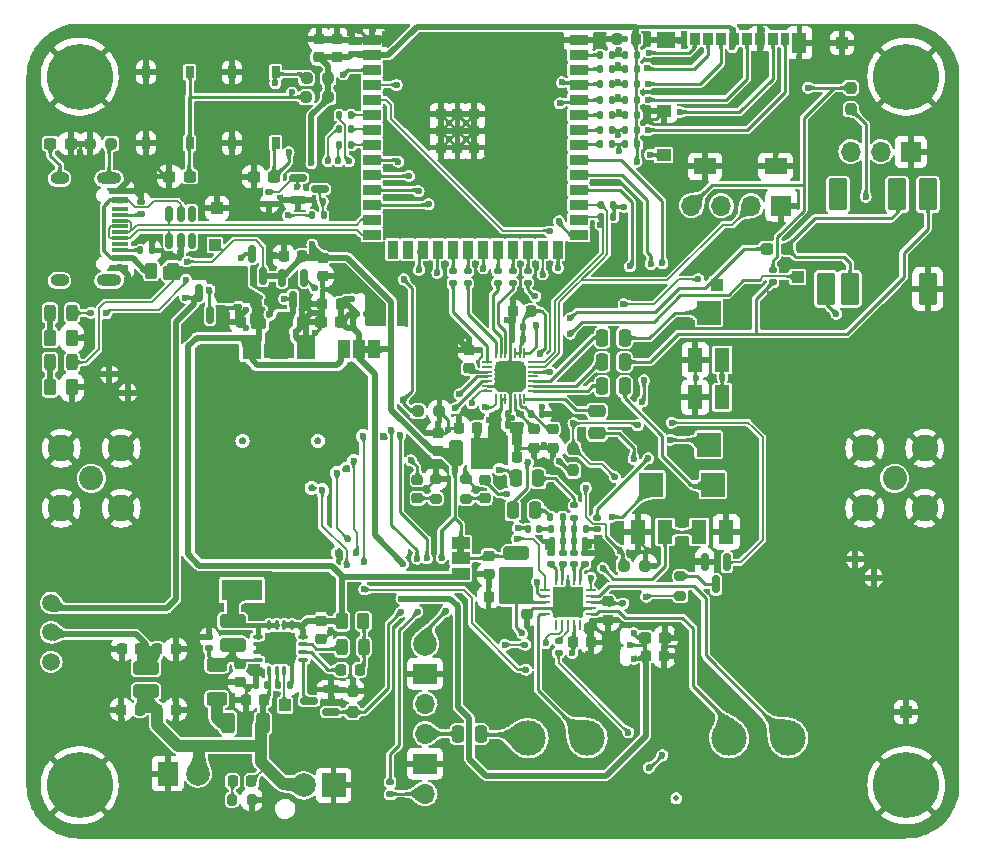
<source format=gbr>
%TF.GenerationSoftware,KiCad,Pcbnew,(6.0.9)*%
%TF.CreationDate,2023-04-06T22:09:23+03:00*%
%TF.ProjectId,cross_band_handy_walkie_talkie_ES8388,63726f73-735f-4626-916e-645f68616e64,rev?*%
%TF.SameCoordinates,Original*%
%TF.FileFunction,Copper,L1,Top*%
%TF.FilePolarity,Positive*%
%FSLAX46Y46*%
G04 Gerber Fmt 4.6, Leading zero omitted, Abs format (unit mm)*
G04 Created by KiCad (PCBNEW (6.0.9)) date 2023-04-06 22:09:23*
%MOMM*%
%LPD*%
G01*
G04 APERTURE LIST*
G04 Aperture macros list*
%AMRoundRect*
0 Rectangle with rounded corners*
0 $1 Rounding radius*
0 $2 $3 $4 $5 $6 $7 $8 $9 X,Y pos of 4 corners*
0 Add a 4 corners polygon primitive as box body*
4,1,4,$2,$3,$4,$5,$6,$7,$8,$9,$2,$3,0*
0 Add four circle primitives for the rounded corners*
1,1,$1+$1,$2,$3*
1,1,$1+$1,$4,$5*
1,1,$1+$1,$6,$7*
1,1,$1+$1,$8,$9*
0 Add four rect primitives between the rounded corners*
20,1,$1+$1,$2,$3,$4,$5,0*
20,1,$1+$1,$4,$5,$6,$7,0*
20,1,$1+$1,$6,$7,$8,$9,0*
20,1,$1+$1,$8,$9,$2,$3,0*%
G04 Aperture macros list end*
%TA.AperFunction,SMDPad,CuDef*%
%ADD10RoundRect,0.300000X-0.800000X0.300000X-0.800000X-0.300000X0.800000X-0.300000X0.800000X0.300000X0*%
%TD*%
%TA.AperFunction,SMDPad,CuDef*%
%ADD11RoundRect,0.300000X-0.300000X-0.800000X0.300000X-0.800000X0.300000X0.800000X-0.300000X0.800000X0*%
%TD*%
%TA.AperFunction,SMDPad,CuDef*%
%ADD12RoundRect,0.300000X0.800000X-0.300000X0.800000X0.300000X-0.800000X0.300000X-0.800000X-0.300000X0*%
%TD*%
%TA.AperFunction,ComponentPad*%
%ADD13C,0.610000*%
%TD*%
%TA.AperFunction,SMDPad,CuDef*%
%ADD14RoundRect,0.225000X0.225000X0.250000X-0.225000X0.250000X-0.225000X-0.250000X0.225000X-0.250000X0*%
%TD*%
%TA.AperFunction,SMDPad,CuDef*%
%ADD15RoundRect,0.062500X-0.362500X-0.062500X0.362500X-0.062500X0.362500X0.062500X-0.362500X0.062500X0*%
%TD*%
%TA.AperFunction,SMDPad,CuDef*%
%ADD16RoundRect,0.062500X-0.062500X-0.362500X0.062500X-0.362500X0.062500X0.362500X-0.062500X0.362500X0*%
%TD*%
%TA.AperFunction,ComponentPad*%
%ADD17C,0.500000*%
%TD*%
%TA.AperFunction,SMDPad,CuDef*%
%ADD18R,2.600000X2.600000*%
%TD*%
%TA.AperFunction,SMDPad,CuDef*%
%ADD19RoundRect,0.135000X-0.135000X-0.185000X0.135000X-0.185000X0.135000X0.185000X-0.135000X0.185000X0*%
%TD*%
%TA.AperFunction,SMDPad,CuDef*%
%ADD20R,1.000000X1.000000*%
%TD*%
%TA.AperFunction,SMDPad,CuDef*%
%ADD21RoundRect,0.150000X0.150000X-0.512500X0.150000X0.512500X-0.150000X0.512500X-0.150000X-0.512500X0*%
%TD*%
%TA.AperFunction,SMDPad,CuDef*%
%ADD22RoundRect,0.250000X0.250000X0.475000X-0.250000X0.475000X-0.250000X-0.475000X0.250000X-0.475000X0*%
%TD*%
%TA.AperFunction,SMDPad,CuDef*%
%ADD23RoundRect,0.243750X-0.243750X-0.456250X0.243750X-0.456250X0.243750X0.456250X-0.243750X0.456250X0*%
%TD*%
%TA.AperFunction,ConnectorPad*%
%ADD24C,5.600000*%
%TD*%
%TA.AperFunction,ComponentPad*%
%ADD25C,3.600000*%
%TD*%
%TA.AperFunction,ComponentPad*%
%ADD26C,2.000000*%
%TD*%
%TA.AperFunction,ComponentPad*%
%ADD27R,1.700000X2.000000*%
%TD*%
%TA.AperFunction,SMDPad,CuDef*%
%ADD28RoundRect,0.135000X-0.185000X0.135000X-0.185000X-0.135000X0.185000X-0.135000X0.185000X0.135000X0*%
%TD*%
%TA.AperFunction,SMDPad,CuDef*%
%ADD29RoundRect,0.135000X0.135000X0.185000X-0.135000X0.185000X-0.135000X-0.185000X0.135000X-0.185000X0*%
%TD*%
%TA.AperFunction,ComponentPad*%
%ADD30C,3.000000*%
%TD*%
%TA.AperFunction,SMDPad,CuDef*%
%ADD31RoundRect,0.237500X0.250000X0.237500X-0.250000X0.237500X-0.250000X-0.237500X0.250000X-0.237500X0*%
%TD*%
%TA.AperFunction,SMDPad,CuDef*%
%ADD32RoundRect,0.250000X-0.262500X-0.450000X0.262500X-0.450000X0.262500X0.450000X-0.262500X0.450000X0*%
%TD*%
%TA.AperFunction,SMDPad,CuDef*%
%ADD33RoundRect,0.250000X-0.250000X-0.475000X0.250000X-0.475000X0.250000X0.475000X-0.250000X0.475000X0*%
%TD*%
%TA.AperFunction,SMDPad,CuDef*%
%ADD34RoundRect,0.225000X-0.250000X0.225000X-0.250000X-0.225000X0.250000X-0.225000X0.250000X0.225000X0*%
%TD*%
%TA.AperFunction,SMDPad,CuDef*%
%ADD35RoundRect,0.200000X0.275000X-0.200000X0.275000X0.200000X-0.275000X0.200000X-0.275000X-0.200000X0*%
%TD*%
%TA.AperFunction,SMDPad,CuDef*%
%ADD36R,1.500000X2.000000*%
%TD*%
%TA.AperFunction,SMDPad,CuDef*%
%ADD37R,3.800000X2.000000*%
%TD*%
%TA.AperFunction,SMDPad,CuDef*%
%ADD38RoundRect,0.150000X-0.150000X0.587500X-0.150000X-0.587500X0.150000X-0.587500X0.150000X0.587500X0*%
%TD*%
%TA.AperFunction,SMDPad,CuDef*%
%ADD39RoundRect,0.150000X0.587500X0.150000X-0.587500X0.150000X-0.587500X-0.150000X0.587500X-0.150000X0*%
%TD*%
%TA.AperFunction,SMDPad,CuDef*%
%ADD40RoundRect,0.237500X-0.237500X0.250000X-0.237500X-0.250000X0.237500X-0.250000X0.237500X0.250000X0*%
%TD*%
%TA.AperFunction,SMDPad,CuDef*%
%ADD41RoundRect,0.140000X-0.170000X0.140000X-0.170000X-0.140000X0.170000X-0.140000X0.170000X0.140000X0*%
%TD*%
%TA.AperFunction,SMDPad,CuDef*%
%ADD42RoundRect,0.237500X-0.300000X-0.237500X0.300000X-0.237500X0.300000X0.237500X-0.300000X0.237500X0*%
%TD*%
%TA.AperFunction,SMDPad,CuDef*%
%ADD43R,1.500000X0.900000*%
%TD*%
%TA.AperFunction,SMDPad,CuDef*%
%ADD44R,0.900000X1.500000*%
%TD*%
%TA.AperFunction,SMDPad,CuDef*%
%ADD45R,0.900000X0.900000*%
%TD*%
%TA.AperFunction,SMDPad,CuDef*%
%ADD46RoundRect,0.140000X0.140000X0.170000X-0.140000X0.170000X-0.140000X-0.170000X0.140000X-0.170000X0*%
%TD*%
%TA.AperFunction,SMDPad,CuDef*%
%ADD47R,1.300000X2.000000*%
%TD*%
%TA.AperFunction,SMDPad,CuDef*%
%ADD48R,2.000000X2.000000*%
%TD*%
%TA.AperFunction,SMDPad,CuDef*%
%ADD49RoundRect,0.140000X-0.140000X-0.170000X0.140000X-0.170000X0.140000X0.170000X-0.140000X0.170000X0*%
%TD*%
%TA.AperFunction,ComponentPad*%
%ADD50C,2.050000*%
%TD*%
%TA.AperFunction,ComponentPad*%
%ADD51C,2.250000*%
%TD*%
%TA.AperFunction,SMDPad,CuDef*%
%ADD52RoundRect,0.218750X0.256250X-0.218750X0.256250X0.218750X-0.256250X0.218750X-0.256250X-0.218750X0*%
%TD*%
%TA.AperFunction,SMDPad,CuDef*%
%ADD53RoundRect,0.200000X0.200000X0.275000X-0.200000X0.275000X-0.200000X-0.275000X0.200000X-0.275000X0*%
%TD*%
%TA.AperFunction,SMDPad,CuDef*%
%ADD54RoundRect,0.225000X0.250000X-0.225000X0.250000X0.225000X-0.250000X0.225000X-0.250000X-0.225000X0*%
%TD*%
%TA.AperFunction,SMDPad,CuDef*%
%ADD55RoundRect,0.250000X0.312500X0.625000X-0.312500X0.625000X-0.312500X-0.625000X0.312500X-0.625000X0*%
%TD*%
%TA.AperFunction,ComponentPad*%
%ADD56R,1.700000X1.700000*%
%TD*%
%TA.AperFunction,ComponentPad*%
%ADD57O,1.700000X1.700000*%
%TD*%
%TA.AperFunction,SMDPad,CuDef*%
%ADD58RoundRect,0.062500X-0.062500X0.350000X-0.062500X-0.350000X0.062500X-0.350000X0.062500X0.350000X0*%
%TD*%
%TA.AperFunction,SMDPad,CuDef*%
%ADD59RoundRect,0.062500X-0.350000X0.062500X-0.350000X-0.062500X0.350000X-0.062500X0.350000X0.062500X0*%
%TD*%
%TA.AperFunction,SMDPad,CuDef*%
%ADD60R,2.400000X2.400000*%
%TD*%
%TA.AperFunction,SMDPad,CuDef*%
%ADD61RoundRect,0.250000X0.625000X-0.312500X0.625000X0.312500X-0.625000X0.312500X-0.625000X-0.312500X0*%
%TD*%
%TA.AperFunction,SMDPad,CuDef*%
%ADD62RoundRect,0.135000X0.185000X-0.135000X0.185000X0.135000X-0.185000X0.135000X-0.185000X-0.135000X0*%
%TD*%
%TA.AperFunction,SMDPad,CuDef*%
%ADD63RoundRect,0.237500X-0.250000X-0.237500X0.250000X-0.237500X0.250000X0.237500X-0.250000X0.237500X0*%
%TD*%
%TA.AperFunction,SMDPad,CuDef*%
%ADD64R,0.850000X1.100000*%
%TD*%
%TA.AperFunction,SMDPad,CuDef*%
%ADD65R,0.750000X1.100000*%
%TD*%
%TA.AperFunction,SMDPad,CuDef*%
%ADD66R,1.200000X1.000000*%
%TD*%
%TA.AperFunction,SMDPad,CuDef*%
%ADD67R,1.550000X1.350000*%
%TD*%
%TA.AperFunction,SMDPad,CuDef*%
%ADD68R,1.170000X1.800000*%
%TD*%
%TA.AperFunction,SMDPad,CuDef*%
%ADD69R,1.900000X1.350000*%
%TD*%
%TA.AperFunction,SMDPad,CuDef*%
%ADD70R,0.700000X1.000000*%
%TD*%
%TA.AperFunction,SMDPad,CuDef*%
%ADD71RoundRect,0.225000X-0.225000X-0.250000X0.225000X-0.250000X0.225000X0.250000X-0.225000X0.250000X0*%
%TD*%
%TA.AperFunction,SMDPad,CuDef*%
%ADD72RoundRect,0.140000X0.170000X-0.140000X0.170000X0.140000X-0.170000X0.140000X-0.170000X-0.140000X0*%
%TD*%
%TA.AperFunction,ComponentPad*%
%ADD73R,2.000000X2.000000*%
%TD*%
%TA.AperFunction,SMDPad,CuDef*%
%ADD74RoundRect,0.150000X0.150000X-0.587500X0.150000X0.587500X-0.150000X0.587500X-0.150000X-0.587500X0*%
%TD*%
%TA.AperFunction,SMDPad,CuDef*%
%ADD75RoundRect,0.075000X-0.075000X0.337500X-0.075000X-0.337500X0.075000X-0.337500X0.075000X0.337500X0*%
%TD*%
%TA.AperFunction,SMDPad,CuDef*%
%ADD76RoundRect,0.075000X-0.337500X0.075000X-0.337500X-0.075000X0.337500X-0.075000X0.337500X0.075000X0*%
%TD*%
%TA.AperFunction,ComponentPad*%
%ADD77C,0.600000*%
%TD*%
%TA.AperFunction,SMDPad,CuDef*%
%ADD78R,2.500000X2.500000*%
%TD*%
%TA.AperFunction,ComponentPad*%
%ADD79C,1.500000*%
%TD*%
%TA.AperFunction,SMDPad,CuDef*%
%ADD80RoundRect,0.237500X0.300000X0.237500X-0.300000X0.237500X-0.300000X-0.237500X0.300000X-0.237500X0*%
%TD*%
%TA.AperFunction,SMDPad,CuDef*%
%ADD81C,0.500000*%
%TD*%
%TA.AperFunction,SMDPad,CuDef*%
%ADD82R,3.500000X1.800000*%
%TD*%
%TA.AperFunction,SMDPad,CuDef*%
%ADD83RoundRect,0.218750X0.218750X0.256250X-0.218750X0.256250X-0.218750X-0.256250X0.218750X-0.256250X0*%
%TD*%
%TA.AperFunction,ComponentPad*%
%ADD84R,2.000000X1.700000*%
%TD*%
%TA.AperFunction,SMDPad,CuDef*%
%ADD85R,1.000000X1.500000*%
%TD*%
%TA.AperFunction,SMDPad,CuDef*%
%ADD86RoundRect,0.250000X-0.475000X0.250000X-0.475000X-0.250000X0.475000X-0.250000X0.475000X0.250000X0*%
%TD*%
%TA.AperFunction,SMDPad,CuDef*%
%ADD87R,1.450000X0.600000*%
%TD*%
%TA.AperFunction,SMDPad,CuDef*%
%ADD88R,1.450000X0.300000*%
%TD*%
%TA.AperFunction,ComponentPad*%
%ADD89O,1.600000X1.000000*%
%TD*%
%TA.AperFunction,ComponentPad*%
%ADD90O,2.100000X1.000000*%
%TD*%
%TA.AperFunction,SMDPad,CuDef*%
%ADD91RoundRect,0.218750X-0.218750X-0.256250X0.218750X-0.256250X0.218750X0.256250X-0.218750X0.256250X0*%
%TD*%
%TA.AperFunction,SMDPad,CuDef*%
%ADD92RoundRect,0.157480X-0.642520X-1.217520X0.642520X-1.217520X0.642520X1.217520X-0.642520X1.217520X0*%
%TD*%
%TA.AperFunction,SMDPad,CuDef*%
%ADD93R,1.500000X1.000000*%
%TD*%
%TA.AperFunction,SMDPad,CuDef*%
%ADD94RoundRect,0.250000X0.262500X0.450000X-0.262500X0.450000X-0.262500X-0.450000X0.262500X-0.450000X0*%
%TD*%
%TA.AperFunction,SMDPad,CuDef*%
%ADD95RoundRect,0.150000X-0.587500X-0.150000X0.587500X-0.150000X0.587500X0.150000X-0.587500X0.150000X0*%
%TD*%
%TA.AperFunction,ViaPad*%
%ADD96C,0.600000*%
%TD*%
%TA.AperFunction,Conductor*%
%ADD97C,0.200000*%
%TD*%
%TA.AperFunction,Conductor*%
%ADD98C,0.500000*%
%TD*%
%TA.AperFunction,Conductor*%
%ADD99C,0.250000*%
%TD*%
%TA.AperFunction,Conductor*%
%ADD100C,0.293300*%
%TD*%
%TA.AperFunction,Conductor*%
%ADD101C,0.300000*%
%TD*%
%TA.AperFunction,Conductor*%
%ADD102C,0.150000*%
%TD*%
%TA.AperFunction,Conductor*%
%ADD103C,1.000000*%
%TD*%
%TA.AperFunction,Conductor*%
%ADD104C,0.170000*%
%TD*%
%TA.AperFunction,Conductor*%
%ADD105C,0.400000*%
%TD*%
G04 APERTURE END LIST*
%TO.C,JP4*%
G36*
X79550000Y-78375000D02*
G01*
X79050000Y-78375000D01*
X79050000Y-77775000D01*
X79550000Y-77775000D01*
X79550000Y-78375000D01*
G37*
%TO.C,JP1*%
G36*
X87570000Y-95380000D02*
G01*
X86970000Y-95380000D01*
X86970000Y-94880000D01*
X87570000Y-94880000D01*
X87570000Y-95380000D01*
G37*
%TD*%
D10*
%TO.P,L2,2*%
%TO.N,/Audio_Codec/Power_amp_Vcc*%
X91980000Y-97360000D03*
%TO.P,L2,1*%
%TO.N,/Audio_Codec/Power_amp_Vcc_intermediate*%
X91980000Y-95360000D03*
%TD*%
%TO.P,L4,1*%
%TO.N,/buck_out*%
X67955000Y-101080000D03*
%TO.P,L4,2*%
%TO.N,Net-(C12-Pad1)*%
X67955000Y-103080000D03*
%TD*%
D11*
%TO.P,L3,1*%
%TO.N,+3V3*%
X86910000Y-86860000D03*
%TO.P,L3,2*%
%TO.N,/Audio_Codec/3V33*%
X88910000Y-86860000D03*
%TD*%
D12*
%TO.P,L1,1*%
%TO.N,+BATT*%
X60615000Y-107040000D03*
%TO.P,L1,2*%
%TO.N,Net-(C58-Pad1)*%
X60615000Y-105040000D03*
%TD*%
D13*
%TO.P,FL1,2,GND*%
%TO.N,GND*%
X120668647Y-95868647D03*
%TO.P,FL1,4,GND*%
X122231353Y-97431353D03*
%TD*%
%TO.P,FL2,2,GND*%
%TO.N,GND*%
X59085511Y-81755511D03*
%TO.P,FL2,4,GND*%
X57522805Y-80192805D03*
%TD*%
D14*
%TO.P,C62,1*%
%TO.N,+3V3*%
X73840000Y-70180000D03*
%TO.P,C62,2*%
%TO.N,GND*%
X72290000Y-70180000D03*
%TD*%
D15*
%TO.P,U6,1,G1*%
%TO.N,G1*%
X94425000Y-98500000D03*
%TO.P,U6,2,OUTL+*%
%TO.N,/Audio_Codec/Speaker_L+*%
X94425000Y-99000000D03*
%TO.P,U6,3,PVDD*%
%TO.N,/Audio_Codec/Power_amp_Vcc*%
X94425000Y-99500000D03*
%TO.P,U6,4,PGND*%
%TO.N,GND*%
X94425000Y-100000000D03*
%TO.P,U6,5,OUTL-*%
%TO.N,/Audio_Codec/Speaker_L-*%
X94425000Y-100500000D03*
D16*
%TO.P,U6,6*%
%TO.N,N/C*%
X95350000Y-101425000D03*
%TO.P,U6,7,~{SDL}*%
%TO.N,AMP_L*%
X95850000Y-101425000D03*
%TO.P,U6,8,~{SDR}*%
%TO.N,AMP_R*%
X96350000Y-101425000D03*
%TO.P,U6,9,AVDD*%
%TO.N,/Audio_Codec/Power_amp_Vcc*%
X96850000Y-101425000D03*
%TO.P,U6,10*%
%TO.N,N/C*%
X97350000Y-101425000D03*
D15*
%TO.P,U6,11,OUTR-*%
%TO.N,/Audio_Codec/Speaker_R-*%
X98275000Y-100500000D03*
%TO.P,U6,12,PGND*%
%TO.N,GND*%
X98275000Y-100000000D03*
%TO.P,U6,13,PVDD*%
%TO.N,/Audio_Codec/Power_amp_Vcc*%
X98275000Y-99500000D03*
%TO.P,U6,14,OUTR+*%
%TO.N,/Audio_Codec/Speaker_R+*%
X98275000Y-99000000D03*
%TO.P,U6,15,G0*%
%TO.N,G0*%
X98275000Y-98500000D03*
D16*
%TO.P,U6,16,INR+*%
%TO.N,Net-(C40-Pad2)*%
X97350000Y-97575000D03*
%TO.P,U6,17,INR-*%
%TO.N,Net-(C38-Pad2)*%
X96850000Y-97575000D03*
%TO.P,U6,18,AGND*%
%TO.N,GND*%
X96350000Y-97575000D03*
%TO.P,U6,19,INL-*%
%TO.N,Net-(C35-Pad2)*%
X95850000Y-97575000D03*
%TO.P,U6,20,INL+*%
%TO.N,Net-(C37-Pad2)*%
X95350000Y-97575000D03*
D17*
%TO.P,U6,21,PAD*%
%TO.N,GND*%
X97400000Y-100550000D03*
X95300000Y-98450000D03*
X97400000Y-98450000D03*
D18*
X96350000Y-99500000D03*
D17*
X95300000Y-100550000D03*
%TD*%
D19*
%TO.P,R49,1*%
%TO.N,AMP_L*%
X76980000Y-59450000D03*
%TO.P,R49,2*%
%TO.N,GPIO_7*%
X78000000Y-59450000D03*
%TD*%
D20*
%TO.P,TP5,1,1*%
%TO.N,GND*%
X119550000Y-52150000D03*
%TD*%
D21*
%TO.P,U1,1,IO1*%
%TO.N,D+*%
X62600000Y-68887500D03*
%TO.P,U1,2,VN*%
%TO.N,GND*%
X63550000Y-68887500D03*
%TO.P,U1,3,IO2*%
%TO.N,unconnected-(U1-Pad3)*%
X64500000Y-68887500D03*
%TO.P,U1,4,IO3*%
%TO.N,unconnected-(U1-Pad4)*%
X64500000Y-66612500D03*
%TO.P,U1,5,VP*%
%TO.N,VBUS*%
X63550000Y-66612500D03*
%TO.P,U1,6,IO4*%
%TO.N,D-*%
X62600000Y-66612500D03*
%TD*%
D19*
%TO.P,R20,1*%
%TO.N,/CMD*%
X101195000Y-55635000D03*
%TO.P,R20,2*%
%TO.N,+3V3*%
X102215000Y-55635000D03*
%TD*%
D22*
%TO.P,C36,1*%
%TO.N,L_out1*%
X93820000Y-89010000D03*
%TO.P,C36,2*%
%TO.N,/Audio_Codec/L_out1_*%
X91920000Y-89010000D03*
%TD*%
D19*
%TO.P,R50,1*%
%TO.N,G0*%
X76980000Y-58250000D03*
%TO.P,R50,2*%
%TO.N,GPIO_6*%
X78000000Y-58250000D03*
%TD*%
D23*
%TO.P,D2,1,K*%
%TO.N,Net-(D2-Pad1)*%
X52495000Y-79180000D03*
%TO.P,D2,2,A*%
%TO.N,+5V*%
X54370000Y-79180000D03*
%TD*%
D24*
%TO.P,H1,1,1*%
%TO.N,GND*%
X55000000Y-55000000D03*
D25*
X55000000Y-55000000D03*
%TD*%
D14*
%TO.P,C31,1*%
%TO.N,/Audio_Codec/3V33*%
X93230000Y-74870000D03*
%TO.P,C31,2*%
%TO.N,GND*%
X91680000Y-74870000D03*
%TD*%
D26*
%TO.P,BT1,1,+*%
%TO.N,+BATT*%
X65000000Y-114000000D03*
D27*
%TO.P,BT1,2,-*%
%TO.N,GND*%
X62460000Y-114000000D03*
%TD*%
D28*
%TO.P,R26,1*%
%TO.N,GPIO_12*%
X87870000Y-71475000D03*
%TO.P,R26,2*%
%TO.N,/Audio_Codec/WCLK*%
X87870000Y-72495000D03*
%TD*%
D29*
%TO.P,R21,1*%
%TO.N,/CARD_DETECT*%
X100045000Y-60735000D03*
%TO.P,R21,2*%
%TO.N,GPIO_40*%
X99025000Y-60735000D03*
%TD*%
D30*
%TO.P,J3,1,Pin_1*%
%TO.N,/Audio_Codec/Speaker_L+*%
X93000000Y-111000000D03*
%TO.P,J3,2,Pin_2*%
%TO.N,/Audio_Codec/Speaker_L-*%
X98000000Y-111000000D03*
%TD*%
D28*
%TO.P,R53,1*%
%TO.N,/RAW_3v3*%
X71050000Y-64740000D03*
%TO.P,R53,2*%
%TO.N,GND*%
X71050000Y-65760000D03*
%TD*%
D31*
%TO.P,R31,1*%
%TO.N,GND*%
X85472500Y-83340000D03*
%TO.P,R31,2*%
%TO.N,GPIO_17*%
X83647500Y-83340000D03*
%TD*%
D32*
%TO.P,R15,1*%
%TO.N,+5V*%
X77202500Y-101100000D03*
%TO.P,R15,2*%
%TO.N,Net-(D4-Pad2)*%
X79027500Y-101100000D03*
%TD*%
D14*
%TO.P,C29,1*%
%TO.N,/Audio_Codec/3V33*%
X88685000Y-84730000D03*
%TO.P,C29,2*%
%TO.N,GND*%
X87135000Y-84730000D03*
%TD*%
D33*
%TO.P,C26,1*%
%TO.N,/Audio_Codec/A_audio_2*%
X99250000Y-79150000D03*
%TO.P,C26,2*%
%TO.N,/Audio_Codec/Jack_MIC_INPUT_1*%
X101150000Y-79150000D03*
%TD*%
D28*
%TO.P,R27,1*%
%TO.N,GPIO_21*%
X91670000Y-71425000D03*
%TO.P,R27,2*%
%TO.N,/Audio_Codec/BCLK*%
X91670000Y-72445000D03*
%TD*%
%TO.P,R47,1*%
%TO.N,AMP_R*%
X95550000Y-102740000D03*
%TO.P,R47,2*%
%TO.N,GPIO_5*%
X95550000Y-103760000D03*
%TD*%
D34*
%TO.P,C18,1*%
%TO.N,/Audio_Codec/Power_amp_Vcc_intermediate*%
X89627500Y-95570000D03*
%TO.P,C18,2*%
%TO.N,GND*%
X89627500Y-97120000D03*
%TD*%
D23*
%TO.P,D1,1,K*%
%TO.N,Net-(D1-Pad1)*%
X52495000Y-75010000D03*
%TO.P,D1,2,A*%
%TO.N,+3V3*%
X54370000Y-75010000D03*
%TD*%
D35*
%TO.P,R39,1*%
%TO.N,Net-(D7-Pad1)*%
X87750000Y-90725000D03*
%TO.P,R39,2*%
%TO.N,GND*%
X87750000Y-89075000D03*
%TD*%
D36*
%TO.P,U3,1,GND*%
%TO.N,GND*%
X74170000Y-77870000D03*
D37*
%TO.P,U3,2,VO*%
%TO.N,/RAW_3v3*%
X71870000Y-84170000D03*
D36*
X71870000Y-77870000D03*
%TO.P,U3,3,VI*%
%TO.N,+5V*%
X69570000Y-77870000D03*
%TD*%
D38*
%TO.P,Q4,1,G*%
%TO.N,Net-(Q4-Pad1)*%
X74020000Y-72002500D03*
%TO.P,Q4,2,S*%
%TO.N,+3V3*%
X72120000Y-72002500D03*
%TO.P,Q4,3,D*%
%TO.N,/RAW_3v3*%
X73070000Y-73877500D03*
%TD*%
D39*
%TO.P,Q1,1,G*%
%TO.N,GPIO_16*%
X76317500Y-108780000D03*
%TO.P,Q1,2,S*%
%TO.N,GND*%
X76317500Y-106880000D03*
%TO.P,Q1,3,D*%
%TO.N,/CS*%
X74442500Y-107830000D03*
%TD*%
D40*
%TO.P,R42,1*%
%TO.N,+3V3*%
X120300000Y-55937500D03*
%TO.P,R42,2*%
%TO.N,/Audio_Codec/JACK_DETECT*%
X120300000Y-57762500D03*
%TD*%
D20*
%TO.P,TP4,1,1*%
%TO.N,GND*%
X66650000Y-66100000D03*
%TD*%
D41*
%TO.P,C35,1*%
%TO.N,Net-(C27-Pad1)*%
X95900000Y-95320000D03*
%TO.P,C35,2*%
%TO.N,Net-(C35-Pad2)*%
X95900000Y-96280000D03*
%TD*%
D42*
%TO.P,C1,1*%
%TO.N,GND*%
X62587500Y-63450000D03*
%TO.P,C1,2*%
%TO.N,/ESP_EN*%
X64312500Y-63450000D03*
%TD*%
D43*
%TO.P,U2,1,GND*%
%TO.N,GND*%
X79745000Y-51875000D03*
%TO.P,U2,2,3V3*%
%TO.N,+3V3*%
X79745000Y-53145000D03*
%TO.P,U2,3,EN*%
%TO.N,/ESP_EN*%
X79745000Y-54415000D03*
%TO.P,U2,4,GPIO4/TOUCH4/ADC1_CH3*%
%TO.N,AUDIO_ON2*%
X79745000Y-55685000D03*
%TO.P,U2,5,GPIO5/TOUCH5/ADC1_CH4*%
%TO.N,GPIO_5*%
X79745000Y-56955000D03*
%TO.P,U2,6,GPIO6/TOUCH6/ADC1_CH5*%
%TO.N,GPIO_6*%
X79745000Y-58225000D03*
%TO.P,U2,7,GPIO7/TOUCH7/ADC1_CH6*%
%TO.N,GPIO_7*%
X79745000Y-59495000D03*
%TO.P,U2,8,GPIO15/U0RTS/ADC2_CH4/XTAL_32K_P*%
%TO.N,GPIO_15*%
X79745000Y-60765000D03*
%TO.P,U2,9,GPIO16/U0CTS/ADC2_CH5/XTAL_32K_NH5*%
%TO.N,GPIO_16*%
X79745000Y-62035000D03*
%TO.P,U2,10,GPIO17/U1TXD/ADC2_CH6*%
%TO.N,GPIO_17*%
X79745000Y-63305000D03*
%TO.P,U2,11,GPIO18/U1RXD/ADC2_CH7/CLK_OUT3*%
%TO.N,GPIO_18*%
X79745000Y-64575000D03*
%TO.P,U2,12,GPIO8/TOUCH8/ADC1_CH7/SUBSPICS1*%
%TO.N,GPIO_8*%
X79745000Y-65845000D03*
%TO.P,U2,13,GPIO19/U1RTS/ADC2_CH8/CLK_OUT2/USB_D-*%
%TO.N,D-*%
X79745000Y-67115000D03*
%TO.P,U2,14,GPIO20/U1CTS/ADC2_CH9/CLK_OUT1/USB_D+*%
%TO.N,D+*%
X79745000Y-68385000D03*
D44*
%TO.P,U2,15,GPIO3/TOUCH3/ADC1_CH2*%
%TO.N,GPIO_3*%
X81510000Y-69635000D03*
%TO.P,U2,16,GPIO46*%
%TO.N,GPIO_46*%
X82780000Y-69635000D03*
%TO.P,U2,17,GPIO9/TOUCH9/ADC1_CH8/FSPIHD/SUBSPIHD*%
%TO.N,GPIO_9*%
X84050000Y-69635000D03*
%TO.P,U2,18,GPIO10/TOUCH10/ADC1_CH9/FSPICS0/FSPIIO4/SUBSPICS0*%
%TO.N,GPIO_10*%
X85320000Y-69635000D03*
%TO.P,U2,19,GPIO11/TOUCH11/ADC2_CH0/FSPID/FSPIIO5/SUBSPID*%
%TO.N,GPIO_11*%
X86590000Y-69635000D03*
%TO.P,U2,20,GPIO12/TOUCH12/ADC2_CH1/FSPICLK/FSPIIO6/SUBSPICLK*%
%TO.N,GPIO_12*%
X87860000Y-69635000D03*
%TO.P,U2,21,GPIO13/TOUCH13/ADC2_CH2/FSPIQ/FSPIIO7/SUBSPIQ*%
%TO.N,AUDIO_ON1*%
X89130000Y-69635000D03*
%TO.P,U2,22,GPIO14/TOUCH14/ADC2_CH3/FSPIWP/FSPIDQS/SUBSPIWP*%
%TO.N,GPIO_14*%
X90400000Y-69635000D03*
%TO.P,U2,23,GPIO21*%
%TO.N,GPIO_21*%
X91670000Y-69635000D03*
%TO.P,U2,24,GPIO47/SPICLK_P/SUBSPICLK_P_DIFF*%
%TO.N,GPIO_47*%
X92940000Y-69635000D03*
%TO.P,U2,25,GPIO48/SPICLK_N/SUBSPICLK_N_DIFF*%
%TO.N,GPIO_48*%
X94210000Y-69635000D03*
%TO.P,U2,26,GPIO45*%
%TO.N,GPIO_45*%
X95480000Y-69635000D03*
D43*
%TO.P,U2,27,GPIO0/BOOT*%
%TO.N,/ESP_BOOT*%
X97245000Y-68385000D03*
%TO.P,U2,28,SPIIO6/GPIO35/FSPID/SUBSPID*%
%TO.N,GPIO_35*%
X97245000Y-67115000D03*
%TO.P,U2,29,SPIIO7/GPIO36/FSPICLK/SUBSPICLK*%
%TO.N,GPIO_36*%
X97245000Y-65845000D03*
%TO.P,U2,30,SPIDQS/GPIO37/FSPIQ/SUBSPIQ*%
%TO.N,GPIO_37*%
X97245000Y-64575000D03*
%TO.P,U2,31,GPIO38/FSPIWP/SUBSPIWP*%
%TO.N,GPIO_38*%
X97245000Y-63305000D03*
%TO.P,U2,32,MTCK/GPIO39/CLK_OUT3/SUBSPICS1*%
%TO.N,GPIO_39*%
X97245000Y-62035000D03*
%TO.P,U2,33,MTDO/GPIO40/CLK_OUT2*%
%TO.N,GPIO_40*%
X97245000Y-60765000D03*
%TO.P,U2,34,MTDI/GPIO41/CLK_OUT1*%
%TO.N,GPIO_41*%
X97245000Y-59495000D03*
%TO.P,U2,35,MTMS/GPIO42*%
%TO.N,GPIO_42*%
X97245000Y-58225000D03*
%TO.P,U2,36,U0RXD/GPIO44/CLK_OUT2*%
%TO.N,GPIO_44*%
X97245000Y-56955000D03*
%TO.P,U2,37,U0TXD/GPIO43/CLK_OUT1*%
%TO.N,GPIO_43*%
X97245000Y-55685000D03*
%TO.P,U2,38,GPIO2/TOUCH2/ADC1_CH1*%
%TO.N,GPIO_2*%
X97245000Y-54415000D03*
%TO.P,U2,39,GPIO1/TOUCH1/ADC1_CH0*%
%TO.N,GPIO_1*%
X97245000Y-53145000D03*
%TO.P,U2,40,GND*%
%TO.N,GND*%
X97245000Y-51875000D03*
D45*
%TO.P,U2,41,GND*%
X88395000Y-58195000D03*
X85595000Y-60995000D03*
X88395000Y-60995000D03*
X86995000Y-59595000D03*
X86995000Y-60995000D03*
X88395000Y-59595000D03*
X85595000Y-58195000D03*
X86995000Y-58195000D03*
X85595000Y-59595000D03*
%TD*%
D41*
%TO.P,C38,1*%
%TO.N,Net-(C32-Pad1)*%
X96850000Y-95320000D03*
%TO.P,C38,2*%
%TO.N,Net-(C38-Pad2)*%
X96850000Y-96280000D03*
%TD*%
D46*
%TO.P,C45,1*%
%TO.N,GND*%
X91285000Y-84470000D03*
%TO.P,C45,2*%
%TO.N,/Audio_Codec/3V33*%
X90325000Y-84470000D03*
%TD*%
D38*
%TO.P,Q2,1,G*%
%TO.N,+5V*%
X66980000Y-73302500D03*
%TO.P,Q2,2,S*%
%TO.N,/BATT_filtered*%
X65080000Y-73302500D03*
%TO.P,Q2,3,D*%
%TO.N,Net-(Q2-Pad3)*%
X66030000Y-75177500D03*
%TD*%
D47*
%TO.P,RV1,1,1*%
%TO.N,GND*%
X102260000Y-93530000D03*
D48*
%TO.P,RV1,2,2*%
%TO.N,Net-(C23-Pad1)*%
X103410000Y-89530000D03*
D47*
%TO.P,RV1,3,3*%
%TO.N,Tranceiver_Audio_OUT_1*%
X104560000Y-93530000D03*
%TD*%
D49*
%TO.P,C43,1*%
%TO.N,/Audio_Codec/3V33*%
X90325000Y-83520000D03*
%TO.P,C43,2*%
%TO.N,GND*%
X91285000Y-83520000D03*
%TD*%
D28*
%TO.P,R35,1*%
%TO.N,L_out1*%
X96900000Y-91300000D03*
%TO.P,R35,2*%
%TO.N,Net-(C32-Pad1)*%
X96900000Y-92320000D03*
%TD*%
D50*
%TO.P,J8,1,In*%
%TO.N,/Audio_Codec/ant4*%
X56000000Y-89000000D03*
D51*
%TO.P,J8,2,Ext*%
%TO.N,GND*%
X58540000Y-91540000D03*
X53460000Y-91540000D03*
X58540000Y-86460000D03*
X53460000Y-86460000D03*
%TD*%
D14*
%TO.P,C54,1*%
%TO.N,RF_power_bus*%
X77115000Y-74220000D03*
%TO.P,C54,2*%
%TO.N,GND*%
X75565000Y-74220000D03*
%TD*%
D19*
%TO.P,R40,1*%
%TO.N,/CARD_DETECT*%
X101185000Y-60735000D03*
%TO.P,R40,2*%
%TO.N,+3V3*%
X102205000Y-60735000D03*
%TD*%
D52*
%TO.P,D7,1,K*%
%TO.N,Net-(D7-Pad1)*%
X89300000Y-90687500D03*
%TO.P,D7,2,A*%
%TO.N,GPIO_37*%
X89300000Y-89112500D03*
%TD*%
D53*
%TO.P,R45,1*%
%TO.N,GND*%
X69575000Y-116200000D03*
%TO.P,R45,2*%
%TO.N,Net-(D8-Pad2)*%
X67925000Y-116200000D03*
%TD*%
D50*
%TO.P,J7,1,In*%
%TO.N,/Audio_Codec/ant2*%
X124000000Y-89000000D03*
D51*
%TO.P,J7,2,Ext*%
%TO.N,GND*%
X121460000Y-86460000D03*
X126540000Y-86460000D03*
X121460000Y-91540000D03*
X126540000Y-91540000D03*
%TD*%
D29*
%TO.P,R23,1*%
%TO.N,+3V3*%
X100190000Y-66860000D03*
%TO.P,R23,2*%
%TO.N,GPIO_35*%
X99170000Y-66860000D03*
%TD*%
D49*
%TO.P,C23,1*%
%TO.N,Net-(C23-Pad1)*%
X92970000Y-93270000D03*
%TO.P,C23,2*%
%TO.N,Net-(C23-Pad2)*%
X93930000Y-93270000D03*
%TD*%
D35*
%TO.P,R44,1*%
%TO.N,H{slash}L1*%
X105875000Y-98950000D03*
%TO.P,R44,2*%
%TO.N,Net-(Q5-Pad3)*%
X105875000Y-97300000D03*
%TD*%
D54*
%TO.P,C4,1*%
%TO.N,+3V3*%
X76820000Y-53335000D03*
%TO.P,C4,2*%
%TO.N,GND*%
X76820000Y-51785000D03*
%TD*%
D55*
%TO.P,R43,1*%
%TO.N,+BATT*%
X70517500Y-109730000D03*
%TO.P,R43,2*%
%TO.N,Net-(R16-Pad1)*%
X67592500Y-109730000D03*
%TD*%
D56*
%TO.P,J10,1,Pin_1*%
%TO.N,GND*%
X125375000Y-61350000D03*
D57*
%TO.P,J10,2,Pin_2*%
%TO.N,GPIO_44*%
X122835000Y-61350000D03*
%TO.P,J10,3,Pin_3*%
%TO.N,GPIO_43*%
X120295000Y-61350000D03*
%TD*%
D58*
%TO.P,U5,1,MCLK*%
%TO.N,/Audio_Codec/MCLK*%
X92655000Y-78432500D03*
%TO.P,U5,2,DVDD*%
%TO.N,/Audio_Codec/3V33*%
X92255000Y-78432500D03*
%TO.P,U5,3,PVDD*%
X91855000Y-78432500D03*
%TO.P,U5,4,DGND*%
%TO.N,GND*%
X91455000Y-78432500D03*
%TO.P,U5,5,SCLK*%
%TO.N,/Audio_Codec/BCLK*%
X91055000Y-78432500D03*
%TO.P,U5,6,DSDIN*%
%TO.N,/Audio_Codec/DIN*%
X90655000Y-78432500D03*
%TO.P,U5,7,LRCK*%
%TO.N,/Audio_Codec/WCLK*%
X90255000Y-78432500D03*
D59*
%TO.P,U5,8,ASDOUT*%
%TO.N,/Audio_Codec/DOUT*%
X89517500Y-79170000D03*
%TO.P,U5,9,NC*%
%TO.N,unconnected-(U5-Pad9)*%
X89517500Y-79570000D03*
%TO.P,U5,10,VREF*%
%TO.N,Net-(C41-Pad1)*%
X89517500Y-79970000D03*
%TO.P,U5,11,ROUT1*%
%TO.N,/Audio_Codec/R_out1_*%
X89517500Y-80370000D03*
%TO.P,U5,12,LOUT1*%
%TO.N,/Audio_Codec/L_out1_*%
X89517500Y-80770000D03*
%TO.P,U5,13,HPGND*%
%TO.N,GND*%
X89517500Y-81170000D03*
%TO.P,U5,14,ROUT2*%
%TO.N,Net-(C48-Pad2)*%
X89517500Y-81570000D03*
D58*
%TO.P,U5,15,LOUT2*%
%TO.N,Net-(TP3-Pad1)*%
X90255000Y-82307500D03*
%TO.P,U5,16,HPVDD*%
%TO.N,/Audio_Codec/3V33*%
X90655000Y-82307500D03*
%TO.P,U5,17,AVDD*%
X91055000Y-82307500D03*
%TO.P,U5,18,AGND*%
%TO.N,GND*%
X91455000Y-82307500D03*
%TO.P,U5,19,ADCVREF*%
%TO.N,Net-(C46-Pad1)*%
X91855000Y-82307500D03*
%TO.P,U5,20,VMID*%
%TO.N,Net-(C50-Pad1)*%
X92255000Y-82307500D03*
%TO.P,U5,21,RIN2*%
%TO.N,/Audio_Codec/A_audio_4*%
X92655000Y-82307500D03*
D59*
%TO.P,U5,22,LIN2*%
%TO.N,/Audio_Codec/A_audio_3*%
X93392500Y-81570000D03*
%TO.P,U5,23,RIN1*%
%TO.N,/Audio_Codec/A_audio_2*%
X93392500Y-81170000D03*
%TO.P,U5,24,LIN1*%
%TO.N,/Audio_Codec/A_audio_1*%
X93392500Y-80770000D03*
%TO.P,U5,25,NC*%
%TO.N,unconnected-(U5-Pad25)*%
X93392500Y-80370000D03*
%TO.P,U5,26,CE*%
%TO.N,Net-(JP2-Pad2)*%
X93392500Y-79970000D03*
%TO.P,U5,27,CDATA*%
%TO.N,GPIO_36*%
X93392500Y-79570000D03*
%TO.P,U5,28,CCLK*%
%TO.N,GPIO_35*%
X93392500Y-79170000D03*
D17*
%TO.P,U5,29,EP*%
%TO.N,GND*%
X91455000Y-81320000D03*
X90505000Y-81320000D03*
X91455000Y-80370000D03*
X92405000Y-81320000D03*
X91455000Y-79420000D03*
X90505000Y-80370000D03*
X92405000Y-80370000D03*
X90505000Y-79420000D03*
X92405000Y-79420000D03*
D60*
X91455000Y-80370000D03*
%TD*%
D29*
%TO.P,R11,1*%
%TO.N,/DATA_3*%
X100045000Y-54335000D03*
%TO.P,R11,2*%
%TO.N,GPIO_2*%
X99025000Y-54335000D03*
%TD*%
D61*
%TO.P,R16,1*%
%TO.N,Net-(R16-Pad1)*%
X66605000Y-107692500D03*
%TO.P,R16,2*%
%TO.N,Net-(C12-Pad1)*%
X66605000Y-104767500D03*
%TD*%
D25*
%TO.P,H2,1,1*%
%TO.N,GND*%
X125000000Y-55000000D03*
D24*
X125000000Y-55000000D03*
%TD*%
D62*
%TO.P,R2,1*%
%TO.N,/cc1*%
X60200000Y-66590000D03*
%TO.P,R2,2*%
%TO.N,GND*%
X60200000Y-65570000D03*
%TD*%
D20*
%TO.P,TP6,1,1*%
%TO.N,GND*%
X124950000Y-108800000D03*
%TD*%
D63*
%TO.P,R6,1*%
%TO.N,/ESP_BOOT*%
X74215000Y-55130000D03*
%TO.P,R6,2*%
%TO.N,+3V3*%
X76040000Y-55130000D03*
%TD*%
D34*
%TO.P,C50,1*%
%TO.N,Net-(C50-Pad1)*%
X95055000Y-84845000D03*
%TO.P,C50,2*%
%TO.N,GND*%
X95055000Y-86395000D03*
%TD*%
D40*
%TO.P,R51,1*%
%TO.N,GPIO_48*%
X96800000Y-86512500D03*
%TO.P,R51,2*%
%TO.N,+3V3*%
X96800000Y-88337500D03*
%TD*%
D33*
%TO.P,C63,1*%
%TO.N,Net-(C63-Pad1)*%
X87050000Y-110650000D03*
%TO.P,C63,2*%
%TO.N,/Audio_Codec/Speaker_L+*%
X88950000Y-110650000D03*
%TD*%
D41*
%TO.P,C46,1*%
%TO.N,Net-(C46-Pad1)*%
X92255000Y-83540000D03*
%TO.P,C46,2*%
%TO.N,GND*%
X92255000Y-84500000D03*
%TD*%
D64*
%TO.P,J2,1,DAT2*%
%TO.N,/DATA_2*%
X107090000Y-51772500D03*
%TO.P,J2,2,DAT3/CD*%
%TO.N,/DATA_3*%
X108190000Y-51772500D03*
%TO.P,J2,3,CMD*%
%TO.N,/CMD*%
X109290000Y-51772500D03*
%TO.P,J2,4,VDD*%
%TO.N,+3V3*%
X110390000Y-51772500D03*
%TO.P,J2,5,CLK*%
%TO.N,/CLK*%
X111490000Y-51772500D03*
%TO.P,J2,6,VSS*%
%TO.N,GND*%
X112590000Y-51772500D03*
%TO.P,J2,7,DAT0*%
%TO.N,/DATA_0*%
X113690000Y-51772500D03*
D65*
%TO.P,J2,8,DAT1*%
%TO.N,/DATA_1*%
X114740000Y-51772500D03*
D66*
%TO.P,J2,9,DET_B*%
%TO.N,GND*%
X104455000Y-57922500D03*
%TO.P,J2,10,DET_A*%
%TO.N,/CARD_DETECT*%
X104455000Y-61622500D03*
D67*
%TO.P,J2,11,SHIELD*%
%TO.N,GND*%
X104630000Y-51897500D03*
D68*
X115950000Y-52122500D03*
D69*
X107955000Y-62597500D03*
X113925000Y-62597500D03*
%TD*%
D62*
%TO.P,R24,1*%
%TO.N,PTT3*%
X81300000Y-115760000D03*
%TO.P,R24,2*%
%TO.N,GPIO_18*%
X81300000Y-114740000D03*
%TD*%
D34*
%TO.P,C47,1*%
%TO.N,Net-(C46-Pad1)*%
X93505000Y-84845000D03*
%TO.P,C47,2*%
%TO.N,GND*%
X93505000Y-86395000D03*
%TD*%
D70*
%TO.P,SW2,1,A*%
%TO.N,/ESP_BOOT*%
X71600000Y-54625000D03*
X71600000Y-60625000D03*
%TO.P,SW2,2,B*%
%TO.N,GND*%
X67900000Y-54625000D03*
X67900000Y-60625000D03*
%TD*%
D14*
%TO.P,C60,1*%
%TO.N,/Audio_Codec/Power_amp_Vcc*%
X91172500Y-99050000D03*
%TO.P,C60,2*%
%TO.N,GND*%
X89622500Y-99050000D03*
%TD*%
D71*
%TO.P,C21,1*%
%TO.N,/Audio_Codec/Power_amp_Vcc*%
X96775000Y-102900000D03*
%TO.P,C21,2*%
%TO.N,GND*%
X98325000Y-102900000D03*
%TD*%
D54*
%TO.P,C3,1*%
%TO.N,+3V3*%
X75295000Y-53335000D03*
%TO.P,C3,2*%
%TO.N,GND*%
X75295000Y-51785000D03*
%TD*%
D72*
%TO.P,C42,1*%
%TO.N,Net-(C42-Pad1)*%
X98840000Y-93330000D03*
%TO.P,C42,2*%
%TO.N,Net-(C42-Pad2)*%
X98840000Y-92370000D03*
%TD*%
D71*
%TO.P,C52,1*%
%TO.N,RF_power_bus*%
X102940000Y-104060000D03*
%TO.P,C52,2*%
%TO.N,GND*%
X104490000Y-104060000D03*
%TD*%
D26*
%TO.P,BT2,1,+*%
%TO.N,+BATT*%
X74000000Y-115000000D03*
D73*
%TO.P,BT2,2,-*%
%TO.N,GND*%
X76500000Y-115000000D03*
%TD*%
D29*
%TO.P,R9,1*%
%TO.N,/DATA_1*%
X100045000Y-59535000D03*
%TO.P,R9,2*%
%TO.N,GPIO_41*%
X99025000Y-59535000D03*
%TD*%
D74*
%TO.P,Q3,1,G*%
%TO.N,+5V*%
X68620000Y-71897500D03*
%TO.P,Q3,2,S*%
%TO.N,+3V3*%
X70520000Y-71897500D03*
%TO.P,Q3,3,D*%
%TO.N,Net-(Q2-Pad3)*%
X69570000Y-70022500D03*
%TD*%
D71*
%TO.P,C58,1*%
%TO.N,Net-(C58-Pad1)*%
X61590000Y-103490000D03*
%TO.P,C58,2*%
%TO.N,GND*%
X63140000Y-103490000D03*
%TD*%
D75*
%TO.P,U4,1,VIN*%
%TO.N,+5V*%
X72980000Y-101442500D03*
%TO.P,U4,2,VIN*%
X72330000Y-101442500D03*
%TO.P,U4,3,LX*%
%TO.N,/buck_out*%
X71680000Y-101442500D03*
%TO.P,U4,4,LX*%
X71030000Y-101442500D03*
D76*
%TO.P,U4,5,LX*%
X70067500Y-102405000D03*
%TO.P,U4,6,GND*%
%TO.N,GND*%
X70067500Y-103055000D03*
%TO.P,U4,7,GND*%
X70067500Y-103705000D03*
%TO.P,U4,8,VS*%
%TO.N,Net-(C12-Pad1)*%
X70067500Y-104355000D03*
D75*
%TO.P,U4,9,BAT*%
%TO.N,+BATT*%
X71030000Y-105317500D03*
%TO.P,U4,10,VREG*%
%TO.N,Net-(C53-Pad2)*%
X71680000Y-105317500D03*
%TO.P,U4,11,TS*%
%TO.N,Net-(TP2-Pad1)*%
X72330000Y-105317500D03*
%TO.P,U4,12,RTRICK*%
%TO.N,GND*%
X72980000Y-105317500D03*
D76*
%TO.P,U4,13,CS*%
%TO.N,/CS*%
X73942500Y-104355000D03*
%TO.P,U4,14,~{CHRG}*%
%TO.N,Net-(D4-Pad1)*%
X73942500Y-103705000D03*
%TO.P,U4,15,~{STDBY}*%
%TO.N,Net-(D5-Pad1)*%
X73942500Y-103055000D03*
%TO.P,U4,16,VIN*%
%TO.N,+5V*%
X73942500Y-102405000D03*
D77*
%TO.P,U4,17,PAD*%
%TO.N,GND*%
X71055000Y-103380000D03*
X72005000Y-104330000D03*
X71055000Y-104330000D03*
X72955000Y-103380000D03*
D78*
X72005000Y-103380000D03*
D77*
X72005000Y-102430000D03*
X72955000Y-102430000D03*
X72955000Y-104330000D03*
X72005000Y-103380000D03*
X71055000Y-102430000D03*
%TD*%
D28*
%TO.P,R28,1*%
%TO.N,GPIO_11*%
X86595000Y-71460000D03*
%TO.P,R28,2*%
%TO.N,/Audio_Codec/DOUT*%
X86595000Y-72480000D03*
%TD*%
D14*
%TO.P,C15,1*%
%TO.N,+3V3*%
X102070000Y-51835000D03*
%TO.P,C15,2*%
%TO.N,GND*%
X100520000Y-51835000D03*
%TD*%
%TO.P,C10,1*%
%TO.N,+BATT*%
X60090000Y-108590000D03*
%TO.P,C10,2*%
%TO.N,GND*%
X58540000Y-108590000D03*
%TD*%
%TO.P,C59,1*%
%TO.N,Net-(C58-Pad1)*%
X60140000Y-103490000D03*
%TO.P,C59,2*%
%TO.N,GND*%
X58590000Y-103490000D03*
%TD*%
D29*
%TO.P,R8,1*%
%TO.N,/DATA_0*%
X100045000Y-58235000D03*
%TO.P,R8,2*%
%TO.N,GPIO_42*%
X99025000Y-58235000D03*
%TD*%
D28*
%TO.P,R25,1*%
%TO.N,GPIO_47*%
X92945000Y-71425000D03*
%TO.P,R25,2*%
%TO.N,/Audio_Codec/MCLK*%
X92945000Y-72445000D03*
%TD*%
D79*
%TO.P,SW3,1,A*%
%TO.N,/BATT_filtered*%
X52600000Y-99550000D03*
%TO.P,SW3,2,B*%
%TO.N,Net-(C58-Pad1)*%
X52600000Y-102050000D03*
%TO.P,SW3,3,C*%
%TO.N,unconnected-(SW3-Pad3)*%
X52600000Y-104550000D03*
%TD*%
D34*
%TO.P,C12,1*%
%TO.N,Net-(C12-Pad1)*%
X68555000Y-104705000D03*
%TO.P,C12,2*%
%TO.N,GND*%
X68555000Y-106255000D03*
%TD*%
D29*
%TO.P,R12,1*%
%TO.N,/CMD*%
X100045000Y-55635000D03*
%TO.P,R12,2*%
%TO.N,GPIO_43*%
X99025000Y-55635000D03*
%TD*%
D49*
%TO.P,C32,1*%
%TO.N,Net-(C32-Pad1)*%
X96850000Y-94350000D03*
%TO.P,C32,2*%
%TO.N,GND*%
X97810000Y-94350000D03*
%TD*%
D19*
%TO.P,R48,1*%
%TO.N,G1*%
X76980000Y-60750000D03*
%TO.P,R48,2*%
%TO.N,GPIO_15*%
X78000000Y-60750000D03*
%TD*%
D80*
%TO.P,C2,1*%
%TO.N,/ESP_BOOT*%
X71487500Y-63475000D03*
%TO.P,C2,2*%
%TO.N,GND*%
X69762500Y-63475000D03*
%TD*%
D38*
%TO.P,Q5,1,G*%
%TO.N,GPIO_48*%
X109825000Y-96112500D03*
%TO.P,Q5,2,S*%
%TO.N,GND*%
X107925000Y-96112500D03*
%TO.P,Q5,3,D*%
%TO.N,Net-(Q5-Pad3)*%
X108875000Y-97987500D03*
%TD*%
D56*
%TO.P,J9,1,Pin_1*%
%TO.N,GND*%
X114420000Y-65910000D03*
D57*
%TO.P,J9,2,Pin_2*%
%TO.N,GPIO_36*%
X111880000Y-65910000D03*
%TO.P,J9,3,Pin_3*%
%TO.N,GPIO_35*%
X109340000Y-65910000D03*
%TO.P,J9,4,Pin_4*%
%TO.N,+3V3*%
X106800000Y-65910000D03*
%TD*%
D14*
%TO.P,C7,1*%
%TO.N,+5V*%
X70185000Y-75730000D03*
%TO.P,C7,2*%
%TO.N,GND*%
X68635000Y-75730000D03*
%TD*%
D20*
%TO.P,TP3,1,1*%
%TO.N,Net-(TP3-Pad1)*%
X115800000Y-71950000D03*
%TD*%
D29*
%TO.P,R22,1*%
%TO.N,+3V3*%
X100190000Y-65860000D03*
%TO.P,R22,2*%
%TO.N,GPIO_36*%
X99170000Y-65860000D03*
%TD*%
D25*
%TO.P,H4,1,1*%
%TO.N,GND*%
X55000000Y-115000000D03*
D24*
X55000000Y-115000000D03*
%TD*%
D25*
%TO.P,H3,1,1*%
%TO.N,GND*%
X125000000Y-115000000D03*
D24*
X125000000Y-115000000D03*
%TD*%
D63*
%TO.P,R37,1*%
%TO.N,GPIO_45*%
X101087500Y-96400000D03*
%TO.P,R37,2*%
%TO.N,GND*%
X102912500Y-96400000D03*
%TD*%
D29*
%TO.P,R13,1*%
%TO.N,/CLK*%
X100045000Y-56935000D03*
%TO.P,R13,2*%
%TO.N,GPIO_44*%
X99025000Y-56935000D03*
%TD*%
D20*
%TO.P,TP8,1,1*%
%TO.N,Net-(C48-Pad2)*%
X108975000Y-72600000D03*
%TD*%
%TO.P,TP7,1,1*%
%TO.N,+3V3*%
X66450000Y-69250000D03*
%TD*%
D80*
%TO.P,C48,1*%
%TO.N,Net-(C48-Pad1)*%
X114932500Y-69550000D03*
%TO.P,C48,2*%
%TO.N,Net-(C48-Pad2)*%
X113207500Y-69550000D03*
%TD*%
D40*
%TO.P,R30,1*%
%TO.N,GND*%
X78130000Y-106967500D03*
%TO.P,R30,2*%
%TO.N,GPIO_16*%
X78130000Y-108792500D03*
%TD*%
D81*
%TO.P,FID1,*%
%TO.N,*%
X105525000Y-116100000D03*
%TD*%
D71*
%TO.P,C44,1*%
%TO.N,/Audio_Codec/3V33*%
X90480000Y-87220000D03*
%TO.P,C44,2*%
%TO.N,GND*%
X92030000Y-87220000D03*
%TD*%
D32*
%TO.P,R4,1*%
%TO.N,Net-(D1-Pad1)*%
X52520000Y-77110000D03*
%TO.P,R4,2*%
%TO.N,GND*%
X54345000Y-77110000D03*
%TD*%
D62*
%TO.P,R46,1*%
%TO.N,GND*%
X68430000Y-74470000D03*
%TO.P,R46,2*%
%TO.N,+5V*%
X68430000Y-73450000D03*
%TD*%
D34*
%TO.P,C22,1*%
%TO.N,/Audio_Codec/Power_amp_Vcc*%
X99750000Y-99425000D03*
%TO.P,C22,2*%
%TO.N,GND*%
X99750000Y-100975000D03*
%TD*%
D19*
%TO.P,R36,1*%
%TO.N,/CLK*%
X101185000Y-56935000D03*
%TO.P,R36,2*%
%TO.N,+3V3*%
X102205000Y-56935000D03*
%TD*%
D33*
%TO.P,C24,1*%
%TO.N,/Audio_Codec/A_audio_1*%
X99250000Y-77100000D03*
%TO.P,C24,2*%
%TO.N,LINE_IN2*%
X101150000Y-77100000D03*
%TD*%
D82*
%TO.P,D3,1,K*%
%TO.N,/buck_out*%
X68755000Y-98480000D03*
%TO.P,D3,2,A*%
%TO.N,GND*%
X73755000Y-98480000D03*
%TD*%
D71*
%TO.P,C39,1*%
%TO.N,/Audio_Codec/3V33*%
X90480000Y-85720000D03*
%TO.P,C39,2*%
%TO.N,GND*%
X92030000Y-85720000D03*
%TD*%
D19*
%TO.P,R33,1*%
%TO.N,R_out1*%
X94870000Y-92250000D03*
%TO.P,R33,2*%
%TO.N,Net-(C27-Pad1)*%
X95890000Y-92250000D03*
%TD*%
D83*
%TO.P,D8,1,K*%
%TO.N,+BATT*%
X69537500Y-114650000D03*
%TO.P,D8,2,A*%
%TO.N,Net-(D8-Pad2)*%
X67962500Y-114650000D03*
%TD*%
D70*
%TO.P,SW1,1,A*%
%TO.N,/ESP_EN*%
X64325000Y-60625000D03*
X64325000Y-54625000D03*
%TO.P,SW1,2,B*%
%TO.N,GND*%
X60625000Y-54625000D03*
X60625000Y-60625000D03*
%TD*%
D19*
%TO.P,R14,1*%
%TO.N,/DATA_0*%
X101185000Y-58235000D03*
%TO.P,R14,2*%
%TO.N,+3V3*%
X102205000Y-58235000D03*
%TD*%
D28*
%TO.P,R34,1*%
%TO.N,+3V3*%
X113700000Y-71390000D03*
%TO.P,R34,2*%
%TO.N,/Audio_Codec/Jack_MIC_INPUT_1*%
X113700000Y-72410000D03*
%TD*%
D30*
%TO.P,J5,1,Pin_1*%
%TO.N,/Audio_Codec/Speaker_R-*%
X110000000Y-111000000D03*
%TO.P,J5,2,Pin_2*%
%TO.N,/Audio_Codec/Speaker_R+*%
X115000000Y-111000000D03*
%TD*%
D26*
%TO.P,J4,1,Pin_1*%
%TO.N,+3V3*%
X84250000Y-103000000D03*
D84*
%TO.P,J4,2,Pin_2*%
%TO.N,GND*%
X84250000Y-105540000D03*
D57*
%TO.P,J4,3,Pin_3*%
%TO.N,/Audio_Codec/MIC_INPUT_2*%
X84250000Y-108080000D03*
%TO.P,J4,4,Pin_4*%
%TO.N,Net-(C63-Pad1)*%
X84250000Y-110620000D03*
D84*
%TO.P,J4,5,Pin_5*%
%TO.N,GND*%
X84250000Y-113160000D03*
D57*
%TO.P,J4,6,Pin_6*%
%TO.N,PTT3*%
X84250000Y-115700000D03*
%TD*%
D47*
%TO.P,RV2,1,1*%
%TO.N,Tranceiver_Audio_OUT_2*%
X109410000Y-82150000D03*
D48*
%TO.P,RV2,2,2*%
%TO.N,Net-(C42-Pad2)*%
X108260000Y-86150000D03*
D47*
%TO.P,RV2,3,3*%
%TO.N,GND*%
X107110000Y-82150000D03*
%TD*%
D23*
%TO.P,D5,1,K*%
%TO.N,Net-(D5-Pad1)*%
X77197500Y-103290000D03*
%TO.P,D5,2,A*%
%TO.N,Net-(D4-Pad2)*%
X79072500Y-103290000D03*
%TD*%
D49*
%TO.P,C34,1*%
%TO.N,GND*%
X91590000Y-77170000D03*
%TO.P,C34,2*%
%TO.N,/Audio_Codec/3V33*%
X92550000Y-77170000D03*
%TD*%
D41*
%TO.P,C37,1*%
%TO.N,GND*%
X94950000Y-95320000D03*
%TO.P,C37,2*%
%TO.N,Net-(C37-Pad2)*%
X94950000Y-96280000D03*
%TD*%
D35*
%TO.P,R38,1*%
%TO.N,Net-(D6-Pad1)*%
X85150000Y-90725000D03*
%TO.P,R38,2*%
%TO.N,GND*%
X85150000Y-89075000D03*
%TD*%
D19*
%TO.P,R18,1*%
%TO.N,/DATA_2*%
X101185000Y-53135000D03*
%TO.P,R18,2*%
%TO.N,+3V3*%
X102205000Y-53135000D03*
%TD*%
D54*
%TO.P,C41,1*%
%TO.N,Net-(C41-Pad1)*%
X87990000Y-79695000D03*
%TO.P,C41,2*%
%TO.N,GND*%
X87990000Y-78145000D03*
%TD*%
D41*
%TO.P,C5,1*%
%TO.N,GND*%
X78095000Y-52080000D03*
%TO.P,C5,2*%
%TO.N,+3V3*%
X78095000Y-53040000D03*
%TD*%
D31*
%TO.P,R1,1*%
%TO.N,+3V3*%
X76027500Y-56740000D03*
%TO.P,R1,2*%
%TO.N,/ESP_EN*%
X74202500Y-56740000D03*
%TD*%
D33*
%TO.P,C28,1*%
%TO.N,/Audio_Codec/A_audio_3*%
X99250000Y-81200000D03*
%TO.P,C28,2*%
%TO.N,LINE_IN1*%
X101150000Y-81200000D03*
%TD*%
D85*
%TO.P,JP4,1,A*%
%TO.N,+3V3*%
X79950000Y-78075000D03*
%TO.P,JP4,2,C*%
%TO.N,RF_power_bus*%
X78650000Y-78075000D03*
%TO.P,JP4,3,B*%
%TO.N,+5V*%
X77350000Y-78075000D03*
%TD*%
D47*
%TO.P,RV3,1,1*%
%TO.N,GND*%
X107120000Y-78970000D03*
D48*
%TO.P,RV3,2,2*%
%TO.N,LINE_IN2*%
X108270000Y-74970000D03*
D47*
%TO.P,RV3,3,3*%
%TO.N,Tranceiver_Audio_OUT_2*%
X109420000Y-78970000D03*
%TD*%
D22*
%TO.P,C33,1*%
%TO.N,R_out1*%
X93600000Y-91720000D03*
%TO.P,C33,2*%
%TO.N,/Audio_Codec/R_out1_*%
X91700000Y-91720000D03*
%TD*%
D52*
%TO.P,D6,1,K*%
%TO.N,Net-(D6-Pad1)*%
X83610000Y-90680000D03*
%TO.P,D6,2,A*%
%TO.N,GPIO_8*%
X83610000Y-89105000D03*
%TD*%
D49*
%TO.P,C20,1*%
%TO.N,GND*%
X91575000Y-76170000D03*
%TO.P,C20,2*%
%TO.N,/Audio_Codec/3V33*%
X92535000Y-76170000D03*
%TD*%
D46*
%TO.P,C53,1*%
%TO.N,GND*%
X72785000Y-106530000D03*
%TO.P,C53,2*%
%TO.N,Net-(C53-Pad2)*%
X71825000Y-106530000D03*
%TD*%
D34*
%TO.P,C61,1*%
%TO.N,+3V3*%
X75570000Y-70325000D03*
%TO.P,C61,2*%
%TO.N,GND*%
X75570000Y-71875000D03*
%TD*%
D86*
%TO.P,C30,1*%
%TO.N,/Audio_Codec/A_audio_4*%
X98800000Y-83300000D03*
%TO.P,C30,2*%
%TO.N,/Audio_Codec/MIC_INPUT_2*%
X98800000Y-85200000D03*
%TD*%
D19*
%TO.P,R17,1*%
%TO.N,/DATA_1*%
X101195000Y-59535000D03*
%TO.P,R17,2*%
%TO.N,+3V3*%
X102215000Y-59535000D03*
%TD*%
D14*
%TO.P,C16,1*%
%TO.N,+BATT*%
X70630000Y-107780000D03*
%TO.P,C16,2*%
%TO.N,GND*%
X69080000Y-107780000D03*
%TD*%
D87*
%TO.P,J1,A1,GND*%
%TO.N,GND*%
X58405000Y-64680000D03*
%TO.P,J1,A4,VBUS*%
%TO.N,VBUS*%
X58405000Y-65480000D03*
D88*
%TO.P,J1,A5,CC1*%
%TO.N,/cc1*%
X58405000Y-66680000D03*
%TO.P,J1,A6,D+*%
%TO.N,D+*%
X58405000Y-67680000D03*
%TO.P,J1,A7,D-*%
%TO.N,D-*%
X58405000Y-68180000D03*
%TO.P,J1,A8,SBU1*%
%TO.N,unconnected-(J1-PadA8)*%
X58405000Y-69180000D03*
D87*
%TO.P,J1,A9,VBUS*%
%TO.N,VBUS*%
X58405000Y-70380000D03*
%TO.P,J1,A12,GND*%
%TO.N,GND*%
X58405000Y-71180000D03*
%TO.P,J1,B1,GND*%
X58405000Y-71180000D03*
%TO.P,J1,B4,VBUS*%
%TO.N,VBUS*%
X58405000Y-70380000D03*
D88*
%TO.P,J1,B5,CC2*%
%TO.N,/cc2*%
X58405000Y-69680000D03*
%TO.P,J1,B6,D+*%
%TO.N,D+*%
X58405000Y-68680000D03*
%TO.P,J1,B7,D-*%
%TO.N,D-*%
X58405000Y-67180000D03*
%TO.P,J1,B8,SBU2*%
%TO.N,unconnected-(J1-PadB8)*%
X58405000Y-66180000D03*
D87*
%TO.P,J1,B9,VBUS*%
%TO.N,VBUS*%
X58405000Y-65480000D03*
%TO.P,J1,B12,GND*%
%TO.N,GND*%
X58405000Y-64680000D03*
D89*
%TO.P,J1,S1,SHIELD*%
%TO.N,Net-(C6-Pad1)*%
X53310000Y-63610000D03*
X53310000Y-72250000D03*
D90*
X57490000Y-63610000D03*
X57490000Y-72250000D03*
%TD*%
D80*
%TO.P,C55,1*%
%TO.N,GND*%
X104602500Y-102510000D03*
%TO.P,C55,2*%
%TO.N,RF_power_bus*%
X102877500Y-102510000D03*
%TD*%
%TO.P,C56,1*%
%TO.N,RF_power_bus*%
X77152500Y-75770000D03*
%TO.P,C56,2*%
%TO.N,GND*%
X75427500Y-75770000D03*
%TD*%
D42*
%TO.P,C6,1*%
%TO.N,Net-(C6-Pad1)*%
X52530000Y-60660000D03*
%TO.P,C6,2*%
%TO.N,GND*%
X54255000Y-60660000D03*
%TD*%
D54*
%TO.P,C25,1*%
%TO.N,+3V3*%
X85310000Y-86720000D03*
%TO.P,C25,2*%
%TO.N,GND*%
X85310000Y-85170000D03*
%TD*%
D46*
%TO.P,C27,1*%
%TO.N,Net-(C27-Pad1)*%
X95930000Y-94350000D03*
%TO.P,C27,2*%
%TO.N,GND*%
X94970000Y-94350000D03*
%TD*%
D28*
%TO.P,R29,1*%
%TO.N,GPIO_14*%
X90395000Y-71425000D03*
%TO.P,R29,2*%
%TO.N,/Audio_Codec/DIN*%
X90395000Y-72445000D03*
%TD*%
D71*
%TO.P,C11,1*%
%TO.N,+BATT*%
X61590000Y-108590000D03*
%TO.P,C11,2*%
%TO.N,GND*%
X63140000Y-108590000D03*
%TD*%
D29*
%TO.P,R52,1*%
%TO.N,Net-(Q4-Pad1)*%
X75660000Y-66750000D03*
%TO.P,R52,2*%
%TO.N,/BATT_filtered*%
X74640000Y-66750000D03*
%TD*%
D19*
%TO.P,R19,1*%
%TO.N,/DATA_3*%
X101175000Y-54335000D03*
%TO.P,R19,2*%
%TO.N,+3V3*%
X102195000Y-54335000D03*
%TD*%
%TO.P,R32,1*%
%TO.N,Net-(C23-Pad2)*%
X94890000Y-93300000D03*
%TO.P,R32,2*%
%TO.N,Net-(C27-Pad1)*%
X95910000Y-93300000D03*
%TD*%
D20*
%TO.P,TP2,1,1*%
%TO.N,Net-(TP2-Pad1)*%
X72405000Y-108215000D03*
%TD*%
D46*
%TO.P,C51,1*%
%TO.N,GND*%
X94185000Y-83520000D03*
%TO.P,C51,2*%
%TO.N,Net-(C50-Pad1)*%
X93225000Y-83520000D03*
%TD*%
D71*
%TO.P,C57,1*%
%TO.N,/RAW_3v3*%
X72305000Y-75770000D03*
%TO.P,C57,2*%
%TO.N,GND*%
X73855000Y-75770000D03*
%TD*%
D91*
%TO.P,D4,1,K*%
%TO.N,Net-(D4-Pad1)*%
X77147500Y-105210000D03*
%TO.P,D4,2,A*%
%TO.N,Net-(D4-Pad2)*%
X78722500Y-105210000D03*
%TD*%
D92*
%TO.P,J6,R1*%
%TO.N,Net-(C48-Pad1)*%
X124210000Y-64970000D03*
%TO.P,J6,R1N*%
%TO.N,unconnected-(J6-PadR1N)*%
X119210000Y-64970000D03*
%TO.P,J6,R2*%
%TO.N,GND*%
X126810000Y-72970000D03*
%TO.P,J6,S*%
%TO.N,/Audio_Codec/Jack_MIC_INPUT_1*%
X126810000Y-64970000D03*
%TO.P,J6,T*%
%TO.N,Net-(C48-Pad1)*%
X120210000Y-72970000D03*
%TO.P,J6,TN*%
%TO.N,/Audio_Codec/JACK_DETECT*%
X118210000Y-72970000D03*
%TD*%
D49*
%TO.P,C17,1*%
%TO.N,GND*%
X69925000Y-106530000D03*
%TO.P,C17,2*%
%TO.N,+BATT*%
X70885000Y-106530000D03*
%TD*%
D34*
%TO.P,C9,1*%
%TO.N,+5V*%
X75455000Y-101055000D03*
%TO.P,C9,2*%
%TO.N,GND*%
X75455000Y-102605000D03*
%TD*%
D41*
%TO.P,C13,1*%
%TO.N,GND*%
X65955000Y-102450000D03*
%TO.P,C13,2*%
%TO.N,Net-(C12-Pad1)*%
X65955000Y-103410000D03*
%TD*%
D93*
%TO.P,JP1,1,A*%
%TO.N,+3V3*%
X87270000Y-94480000D03*
%TO.P,JP1,2,C*%
%TO.N,/Audio_Codec/Power_amp_Vcc_intermediate*%
X87270000Y-95780000D03*
%TO.P,JP1,3,B*%
%TO.N,+5V*%
X87270000Y-97080000D03*
%TD*%
D32*
%TO.P,R5,1*%
%TO.N,Net-(D2-Pad1)*%
X52520000Y-81300000D03*
%TO.P,R5,2*%
%TO.N,GND*%
X54345000Y-81300000D03*
%TD*%
D41*
%TO.P,C40,1*%
%TO.N,GND*%
X97800000Y-95320000D03*
%TO.P,C40,2*%
%TO.N,Net-(C40-Pad2)*%
X97800000Y-96280000D03*
%TD*%
D63*
%TO.P,R7,1*%
%TO.N,GND*%
X55847500Y-60660000D03*
%TO.P,R7,2*%
%TO.N,Net-(C6-Pad1)*%
X57672500Y-60660000D03*
%TD*%
D94*
%TO.P,FB1,1*%
%TO.N,+5V*%
X62882500Y-71410000D03*
%TO.P,FB1,2*%
%TO.N,VBUS*%
X61057500Y-71410000D03*
%TD*%
D19*
%TO.P,R41,1*%
%TO.N,Net-(C32-Pad1)*%
X96840000Y-93300000D03*
%TO.P,R41,2*%
%TO.N,Net-(C42-Pad1)*%
X97860000Y-93300000D03*
%TD*%
D95*
%TO.P,Q6,1,G*%
%TO.N,/RAW_3v3*%
X73462500Y-63550000D03*
%TO.P,Q6,2,S*%
%TO.N,GND*%
X73462500Y-65450000D03*
%TO.P,Q6,3,D*%
%TO.N,Net-(Q4-Pad1)*%
X75337500Y-64500000D03*
%TD*%
D19*
%TO.P,R3,1*%
%TO.N,/cc2*%
X60150000Y-69710000D03*
%TO.P,R3,2*%
%TO.N,GND*%
X61170000Y-69710000D03*
%TD*%
D34*
%TO.P,C19,1*%
%TO.N,/Audio_Codec/Power_amp_Vcc*%
X92900000Y-98975000D03*
%TO.P,C19,2*%
%TO.N,GND*%
X92900000Y-100525000D03*
%TD*%
D47*
%TO.P,RV4,1,1*%
%TO.N,Tranceiver_Audio_OUT_1*%
X107460000Y-93530000D03*
D48*
%TO.P,RV4,2,2*%
%TO.N,LINE_IN1*%
X108610000Y-89530000D03*
D47*
%TO.P,RV4,3,3*%
%TO.N,GND*%
X109760000Y-93530000D03*
%TD*%
D29*
%TO.P,R10,1*%
%TO.N,/DATA_2*%
X100045000Y-53135000D03*
%TO.P,R10,2*%
%TO.N,GPIO_1*%
X99025000Y-53135000D03*
%TD*%
D96*
%TO.N,GND*%
X117225000Y-60525000D03*
X113575000Y-85325000D03*
X57150000Y-119000000D03*
X128650000Y-74850000D03*
X128875000Y-64350000D03*
X128775000Y-57500000D03*
X128975000Y-54875000D03*
%TO.N,/ESP_EN*%
X77340000Y-54820000D03*
X72960000Y-56330000D03*
%TO.N,GND*%
X94500000Y-104050000D03*
X121490000Y-81430000D03*
X87700000Y-58910000D03*
X86280000Y-58890000D03*
X72000000Y-65750000D03*
X123490000Y-97430000D03*
X86350000Y-82250000D03*
X51490000Y-57430000D03*
X103600000Y-80950000D03*
X111100000Y-93550000D03*
X92900000Y-101300000D03*
X87150000Y-77400000D03*
X123490000Y-81430000D03*
X55400000Y-97150000D03*
X59490000Y-61430000D03*
X118350000Y-100350000D03*
X95490000Y-59430000D03*
X117490000Y-117430000D03*
X127490000Y-77430000D03*
X79490000Y-113430000D03*
X127490000Y-97430000D03*
X119950000Y-75350000D03*
X65490000Y-53430000D03*
X97000000Y-89400000D03*
X119490000Y-85430000D03*
X51490000Y-91430000D03*
X73800000Y-62150000D03*
X98050000Y-103850000D03*
X56850000Y-84900000D03*
X101490000Y-107430000D03*
X122325000Y-64775000D03*
X89490000Y-59430000D03*
X53490000Y-93430000D03*
X126500000Y-89075000D03*
X58400000Y-89075000D03*
X51490000Y-85430000D03*
X95490000Y-111430000D03*
X77550000Y-88200000D03*
X71490000Y-51430000D03*
X63490000Y-57430000D03*
X127490000Y-79430000D03*
X55490000Y-93430000D03*
X119490000Y-109430000D03*
X91490000Y-65430000D03*
X74460000Y-74080000D03*
X96150000Y-74625000D03*
X111490000Y-87430000D03*
X63120000Y-107620000D03*
X61490000Y-89430000D03*
X57490000Y-101430000D03*
X60200000Y-78100000D03*
X113490000Y-83430000D03*
X118550000Y-98350000D03*
X61350000Y-79450000D03*
X96500000Y-104700000D03*
X61490000Y-53430000D03*
X111490000Y-75430000D03*
X86975000Y-56700000D03*
X94525000Y-67325000D03*
X96000000Y-106975000D03*
X127490000Y-103430000D03*
X127490000Y-93430000D03*
X69490000Y-51430000D03*
X95500000Y-72150000D03*
X117490000Y-53430000D03*
X76100000Y-99030000D03*
X73490000Y-111430000D03*
X103050000Y-95050000D03*
X125490000Y-75430000D03*
X103490000Y-117430000D03*
X72360000Y-97190000D03*
X58550000Y-109500000D03*
X85490000Y-117430000D03*
X129050000Y-85825000D03*
X55950000Y-71400000D03*
X121490000Y-55430000D03*
X96070000Y-51890000D03*
X91660000Y-84940000D03*
X59490000Y-101430000D03*
X87490000Y-67430000D03*
X113490000Y-75430000D03*
X86300000Y-60300000D03*
X61490000Y-97430000D03*
X111800000Y-103120000D03*
X127490000Y-69430000D03*
X71490000Y-111430000D03*
X101050000Y-88200000D03*
X127490000Y-107430000D03*
X125490000Y-103430000D03*
X61500000Y-99050000D03*
X105820000Y-51950000D03*
X125490000Y-83430000D03*
X59490000Y-97430000D03*
X111490000Y-117430000D03*
X111475000Y-78000000D03*
X51490000Y-113430000D03*
X105490000Y-63430000D03*
X83490000Y-117430000D03*
X129175000Y-91100000D03*
X91175000Y-93500000D03*
X117490000Y-111430000D03*
X111490000Y-81430000D03*
X61490000Y-85430000D03*
X95490000Y-53430000D03*
X87875000Y-106300000D03*
X123490000Y-75430000D03*
X111490000Y-113430000D03*
X98050000Y-101950000D03*
X126820000Y-74840000D03*
X125490000Y-81430000D03*
X73490000Y-51430000D03*
X91580000Y-83930000D03*
X77910000Y-51260000D03*
X55360000Y-77060000D03*
X69120000Y-108700000D03*
X79490000Y-115430000D03*
X50750000Y-97975000D03*
X61490000Y-91430000D03*
X53000000Y-118450000D03*
X125490000Y-111430000D03*
X59490000Y-57430000D03*
X81550000Y-60175000D03*
X59490000Y-59430000D03*
X63490000Y-59430000D03*
X53490000Y-59430000D03*
X87490000Y-117430000D03*
X61490000Y-51430000D03*
X93490000Y-53430000D03*
X105250000Y-70750000D03*
X55490000Y-73430000D03*
X119350000Y-99850000D03*
X113490000Y-73430000D03*
X79490000Y-111430000D03*
X114600000Y-115650000D03*
X92230000Y-86410000D03*
X113490000Y-81430000D03*
X107490000Y-113430000D03*
X105490000Y-107430000D03*
X50875000Y-105800000D03*
X107990000Y-61490000D03*
X73530000Y-109880000D03*
X59500000Y-99050000D03*
X75490000Y-111430000D03*
X64070000Y-103470000D03*
X57500000Y-99050000D03*
X117490000Y-103430000D03*
X56100000Y-64400000D03*
X59490000Y-83430000D03*
X77750000Y-55550000D03*
X53490000Y-51430000D03*
X109490000Y-55430000D03*
X117490000Y-107430000D03*
X125490000Y-105430000D03*
X54350000Y-82510000D03*
X89490000Y-105430000D03*
X56900000Y-83650000D03*
X55450000Y-109450000D03*
X119490000Y-89430000D03*
X109490000Y-107430000D03*
X57225000Y-109400000D03*
X125490000Y-79430000D03*
X87490000Y-115430000D03*
X99490000Y-117430000D03*
X121490000Y-109430000D03*
X61500000Y-62670000D03*
X111490000Y-91430000D03*
X57490000Y-111430000D03*
X107150000Y-80510000D03*
X108525000Y-115775000D03*
X70880000Y-74080000D03*
X61490000Y-59430000D03*
X87690000Y-60300000D03*
X121490000Y-79430000D03*
X65490000Y-59430000D03*
X101150000Y-51830000D03*
X107490000Y-117430000D03*
X123490000Y-79430000D03*
X88600000Y-83400000D03*
X59490000Y-53430000D03*
X117490000Y-115430000D03*
X51490000Y-111430000D03*
X123490000Y-103430000D03*
X125490000Y-99430000D03*
X75180000Y-99800000D03*
X112600000Y-115650000D03*
X123490000Y-111430000D03*
X61490000Y-57430000D03*
X67490000Y-59430000D03*
X107490000Y-91430000D03*
X94300000Y-86140000D03*
X103180000Y-93530000D03*
X121490000Y-117430000D03*
X121490000Y-107430000D03*
X123490000Y-51430000D03*
X109620000Y-69190000D03*
X119490000Y-115430000D03*
X127490000Y-101430000D03*
X89630000Y-98100000D03*
X121490000Y-111430000D03*
X105000000Y-86800000D03*
X106020000Y-103140000D03*
X73490000Y-53430000D03*
X61490000Y-117430000D03*
X119490000Y-69430000D03*
X55490000Y-95430000D03*
X112750000Y-51010000D03*
X101550000Y-73550000D03*
X61650000Y-77700000D03*
X91170000Y-75590000D03*
X76390000Y-107600000D03*
X75290000Y-50950000D03*
X83950000Y-59400000D03*
X57490000Y-77430000D03*
X110500000Y-101880000D03*
X119490000Y-83430000D03*
X97490000Y-117430000D03*
X85490000Y-67430000D03*
X123490000Y-69430000D03*
X51490000Y-53430000D03*
X98110000Y-94770000D03*
X105490000Y-109430000D03*
X94000000Y-72750000D03*
X95450000Y-113175000D03*
X121490000Y-105430000D03*
X65490000Y-99430000D03*
X91490000Y-57430000D03*
X93490000Y-117430000D03*
X113490000Y-113430000D03*
X123490000Y-107430000D03*
X129075000Y-88525000D03*
X123490000Y-83430000D03*
X55375000Y-103425000D03*
X59490000Y-111430000D03*
X110950000Y-97000000D03*
X74960000Y-76700000D03*
X110525000Y-115775000D03*
X59100000Y-71990000D03*
X119490000Y-117430000D03*
X77490000Y-111430000D03*
X58530000Y-107660000D03*
X59490000Y-115430000D03*
X110900000Y-100575000D03*
X107100000Y-77590000D03*
X81850000Y-56550000D03*
X91490000Y-55430000D03*
X125625000Y-95550000D03*
X115490000Y-75430000D03*
X61490000Y-83430000D03*
X127490000Y-61430000D03*
X111490000Y-63430000D03*
X51490000Y-89430000D03*
X65490000Y-55430000D03*
X102950000Y-62350000D03*
X57490000Y-97430000D03*
X53490000Y-111430000D03*
X121425000Y-89100000D03*
X81250000Y-99250000D03*
X105560000Y-104390000D03*
X73860000Y-97200000D03*
X73490000Y-59430000D03*
X84050000Y-87450000D03*
X75550000Y-63175000D03*
X56150000Y-65750000D03*
X99175000Y-97525000D03*
X59490000Y-93430000D03*
X119490000Y-87430000D03*
X95450000Y-115175000D03*
X76900000Y-95300000D03*
X111490000Y-61430000D03*
X55150000Y-84700000D03*
X51490000Y-69430000D03*
X57490000Y-95430000D03*
X53425000Y-107425000D03*
X84400000Y-89800000D03*
X84900000Y-100250000D03*
X81100000Y-109880000D03*
X119490000Y-103430000D03*
X115490000Y-101430000D03*
X50825000Y-100775000D03*
X78740000Y-51150000D03*
X127490000Y-83430000D03*
X65490000Y-97430000D03*
X77400000Y-109880000D03*
X90675000Y-89525000D03*
X116550000Y-88425000D03*
X51490000Y-83430000D03*
X119490000Y-107430000D03*
X109490000Y-113430000D03*
X55375000Y-105425000D03*
X101950000Y-99600000D03*
X104990000Y-66200000D03*
X69490000Y-59430000D03*
X127490000Y-81430000D03*
X115490000Y-113430000D03*
X57490000Y-59430000D03*
X69490000Y-53430000D03*
X74540000Y-74980000D03*
X121490000Y-53430000D03*
X111490000Y-83430000D03*
X119490000Y-53430000D03*
X90875000Y-115150000D03*
X81490000Y-117430000D03*
X111490000Y-73430000D03*
X65490000Y-51430000D03*
X59020000Y-63920000D03*
X69490000Y-61430000D03*
X93490000Y-63430000D03*
X51490000Y-87430000D03*
X61490000Y-87430000D03*
X100430000Y-93500000D03*
X61550000Y-102025000D03*
X59490000Y-113430000D03*
X80860000Y-52230000D03*
X125490000Y-77430000D03*
X121490000Y-101430000D03*
X105490000Y-91430000D03*
X57450000Y-103300000D03*
X51490000Y-67430000D03*
X121490000Y-51430000D03*
X115490000Y-97430000D03*
X68200000Y-65150000D03*
X111490000Y-105430000D03*
X69290000Y-106850000D03*
X69050000Y-76250000D03*
X102950000Y-85150000D03*
X51490000Y-73430000D03*
X121490000Y-103430000D03*
X88000000Y-102850000D03*
X51490000Y-63430000D03*
X78000000Y-63050000D03*
X68300000Y-63400000D03*
X86600000Y-65400000D03*
X99750000Y-101950000D03*
X114250000Y-91475000D03*
X55490000Y-111430000D03*
X107750000Y-71325000D03*
X107490000Y-111430000D03*
X105550000Y-102120000D03*
X112690000Y-52520000D03*
X65490000Y-63430000D03*
X127490000Y-99430000D03*
X65370000Y-109110000D03*
X103150000Y-58600000D03*
X69100000Y-74750000D03*
X124850000Y-93200000D03*
X67490000Y-117430000D03*
X57450000Y-107400000D03*
X124350000Y-94800000D03*
X54900000Y-101150000D03*
X67490000Y-53430000D03*
X117490000Y-79430000D03*
X58570000Y-104460000D03*
X117490000Y-93430000D03*
X103300000Y-60500000D03*
X59490000Y-51430000D03*
X93075000Y-108025000D03*
X95490000Y-65430000D03*
X63120000Y-109670000D03*
X89490000Y-63430000D03*
X61490000Y-93430000D03*
X115900000Y-53450000D03*
X119490000Y-93430000D03*
X119490000Y-113430000D03*
X127490000Y-105430000D03*
X103490000Y-91430000D03*
X113940000Y-61430000D03*
X73840000Y-99830000D03*
X91490000Y-61430000D03*
X51490000Y-95430000D03*
X119490000Y-111430000D03*
X109760000Y-92290000D03*
X106675000Y-95825000D03*
X55490000Y-67430000D03*
X68800000Y-85825000D03*
X127490000Y-95430000D03*
X82900000Y-62400000D03*
X101490000Y-115430000D03*
X126820000Y-71120000D03*
X107490000Y-109430000D03*
X76050000Y-97870000D03*
X75200000Y-97170000D03*
X51490000Y-115430000D03*
X113490000Y-107430000D03*
X51490000Y-93430000D03*
X67490000Y-51430000D03*
X117490000Y-65430000D03*
X86210000Y-84870000D03*
X111490000Y-89430000D03*
X65490000Y-117430000D03*
X102500000Y-70800000D03*
X123490000Y-99430000D03*
X113490000Y-67430000D03*
X105000000Y-112950000D03*
X89150000Y-72300000D03*
X123975000Y-86550000D03*
X91490000Y-53430000D03*
X123490000Y-77430000D03*
X78930000Y-107000000D03*
X117490000Y-51430000D03*
X121490000Y-83430000D03*
X79490000Y-117430000D03*
X109190000Y-103040000D03*
X95490000Y-61430000D03*
X55875000Y-91475000D03*
X96370000Y-99450000D03*
X51490000Y-59430000D03*
X125490000Y-51430000D03*
X114325000Y-78050000D03*
X107130000Y-83480000D03*
X76820000Y-50960000D03*
X79860000Y-51010000D03*
X123490000Y-101430000D03*
X94680000Y-94820000D03*
X57400000Y-105425000D03*
X53490000Y-73430000D03*
X103525000Y-82475000D03*
X125490000Y-67430000D03*
X119490000Y-105430000D03*
X102600000Y-112700000D03*
X55490000Y-51430000D03*
X96050000Y-91400000D03*
X65950000Y-101730000D03*
X55070000Y-61360000D03*
X51490000Y-65430000D03*
X91680000Y-74110000D03*
X102950000Y-86450000D03*
X103750000Y-56250000D03*
X80870000Y-51390000D03*
X89490000Y-61430000D03*
X59490000Y-55430000D03*
X71530000Y-70090000D03*
X63490000Y-53430000D03*
X93490000Y-59430000D03*
X80650000Y-85450000D03*
X121490000Y-77430000D03*
X103800000Y-53650000D03*
X84800000Y-64750000D03*
X119490000Y-95430000D03*
X125490000Y-107430000D03*
X115490000Y-105430000D03*
X107100000Y-100250000D03*
X105490000Y-83430000D03*
X89490000Y-117430000D03*
X121490000Y-113430000D03*
X64850000Y-65000000D03*
X67490000Y-113430000D03*
X111490000Y-85430000D03*
X123000000Y-93600000D03*
X115490000Y-83430000D03*
X55435000Y-107370000D03*
X123490000Y-71430000D03*
X117190000Y-69190000D03*
X127490000Y-109430000D03*
X86875000Y-79725000D03*
X72340000Y-99820000D03*
X53475000Y-89100000D03*
X85490000Y-53430000D03*
X121490000Y-99430000D03*
X121490000Y-115430000D03*
X117490000Y-105430000D03*
X83490000Y-57430000D03*
X76190000Y-102060000D03*
X123490000Y-59430000D03*
X127490000Y-111430000D03*
X75175000Y-85825000D03*
X109490000Y-117430000D03*
X115490000Y-93430000D03*
X55490000Y-59430000D03*
X103490000Y-115430000D03*
X63490000Y-51430000D03*
X96670000Y-77700000D03*
X91025000Y-102050000D03*
X119490000Y-91430000D03*
X51490000Y-71430000D03*
X51490000Y-55430000D03*
X74650000Y-89800000D03*
X101490000Y-117430000D03*
X83490000Y-53430000D03*
X84950000Y-96400000D03*
X123490000Y-109430000D03*
X123490000Y-105430000D03*
X59490000Y-117430000D03*
X94170000Y-82950000D03*
X76950000Y-71550000D03*
X61490000Y-81430000D03*
X114125000Y-88550000D03*
X95490000Y-117430000D03*
X51425000Y-107425000D03*
X99490000Y-105430000D03*
X55400000Y-99150000D03*
X59490000Y-95430000D03*
X98340000Y-51880000D03*
X115490000Y-117430000D03*
X51450000Y-109450000D03*
X77490000Y-117430000D03*
X121490000Y-57430000D03*
X57490000Y-51430000D03*
X89490000Y-55430000D03*
X125490000Y-97430000D03*
X55250000Y-83500000D03*
X89490000Y-107430000D03*
X121490000Y-93430000D03*
X105490000Y-117430000D03*
X95700000Y-56350000D03*
X63490000Y-117430000D03*
X67490000Y-75430000D03*
X73350000Y-76600000D03*
X115490000Y-57430000D03*
X92550000Y-104100000D03*
X90875000Y-113150000D03*
X63520000Y-69940000D03*
X69490000Y-55430000D03*
X127490000Y-59430000D03*
X56300000Y-70000000D03*
X125490000Y-101430000D03*
X88450000Y-89900000D03*
X59450000Y-64680000D03*
X72400000Y-55650000D03*
X91490000Y-117430000D03*
X127725000Y-52025000D03*
X75490000Y-117430000D03*
X65490000Y-61430000D03*
X53450000Y-109450000D03*
X120050000Y-99200000D03*
X125490000Y-59430000D03*
X57490000Y-93430000D03*
X61490000Y-95430000D03*
X101075000Y-66925000D03*
X50850000Y-103225000D03*
X71070000Y-75100000D03*
X100700000Y-83300000D03*
X53490000Y-95430000D03*
X55700000Y-82450000D03*
X69490000Y-117430000D03*
X113490000Y-117430000D03*
X61180000Y-68950000D03*
X71490000Y-53430000D03*
%TO.N,/ESP_BOOT*%
X71575000Y-55550000D03*
X95600000Y-67250000D03*
X72700000Y-61400000D03*
%TO.N,+3V3*%
X110310000Y-51040000D03*
X74700000Y-69200000D03*
X86000000Y-100250000D03*
X102160000Y-62190000D03*
X74630000Y-62330000D03*
X57270000Y-75020000D03*
X116690000Y-55940000D03*
X95625000Y-87575000D03*
X85650000Y-95750000D03*
X55970000Y-74990000D03*
X101070000Y-66010000D03*
X64000000Y-72200000D03*
X64100000Y-70650000D03*
X86750000Y-88400000D03*
X110280000Y-52500000D03*
%TO.N,/DATA_2*%
X103170000Y-52950000D03*
X100650000Y-52750000D03*
%TO.N,/DATA_3*%
X103030000Y-54220000D03*
X100600000Y-54040000D03*
%TO.N,/CMD*%
X103130000Y-55630000D03*
X100610000Y-55410000D03*
%TO.N,/CLK*%
X103140000Y-56930000D03*
X100610000Y-56720000D03*
%TO.N,/DATA_0*%
X100670000Y-58000000D03*
X105800000Y-58000000D03*
%TO.N,/DATA_1*%
X103110000Y-59530000D03*
X100600000Y-59950000D03*
%TO.N,/CARD_DETECT*%
X103270000Y-61590000D03*
X100650000Y-61250000D03*
%TO.N,AUDIO_ON2*%
X81850000Y-55700000D03*
%TO.N,GPIO_43*%
X95825000Y-55475000D03*
%TO.N,GPIO_44*%
X95675000Y-57250000D03*
%TO.N,/Audio_Codec/MCLK*%
X93600000Y-73600000D03*
X93650000Y-76000000D03*
%TO.N,/Audio_Codec/JACK_DETECT*%
X121560000Y-65160000D03*
X119075000Y-75075000D03*
%TO.N,/Audio_Codec/3V33*%
X93950000Y-78450000D03*
X89690000Y-84030000D03*
%TO.N,AUDIO_ON1*%
X89190000Y-71240000D03*
%TO.N,GPIO_16*%
X82178412Y-100328412D03*
X83550000Y-95800000D03*
X81400000Y-84900000D03*
X82000000Y-62200000D03*
%TO.N,GPIO_17*%
X82400000Y-82350000D03*
X82900000Y-63400000D03*
X82450000Y-72150000D03*
%TO.N,GPIO_18*%
X83612500Y-100312500D03*
X82150000Y-85350000D03*
X84400000Y-95775000D03*
X83700000Y-64700000D03*
%TO.N,GPIO_8*%
X83050000Y-87475000D03*
X84550000Y-65800000D03*
%TO.N,GPIO_9*%
X83750000Y-71350000D03*
%TO.N,GPIO_10*%
X85290000Y-71610000D03*
%TO.N,GPIO_45*%
X97850000Y-89800000D03*
X95500000Y-71200000D03*
X100790000Y-95140000D03*
%TO.N,GPIO_35*%
X99090000Y-67530000D03*
%TO.N,GPIO_37*%
X102650000Y-82500000D03*
X102800000Y-80700000D03*
X101600000Y-71050000D03*
X91150000Y-90325000D03*
%TO.N,GPIO_38*%
X103360000Y-70860000D03*
%TO.N,GPIO_39*%
X104350000Y-70800000D03*
%TO.N,/Audio_Codec/MIC_INPUT_2*%
X101900000Y-87350000D03*
X104350000Y-112450000D03*
X103200000Y-113500000D03*
%TO.N,/Audio_Codec/R_out1_*%
X87150000Y-81900000D03*
X92960000Y-87640000D03*
%TO.N,Net-(C48-Pad2)*%
X96550000Y-75450000D03*
X88218515Y-82665326D03*
%TO.N,RF_power_bus*%
X101910000Y-102130000D03*
X78100000Y-73830000D03*
X101930000Y-104270000D03*
X82400000Y-96250000D03*
X78510000Y-75050000D03*
X82250000Y-99200000D03*
X101570000Y-103140000D03*
X78190000Y-76290000D03*
%TO.N,Net-(JP2-Pad2)*%
X94800000Y-79960000D03*
%TO.N,Tranceiver_Audio_OUT_1*%
X99300000Y-96600000D03*
%TO.N,Tranceiver_Audio_OUT_2*%
X109420000Y-80460000D03*
%TO.N,G0*%
X77800000Y-62150000D03*
X78200000Y-87550000D03*
X78400000Y-95300000D03*
X98275000Y-97400000D03*
%TO.N,G1*%
X92050000Y-94100000D03*
X76800000Y-88550000D03*
X76900000Y-62150000D03*
X77712500Y-94137500D03*
%TO.N,AMP_L*%
X76050000Y-62150000D03*
X92750000Y-103100000D03*
X75550000Y-90000000D03*
X91000000Y-103100000D03*
X77600000Y-96300000D03*
X94450000Y-102950000D03*
%TO.N,Net-(C23-Pad1)*%
X100050000Y-92250000D03*
X92100000Y-93200000D03*
%TO.N,Net-(C42-Pad2)*%
X105000000Y-85750000D03*
X103150000Y-87300000D03*
%TO.N,/Audio_Codec/Power_amp_Vcc*%
X101050000Y-99600000D03*
X96700000Y-103800000D03*
X92475000Y-102125000D03*
%TO.N,/BATT_filtered*%
X72650000Y-66750000D03*
X63950000Y-73700000D03*
%TO.N,Net-(Q2-Pad3)*%
X68660000Y-70340000D03*
X66000000Y-73030000D03*
%TO.N,GPIO_5*%
X107400000Y-72150000D03*
X101050000Y-74250000D03*
X94825000Y-68100000D03*
X101475000Y-110525000D03*
%TO.N,/Audio_Codec/L_out1_*%
X86800000Y-83068414D03*
X90550000Y-88300000D03*
%TO.N,/RAW_3v3*%
X73450000Y-64350000D03*
X72300000Y-73800000D03*
X67300000Y-82950000D03*
%TO.N,/Audio_Codec/Speaker_L+*%
X93740000Y-97766605D03*
%TO.N,Net-(Q4-Pad1)*%
X75600000Y-65550000D03*
X74900000Y-72900000D03*
%TO.N,GPIO_48*%
X96800000Y-84350000D03*
X105125000Y-84300000D03*
X94200000Y-71750000D03*
X102250000Y-84525000D03*
X100325000Y-88900000D03*
%TO.N,H{slash}L1*%
X79100000Y-96100000D03*
X79000000Y-85450000D03*
X79100000Y-98400000D03*
X92800000Y-105200000D03*
X102975000Y-99025000D03*
%TO.N,Net-(TP3-Pad1)*%
X96550000Y-76750000D03*
X89350000Y-83000000D03*
%TD*%
D97*
%TO.N,GPIO_5*%
X80905000Y-56955000D02*
X79745000Y-56955000D01*
X81350000Y-58550000D02*
X81350000Y-57400000D01*
X90825000Y-68025000D02*
X81350000Y-58550000D01*
X81350000Y-57400000D02*
X80905000Y-56955000D01*
X94825000Y-68100000D02*
X94750000Y-68025000D01*
X94750000Y-68025000D02*
X90825000Y-68025000D01*
%TO.N,H{slash}L1*%
X79075000Y-96075000D02*
X79100000Y-96100000D01*
X79000000Y-85450000D02*
X79075000Y-85525000D01*
X79075000Y-85525000D02*
X79075000Y-96075000D01*
%TO.N,G0*%
X78525000Y-93625000D02*
X78200000Y-93300000D01*
X78525000Y-95175000D02*
X78525000Y-93625000D01*
X78200000Y-93300000D02*
X78200000Y-87550000D01*
X78400000Y-95300000D02*
X78525000Y-95175000D01*
D98*
%TO.N,+5V*%
X77152500Y-79047500D02*
X77152500Y-78047500D01*
X76825000Y-79375000D02*
X77152500Y-79047500D01*
X70025000Y-79375000D02*
X76825000Y-79375000D01*
X69570000Y-78920000D02*
X70025000Y-79375000D01*
X69570000Y-77870000D02*
X69570000Y-78920000D01*
D99*
%TO.N,/ESP_EN*%
X79745000Y-54415000D02*
X77745000Y-54415000D01*
D100*
X64280000Y-56740000D02*
X64280000Y-60580000D01*
D99*
X77745000Y-54415000D02*
X77340000Y-54820000D01*
D100*
X64280000Y-60670000D02*
X64280000Y-63417500D01*
X64280000Y-63417500D02*
X64312500Y-63450000D01*
D99*
X72960000Y-56330000D02*
X72890000Y-56400000D01*
X72890000Y-56400000D02*
X72890000Y-56740000D01*
D100*
X64280000Y-60580000D02*
X64325000Y-60625000D01*
X64325000Y-60625000D02*
X64280000Y-60670000D01*
X72890000Y-56740000D02*
X64280000Y-56740000D01*
X64325000Y-60625000D02*
X64325000Y-54625000D01*
X74202500Y-56740000D02*
X72890000Y-56740000D01*
%TO.N,GND*%
X62260000Y-63450000D02*
X62587500Y-63450000D01*
D99*
X99750000Y-101950000D02*
X99750000Y-100975000D01*
D100*
X58540000Y-107670000D02*
X58530000Y-107660000D01*
D97*
X107130000Y-82170000D02*
X107110000Y-82150000D01*
D100*
X60625000Y-60625000D02*
X60625000Y-61815000D01*
X95850000Y-100000000D02*
X96350000Y-99500000D01*
D98*
X60200000Y-65570000D02*
X60200000Y-65130000D01*
D100*
X113925000Y-61445000D02*
X113940000Y-61430000D01*
X55070000Y-61360000D02*
X55070000Y-60670000D01*
X78897500Y-106967500D02*
X78930000Y-107000000D01*
X112750000Y-51612500D02*
X112590000Y-51772500D01*
X58590000Y-104440000D02*
X58570000Y-104460000D01*
X89622500Y-98107500D02*
X89630000Y-98100000D01*
D98*
X58405000Y-71180000D02*
X58505000Y-71180000D01*
D100*
X86210000Y-84870000D02*
X86210000Y-84077500D01*
X91455000Y-78432500D02*
X91455000Y-79420000D01*
X93505000Y-86395000D02*
X92245000Y-86395000D01*
X98050000Y-101950000D02*
X98050000Y-102625000D01*
X91680000Y-74870000D02*
X91680000Y-74110000D01*
X101150000Y-51830000D02*
X100525000Y-51830000D01*
D98*
X74540000Y-74980000D02*
X74540000Y-75085000D01*
D100*
X58590000Y-103490000D02*
X58590000Y-104440000D01*
X69610000Y-106530000D02*
X69290000Y-106850000D01*
X100525000Y-51830000D02*
X100520000Y-51835000D01*
X94555000Y-86395000D02*
X94300000Y-86140000D01*
X89627500Y-98097500D02*
X89630000Y-98100000D01*
D98*
X126810000Y-74830000D02*
X126820000Y-74840000D01*
D100*
X96085000Y-51875000D02*
X96070000Y-51890000D01*
X68375000Y-63475000D02*
X69762500Y-63475000D01*
X107637500Y-95825000D02*
X107925000Y-96112500D01*
X89517500Y-81170000D02*
X90655000Y-81170000D01*
D98*
X68430000Y-74470000D02*
X68430000Y-75525000D01*
D100*
X86210000Y-84077500D02*
X85472500Y-83340000D01*
X102260000Y-94260000D02*
X102260000Y-93530000D01*
D98*
X55310000Y-77110000D02*
X55360000Y-77060000D01*
D100*
X76317500Y-106880000D02*
X76317500Y-107527500D01*
D98*
X87150000Y-77400000D02*
X87245000Y-77400000D01*
D100*
X75427500Y-75770000D02*
X75427500Y-76232500D01*
X75295000Y-50955000D02*
X75290000Y-50950000D01*
X94970000Y-94350000D02*
X94970000Y-94530000D01*
X80505000Y-51875000D02*
X80860000Y-52230000D01*
D99*
X98050000Y-103850000D02*
X98325000Y-103575000D01*
D100*
X69925000Y-106530000D02*
X69610000Y-106530000D01*
X69080000Y-106780000D02*
X68555000Y-106255000D01*
D99*
X91815000Y-84940000D02*
X92255000Y-84500000D01*
D98*
X79745000Y-51875000D02*
X75385000Y-51875000D01*
X58405000Y-64535000D02*
X59020000Y-63920000D01*
D100*
X112590000Y-52420000D02*
X112690000Y-52520000D01*
X91455000Y-83350000D02*
X91285000Y-83520000D01*
D99*
X85595000Y-58195000D02*
X88395000Y-58195000D01*
D100*
X75645000Y-102605000D02*
X76190000Y-102060000D01*
D98*
X126810000Y-72970000D02*
X126810000Y-74830000D01*
D99*
X88395000Y-59595000D02*
X86995000Y-58195000D01*
X88450000Y-89775000D02*
X87750000Y-89075000D01*
D97*
X71990000Y-65760000D02*
X72000000Y-65750000D01*
D100*
X79745000Y-51875000D02*
X79745000Y-51125000D01*
X115950000Y-52122500D02*
X115950000Y-53400000D01*
X112590000Y-51772500D02*
X112590000Y-52420000D01*
X103050000Y-95050000D02*
X102260000Y-94260000D01*
X97810000Y-95310000D02*
X97800000Y-95320000D01*
X74170000Y-77490000D02*
X74960000Y-76700000D01*
X94970000Y-94530000D02*
X94680000Y-94820000D01*
X102900000Y-95200000D02*
X102900000Y-96387500D01*
X76820000Y-51785000D02*
X76820000Y-50960000D01*
X113925000Y-62597500D02*
X113925000Y-61445000D01*
X92030000Y-86380000D02*
X92200000Y-86380000D01*
X105160000Y-102510000D02*
X105550000Y-102120000D01*
X115950000Y-53400000D02*
X115900000Y-53450000D01*
D98*
X59100000Y-71775000D02*
X59100000Y-71990000D01*
X54345000Y-81300000D02*
X54345000Y-82505000D01*
D100*
X79745000Y-51125000D02*
X79860000Y-51010000D01*
X91455000Y-82307500D02*
X91455000Y-81320000D01*
X91580000Y-83930000D02*
X91285000Y-83635000D01*
X72980000Y-104355000D02*
X72955000Y-104330000D01*
X58540000Y-109490000D02*
X58550000Y-109500000D01*
X69050000Y-76250000D02*
X68635000Y-75835000D01*
X64050000Y-103490000D02*
X64070000Y-103470000D01*
X105982500Y-103177500D02*
X106020000Y-103140000D01*
X58540000Y-108590000D02*
X58540000Y-107670000D01*
X94425000Y-100000000D02*
X95850000Y-100000000D01*
D97*
X76625000Y-71875000D02*
X76950000Y-71550000D01*
D100*
X94185000Y-82965000D02*
X94170000Y-82950000D01*
X58540000Y-108590000D02*
X58540000Y-109490000D01*
X78130000Y-106967500D02*
X76405000Y-106967500D01*
X68300000Y-63400000D02*
X67900000Y-63000000D01*
X63550000Y-69910000D02*
X63520000Y-69940000D01*
X97245000Y-51875000D02*
X98335000Y-51875000D01*
X76405000Y-106967500D02*
X76317500Y-106880000D01*
X75565000Y-74220000D02*
X74600000Y-74220000D01*
X97245000Y-51875000D02*
X96085000Y-51875000D01*
D98*
X87245000Y-77400000D02*
X87990000Y-78145000D01*
X68430000Y-75525000D02*
X68635000Y-75730000D01*
D100*
X103777500Y-58600000D02*
X104455000Y-57922500D01*
X68300000Y-63400000D02*
X68375000Y-63475000D01*
X97810000Y-94470000D02*
X98110000Y-94770000D01*
X60625000Y-61815000D02*
X62260000Y-63450000D01*
D98*
X74540000Y-74980000D02*
X74555000Y-74995000D01*
D100*
X95055000Y-86395000D02*
X93505000Y-86395000D01*
X98275000Y-100000000D02*
X96850000Y-100000000D01*
X85310000Y-85170000D02*
X85910000Y-85170000D01*
D98*
X126810000Y-71130000D02*
X126820000Y-71120000D01*
D100*
X87135000Y-84730000D02*
X86350000Y-84730000D01*
D99*
X91660000Y-85350000D02*
X92030000Y-85720000D01*
D100*
X61170000Y-69710000D02*
X61170000Y-68960000D01*
X93425000Y-100000000D02*
X92900000Y-100525000D01*
D97*
X72000000Y-65750000D02*
X72300000Y-65450000D01*
D98*
X75565000Y-75632500D02*
X75427500Y-75770000D01*
D100*
X76317500Y-107527500D02*
X76390000Y-107600000D01*
X92255000Y-84500000D02*
X91315000Y-84500000D01*
D99*
X86995000Y-60995000D02*
X88395000Y-59595000D01*
D100*
X71680000Y-103055000D02*
X72005000Y-103380000D01*
X61170000Y-68960000D02*
X61180000Y-68950000D01*
D97*
X69575000Y-116200000D02*
X69575000Y-117345000D01*
X71050000Y-65760000D02*
X71990000Y-65760000D01*
D100*
X68830000Y-106530000D02*
X68555000Y-106255000D01*
X69925000Y-106530000D02*
X68830000Y-106530000D01*
X96850000Y-100000000D02*
X96350000Y-99500000D01*
D99*
X63120000Y-109670000D02*
X63120000Y-108610000D01*
D97*
X69575000Y-117345000D02*
X69490000Y-117430000D01*
D100*
X91575000Y-75995000D02*
X91170000Y-75590000D01*
X97810000Y-94350000D02*
X97810000Y-95310000D01*
D99*
X88395000Y-59595000D02*
X85595000Y-59595000D01*
D98*
X75385000Y-51875000D02*
X75295000Y-51785000D01*
X54345000Y-77110000D02*
X55310000Y-77110000D01*
D97*
X107130000Y-83480000D02*
X107130000Y-82170000D01*
D100*
X97810000Y-94350000D02*
X97810000Y-94470000D01*
X92900000Y-101300000D02*
X92900000Y-100525000D01*
X75295000Y-51785000D02*
X75295000Y-50955000D01*
X94950000Y-95320000D02*
X94950000Y-94370000D01*
D99*
X69120000Y-108700000D02*
X69120000Y-107820000D01*
D100*
X74600000Y-74220000D02*
X74460000Y-74080000D01*
X67900000Y-63000000D02*
X67900000Y-60625000D01*
D99*
X84400000Y-89800000D02*
X85125000Y-89075000D01*
D100*
X90655000Y-81170000D02*
X91455000Y-80370000D01*
X107120000Y-78970000D02*
X107120000Y-80480000D01*
X68635000Y-75835000D02*
X68635000Y-75730000D01*
X91455000Y-75095000D02*
X91680000Y-74870000D01*
D98*
X74555000Y-74995000D02*
X75565000Y-74995000D01*
D100*
X62587500Y-63450000D02*
X62280000Y-63450000D01*
D99*
X88395000Y-58195000D02*
X88395000Y-60995000D01*
D100*
X92030000Y-85720000D02*
X92030000Y-84725000D01*
D99*
X85595000Y-58195000D02*
X85595000Y-60995000D01*
D100*
X75455000Y-102605000D02*
X75645000Y-102605000D01*
D98*
X68635000Y-75730000D02*
X68635000Y-75215000D01*
D99*
X85595000Y-59595000D02*
X86995000Y-60995000D01*
D98*
X75565000Y-74220000D02*
X75565000Y-74995000D01*
D100*
X104602500Y-103177500D02*
X105982500Y-103177500D01*
X63140000Y-103490000D02*
X64050000Y-103490000D01*
D99*
X98325000Y-103575000D02*
X98325000Y-102900000D01*
D98*
X126810000Y-72970000D02*
X126810000Y-71130000D01*
D97*
X107100000Y-78950000D02*
X107120000Y-78970000D01*
D100*
X72980000Y-106335000D02*
X72785000Y-106530000D01*
D98*
X58505000Y-71180000D02*
X59100000Y-71775000D01*
D99*
X85595000Y-59595000D02*
X86995000Y-58195000D01*
D98*
X59750000Y-64680000D02*
X59450000Y-64680000D01*
D100*
X106675000Y-95825000D02*
X107637500Y-95825000D01*
X107120000Y-80480000D02*
X107150000Y-80510000D01*
X105767500Y-51897500D02*
X105820000Y-51950000D01*
X89627500Y-97120000D02*
X89627500Y-98097500D01*
X94425000Y-100000000D02*
X93425000Y-100000000D01*
X78095000Y-52080000D02*
X78095000Y-51445000D01*
X91455000Y-78432500D02*
X91455000Y-75095000D01*
D99*
X69120000Y-107820000D02*
X69080000Y-107780000D01*
D100*
X104602500Y-102510000D02*
X104602500Y-103177500D01*
X91285000Y-83635000D02*
X91285000Y-83520000D01*
X79465000Y-51875000D02*
X78740000Y-51150000D01*
X78095000Y-51445000D02*
X77910000Y-51260000D01*
X103150000Y-58600000D02*
X103777500Y-58600000D01*
D98*
X75565000Y-74995000D02*
X75565000Y-75632500D01*
X73350000Y-76600000D02*
X73350000Y-77050000D01*
D97*
X111100000Y-93550000D02*
X109780000Y-93550000D01*
D98*
X73855000Y-76095000D02*
X73350000Y-76600000D01*
D100*
X92245000Y-86395000D02*
X92230000Y-86410000D01*
X60625000Y-54625000D02*
X60625000Y-60625000D01*
X104602500Y-103947500D02*
X104490000Y-104060000D01*
X105230000Y-104060000D02*
X105560000Y-104390000D01*
X70067500Y-103055000D02*
X71680000Y-103055000D01*
X92030000Y-84725000D02*
X92255000Y-84500000D01*
X91315000Y-84500000D02*
X91285000Y-84470000D01*
X69080000Y-107780000D02*
X69080000Y-106780000D01*
D98*
X74170000Y-77870000D02*
X74170000Y-76085000D01*
D97*
X103180000Y-93530000D02*
X102260000Y-93530000D01*
D98*
X73855000Y-75770000D02*
X73855000Y-76095000D01*
D100*
X78130000Y-106967500D02*
X78897500Y-106967500D01*
X89622500Y-99050000D02*
X89622500Y-98107500D01*
X79745000Y-51875000D02*
X80505000Y-51875000D01*
X94185000Y-83520000D02*
X94185000Y-82965000D01*
X92200000Y-86380000D02*
X92230000Y-86410000D01*
D99*
X88395000Y-58195000D02*
X85595000Y-60995000D01*
D100*
X55080000Y-60660000D02*
X54255000Y-60660000D01*
X92030000Y-87220000D02*
X92030000Y-86380000D01*
D99*
X85125000Y-89075000D02*
X85150000Y-89075000D01*
D100*
X107110000Y-80550000D02*
X107150000Y-80510000D01*
X63550000Y-68887500D02*
X63550000Y-69910000D01*
D98*
X58405000Y-64680000D02*
X59450000Y-64680000D01*
D100*
X86350000Y-84730000D02*
X86210000Y-84870000D01*
X92030000Y-86380000D02*
X92030000Y-85720000D01*
X102900000Y-96387500D02*
X102912500Y-96400000D01*
X95055000Y-86395000D02*
X94555000Y-86395000D01*
D99*
X85595000Y-58195000D02*
X88395000Y-60995000D01*
D100*
X65955000Y-101735000D02*
X65950000Y-101730000D01*
X55847500Y-60660000D02*
X55080000Y-60660000D01*
D99*
X88450000Y-89900000D02*
X88450000Y-89775000D01*
X109760000Y-92290000D02*
X109760000Y-93530000D01*
D100*
X74170000Y-77870000D02*
X74170000Y-77490000D01*
D98*
X73350000Y-77050000D02*
X74170000Y-77870000D01*
D97*
X75570000Y-71875000D02*
X76625000Y-71875000D01*
D100*
X103050000Y-95050000D02*
X102900000Y-95200000D01*
X96350000Y-97575000D02*
X96350000Y-99500000D01*
X104602500Y-102510000D02*
X105160000Y-102510000D01*
X62280000Y-63450000D02*
X61500000Y-62670000D01*
X98335000Y-51875000D02*
X98340000Y-51880000D01*
X72980000Y-105317500D02*
X72980000Y-106335000D01*
X79745000Y-51875000D02*
X79465000Y-51875000D01*
X91575000Y-76170000D02*
X91575000Y-75995000D01*
X98050000Y-102625000D02*
X98325000Y-102900000D01*
D98*
X54345000Y-82505000D02*
X54350000Y-82510000D01*
D100*
X70067500Y-103705000D02*
X71680000Y-103705000D01*
D99*
X91660000Y-84940000D02*
X91815000Y-84940000D01*
D100*
X72980000Y-105317500D02*
X72980000Y-104355000D01*
X85910000Y-85170000D02*
X86210000Y-84870000D01*
D99*
X63120000Y-108610000D02*
X63140000Y-108590000D01*
D100*
X71620000Y-70180000D02*
X71530000Y-70090000D01*
D97*
X109780000Y-93550000D02*
X109760000Y-93530000D01*
D100*
X112690000Y-52520000D02*
X112690000Y-51070000D01*
D97*
X107100000Y-77590000D02*
X107100000Y-78950000D01*
D100*
X63140000Y-107640000D02*
X63120000Y-107620000D01*
X112690000Y-51070000D02*
X112750000Y-51010000D01*
X104630000Y-51897500D02*
X105767500Y-51897500D01*
D98*
X58405000Y-64680000D02*
X58405000Y-64535000D01*
D100*
X72290000Y-70180000D02*
X71620000Y-70180000D01*
X79745000Y-51875000D02*
X80385000Y-51875000D01*
D98*
X60200000Y-65130000D02*
X59750000Y-64680000D01*
D100*
X94950000Y-94370000D02*
X94970000Y-94350000D01*
X65955000Y-102450000D02*
X65955000Y-101735000D01*
X107110000Y-82150000D02*
X107110000Y-80550000D01*
X104490000Y-104060000D02*
X105230000Y-104060000D01*
D98*
X74170000Y-76085000D02*
X73855000Y-75770000D01*
D100*
X55070000Y-60670000D02*
X55080000Y-60660000D01*
X63140000Y-108590000D02*
X63140000Y-107640000D01*
D99*
X86995000Y-58195000D02*
X86995000Y-60995000D01*
D98*
X73855000Y-75770000D02*
X75427500Y-75770000D01*
D100*
X71680000Y-103705000D02*
X72005000Y-103380000D01*
D98*
X74540000Y-75085000D02*
X73855000Y-75770000D01*
D100*
X91285000Y-84470000D02*
X91285000Y-83520000D01*
D97*
X72300000Y-65450000D02*
X73462500Y-65450000D01*
D99*
X88395000Y-60995000D02*
X85595000Y-60995000D01*
D100*
X112750000Y-51010000D02*
X112750000Y-51612500D01*
X75427500Y-76232500D02*
X74960000Y-76700000D01*
D99*
X91660000Y-84940000D02*
X91660000Y-85350000D01*
D100*
X107955000Y-61525000D02*
X107990000Y-61490000D01*
X80385000Y-51875000D02*
X80870000Y-51390000D01*
D98*
X68635000Y-75215000D02*
X69100000Y-74750000D01*
D100*
X91455000Y-82307500D02*
X91455000Y-83350000D01*
X104602500Y-103177500D02*
X104602500Y-103947500D01*
X107955000Y-62597500D02*
X107955000Y-61525000D01*
%TO.N,/ESP_BOOT*%
X95600000Y-67250000D02*
X95600000Y-67425000D01*
X71575000Y-54650000D02*
X71600000Y-54625000D01*
X71575000Y-55550000D02*
X71575000Y-54650000D01*
X96560000Y-68385000D02*
X97245000Y-68385000D01*
X95600000Y-67425000D02*
X96560000Y-68385000D01*
X71450000Y-60775000D02*
X71450000Y-63437500D01*
X71750000Y-54775000D02*
X71600000Y-54625000D01*
X72700000Y-62262500D02*
X71487500Y-63475000D01*
X72700000Y-61400000D02*
X72700000Y-62262500D01*
X71600000Y-60625000D02*
X71450000Y-60775000D01*
X71450000Y-63437500D02*
X71487500Y-63475000D01*
X73860000Y-54775000D02*
X71750000Y-54775000D01*
X74215000Y-55130000D02*
X73860000Y-54775000D01*
%TO.N,+3V3*%
X96800000Y-88337500D02*
X96412500Y-88337500D01*
D98*
X74700000Y-69200000D02*
X74700000Y-69455000D01*
D100*
X110390000Y-51772500D02*
X110390000Y-52390000D01*
D98*
X81200000Y-78075000D02*
X81400000Y-77875000D01*
X75570000Y-70325000D02*
X73985000Y-70325000D01*
D99*
X116325000Y-64180000D02*
X115710000Y-64180000D01*
D98*
X86750000Y-88400000D02*
X86750000Y-87020000D01*
X76027500Y-56872500D02*
X76027500Y-56740000D01*
D101*
X84250000Y-102000000D02*
X84250000Y-103000000D01*
D98*
X79950000Y-78075000D02*
X81200000Y-78075000D01*
D99*
X116325000Y-58475000D02*
X116325000Y-64180000D01*
D98*
X81155000Y-53145000D02*
X83550000Y-50750000D01*
D97*
X64000000Y-72200000D02*
X64000000Y-72420000D01*
D98*
X77800000Y-53335000D02*
X78095000Y-53040000D01*
D101*
X110310000Y-51040000D02*
X110030000Y-50760000D01*
D98*
X85310000Y-86720000D02*
X84920000Y-86720000D01*
X86750000Y-87850000D02*
X86050000Y-87150000D01*
D99*
X86750000Y-92350000D02*
X87270000Y-92870000D01*
D100*
X116690000Y-55940000D02*
X120297500Y-55940000D01*
D97*
X64100000Y-70650000D02*
X66250000Y-70650000D01*
D98*
X85310000Y-86720000D02*
X86770000Y-86720000D01*
D99*
X113707500Y-70567500D02*
X113707500Y-71382500D01*
D98*
X76040000Y-54080000D02*
X75295000Y-53335000D01*
X76027500Y-55142500D02*
X76040000Y-55130000D01*
D99*
X113707500Y-71382500D02*
X113700000Y-71390000D01*
D98*
X83550000Y-50750000D02*
X102070000Y-50750000D01*
X86050000Y-87150000D02*
X85620000Y-86720000D01*
D99*
X86750000Y-88400000D02*
X86750000Y-92350000D01*
D97*
X68050000Y-68850000D02*
X69910000Y-68850000D01*
D99*
X86750000Y-87020000D02*
X86180000Y-87020000D01*
X120300000Y-55937500D02*
X118862500Y-55937500D01*
D97*
X57560000Y-74730000D02*
X57270000Y-75020000D01*
D100*
X110310000Y-51040000D02*
X110310000Y-51692500D01*
D101*
X110030000Y-50760000D02*
X102070000Y-50760000D01*
D97*
X66600000Y-69250000D02*
X66450000Y-69250000D01*
D99*
X86180000Y-87020000D02*
X86050000Y-87150000D01*
D100*
X110310000Y-51692500D02*
X110390000Y-51772500D01*
D97*
X55950000Y-75010000D02*
X55970000Y-74990000D01*
D98*
X70520000Y-71897500D02*
X72015000Y-71897500D01*
D99*
X114090000Y-70185000D02*
X113707500Y-70567500D01*
D97*
X69910000Y-68850000D02*
X70520000Y-69460000D01*
D99*
X118862500Y-55937500D02*
X116325000Y-58475000D01*
D100*
X110390000Y-52390000D02*
X110280000Y-52500000D01*
D98*
X79745000Y-53145000D02*
X81155000Y-53145000D01*
X78095000Y-53040000D02*
X79640000Y-53040000D01*
D100*
X86770000Y-86720000D02*
X86910000Y-86860000D01*
D99*
X102205000Y-62145000D02*
X102205000Y-60735000D01*
X116310000Y-66330000D02*
X114090000Y-68550000D01*
D98*
X81400000Y-74050000D02*
X77675000Y-70325000D01*
D99*
X115710000Y-64180000D02*
X116310000Y-64180000D01*
D101*
X85650000Y-95750000D02*
X85650000Y-93450000D01*
D100*
X102070000Y-60600000D02*
X102205000Y-60735000D01*
D99*
X86750000Y-87020000D02*
X86910000Y-86860000D01*
X86750000Y-88400000D02*
X86750000Y-88160000D01*
D98*
X81400000Y-83200000D02*
X81400000Y-77875000D01*
X73985000Y-70325000D02*
X73840000Y-70180000D01*
D97*
X54370000Y-75010000D02*
X55950000Y-75010000D01*
D101*
X102070000Y-50760000D02*
X102070000Y-51835000D01*
D98*
X77675000Y-70325000D02*
X75570000Y-70325000D01*
D99*
X115710000Y-64180000D02*
X108530000Y-64180000D01*
D98*
X73840000Y-70180000D02*
X73840000Y-70282500D01*
D99*
X108530000Y-64180000D02*
X106800000Y-65910000D01*
D97*
X66250000Y-70650000D02*
X67125000Y-69775000D01*
D98*
X74700000Y-69200000D02*
X74700000Y-70250000D01*
D100*
X96412500Y-88337500D02*
X95650000Y-87575000D01*
D101*
X85650000Y-93450000D02*
X86750000Y-92350000D01*
D98*
X76027500Y-56740000D02*
X76027500Y-55142500D01*
D100*
X95650000Y-87575000D02*
X95625000Y-87575000D01*
D98*
X76040000Y-55130000D02*
X76040000Y-54080000D01*
D99*
X100230000Y-66010000D02*
X101070000Y-66010000D01*
X114090000Y-68550000D02*
X114090000Y-70185000D01*
D98*
X74775000Y-70325000D02*
X75570000Y-70325000D01*
X72015000Y-71897500D02*
X72120000Y-72002500D01*
X79640000Y-53040000D02*
X79745000Y-53145000D01*
X74700000Y-70250000D02*
X74775000Y-70325000D01*
D99*
X100230000Y-67020000D02*
X100230000Y-66010000D01*
D98*
X86750000Y-88160000D02*
X86750000Y-87850000D01*
X74630000Y-62330000D02*
X74630000Y-58270000D01*
X81400000Y-77875000D02*
X81400000Y-74050000D01*
D100*
X102070000Y-51835000D02*
X102070000Y-60600000D01*
D98*
X75295000Y-53335000D02*
X77800000Y-53335000D01*
D97*
X64000000Y-72420000D02*
X61690000Y-74730000D01*
D98*
X102070000Y-50750000D02*
X102070000Y-51835000D01*
X84920000Y-86720000D02*
X81400000Y-83200000D01*
X73840000Y-70282500D02*
X72120000Y-72002500D01*
D97*
X67125000Y-69775000D02*
X66600000Y-69250000D01*
D98*
X74700000Y-69455000D02*
X75570000Y-70325000D01*
D99*
X116310000Y-64180000D02*
X116310000Y-66330000D01*
D101*
X86000000Y-100250000D02*
X84250000Y-102000000D01*
D98*
X85620000Y-86720000D02*
X85310000Y-86720000D01*
D97*
X70520000Y-69460000D02*
X70520000Y-71897500D01*
D98*
X74630000Y-58270000D02*
X76027500Y-56872500D01*
D100*
X120297500Y-55940000D02*
X120300000Y-55937500D01*
D97*
X61690000Y-74730000D02*
X57560000Y-74730000D01*
X67125000Y-69775000D02*
X68050000Y-68850000D01*
D99*
X102160000Y-62190000D02*
X102205000Y-62145000D01*
X87270000Y-92870000D02*
X87270000Y-94480000D01*
D97*
%TO.N,+5V*%
X62882500Y-72317500D02*
X62882500Y-71410000D01*
D98*
X64200000Y-77800000D02*
X64900000Y-77100000D01*
D97*
X55520000Y-79180000D02*
X56630000Y-78070000D01*
D98*
X65150000Y-96400000D02*
X64200000Y-95450000D01*
X65690000Y-71410000D02*
X66980000Y-72700000D01*
X77202500Y-97502500D02*
X77202500Y-97252500D01*
X70185000Y-75730000D02*
X70185000Y-77255000D01*
X68430000Y-73450000D02*
X67127500Y-73450000D01*
X72330000Y-101442500D02*
X73562500Y-101442500D01*
X67127500Y-73450000D02*
X66980000Y-73302500D01*
X70185000Y-74105000D02*
X70185000Y-75730000D01*
X68430000Y-73450000D02*
X68430000Y-72087500D01*
X64200000Y-95450000D02*
X64200000Y-77800000D01*
D97*
X61110000Y-74090000D02*
X62882500Y-72317500D01*
D98*
X76350000Y-96400000D02*
X65150000Y-96400000D01*
X73720000Y-101600000D02*
X73942500Y-101822500D01*
X66980000Y-72700000D02*
X66980000Y-73302500D01*
D97*
X56630000Y-74620000D02*
X57160000Y-74090000D01*
D98*
X68430000Y-72087500D02*
X68620000Y-71897500D01*
X77202500Y-97502500D02*
X77380000Y-97325000D01*
X77202500Y-101100000D02*
X77202500Y-97502500D01*
D97*
X57160000Y-74090000D02*
X61110000Y-74090000D01*
D98*
X67782500Y-71897500D02*
X66980000Y-72700000D01*
X70185000Y-77255000D02*
X69570000Y-77870000D01*
D97*
X56630000Y-78070000D02*
X56630000Y-74620000D01*
D98*
X62882500Y-71410000D02*
X65690000Y-71410000D01*
X75500000Y-101100000D02*
X75455000Y-101055000D01*
X68430000Y-73450000D02*
X69530000Y-73450000D01*
X73942500Y-101822500D02*
X73942500Y-102405000D01*
X73562500Y-101442500D02*
X73720000Y-101600000D01*
X77380000Y-97325000D02*
X87025000Y-97325000D01*
X69530000Y-73450000D02*
X70185000Y-74105000D01*
X87025000Y-97325000D02*
X87270000Y-97080000D01*
X74265000Y-101055000D02*
X73720000Y-101600000D01*
X77202500Y-101100000D02*
X75500000Y-101100000D01*
X75455000Y-101055000D02*
X74265000Y-101055000D01*
X68800000Y-77100000D02*
X69570000Y-77870000D01*
X64900000Y-77100000D02*
X68800000Y-77100000D01*
D97*
X54370000Y-79180000D02*
X55520000Y-79180000D01*
D98*
X68620000Y-71897500D02*
X67782500Y-71897500D01*
X77202500Y-97252500D02*
X76350000Y-96400000D01*
D100*
%TO.N,Net-(C6-Pad1)*%
X57490000Y-63610000D02*
X57490000Y-60842500D01*
X57490000Y-60842500D02*
X57672500Y-60660000D01*
X52530000Y-60660000D02*
X52530000Y-61680000D01*
X52530000Y-61680000D02*
X53310000Y-62460000D01*
X53310000Y-62460000D02*
X53310000Y-63610000D01*
%TO.N,/Audio_Codec/A_audio_1*%
X98500000Y-77100000D02*
X99250000Y-77100000D01*
X93392500Y-80770000D02*
X94830000Y-80770000D01*
X94830000Y-80770000D02*
X98500000Y-77100000D01*
%TO.N,/Audio_Codec/A_audio_2*%
X93392500Y-81170000D02*
X97055000Y-81170000D01*
X99075000Y-79150000D02*
X99250000Y-79150000D01*
X97055000Y-81170000D02*
X99075000Y-79150000D01*
D97*
%TO.N,VBUS*%
X61320000Y-65540000D02*
X63280000Y-65540000D01*
D98*
X58405000Y-70380000D02*
X59510000Y-70380000D01*
D101*
X58405000Y-65480000D02*
X57590000Y-65480000D01*
D97*
X63280000Y-65540000D02*
X63550000Y-65810000D01*
X60800000Y-66060000D02*
X61320000Y-65540000D01*
D101*
X57590000Y-65480000D02*
X57050000Y-66020000D01*
X57050000Y-66020000D02*
X57050000Y-69790000D01*
D98*
X60540000Y-71410000D02*
X61057500Y-71410000D01*
D97*
X59100000Y-65480000D02*
X59680000Y-66060000D01*
D101*
X57640000Y-70380000D02*
X58405000Y-70380000D01*
X57050000Y-69790000D02*
X57640000Y-70380000D01*
D97*
X59680000Y-66060000D02*
X60800000Y-66060000D01*
X63550000Y-65810000D02*
X63550000Y-66612500D01*
D98*
X59510000Y-70380000D02*
X60540000Y-71410000D01*
D97*
X58405000Y-65480000D02*
X59100000Y-65480000D01*
D100*
%TO.N,/cc1*%
X60110000Y-66680000D02*
X60200000Y-66590000D01*
X58405000Y-66680000D02*
X60110000Y-66680000D01*
D97*
%TO.N,D+*%
X58405000Y-67680000D02*
X57670000Y-67680000D01*
X62555000Y-67975000D02*
X59985000Y-67975000D01*
X79745000Y-68385000D02*
X78915000Y-68385000D01*
X57480000Y-68530000D02*
X57630000Y-68680000D01*
X78915000Y-68385000D02*
X78505000Y-67975000D01*
X62555000Y-68842500D02*
X62600000Y-68887500D01*
X59280000Y-68680000D02*
X58405000Y-68680000D01*
X78505000Y-67975000D02*
X62555000Y-67975000D01*
X57480000Y-67870000D02*
X57480000Y-68530000D01*
X57670000Y-67680000D02*
X57480000Y-67870000D01*
X59985000Y-67975000D02*
X59280000Y-68680000D01*
X57630000Y-68680000D02*
X58405000Y-68680000D01*
X62555000Y-67975000D02*
X62555000Y-68842500D01*
%TO.N,D-*%
X59370000Y-67930000D02*
X59370000Y-67360000D01*
X79745000Y-67115000D02*
X78865000Y-67115000D01*
X58405000Y-68180000D02*
X59180000Y-68180000D01*
X78455000Y-67525000D02*
X62585000Y-67525000D01*
X62585000Y-67525000D02*
X62585000Y-66627500D01*
X62585000Y-66627500D02*
X62600000Y-66612500D01*
X59370000Y-67360000D02*
X59190000Y-67180000D01*
X59835000Y-67525000D02*
X59400000Y-67960000D01*
X59180000Y-68180000D02*
X59370000Y-67990000D01*
X59400000Y-67960000D02*
X59370000Y-67930000D01*
X78865000Y-67115000D02*
X78455000Y-67525000D01*
X59190000Y-67180000D02*
X58405000Y-67180000D01*
X62585000Y-67525000D02*
X59835000Y-67525000D01*
X59370000Y-67990000D02*
X59370000Y-67360000D01*
D100*
%TO.N,/cc2*%
X60120000Y-69680000D02*
X60150000Y-69710000D01*
X58405000Y-69680000D02*
X60120000Y-69680000D01*
%TO.N,/DATA_2*%
X103170000Y-52950000D02*
X103190000Y-52970000D01*
X103190000Y-52970000D02*
X106570000Y-52970000D01*
X100045000Y-53135000D02*
X101185000Y-53135000D01*
X106570000Y-52970000D02*
X107090000Y-52450000D01*
X100265000Y-53135000D02*
X100045000Y-53135000D01*
X100650000Y-52750000D02*
X100265000Y-53135000D01*
X107090000Y-52450000D02*
X107090000Y-51772500D01*
%TO.N,/DATA_3*%
X107000000Y-54340000D02*
X108190000Y-53150000D01*
X103030000Y-54220000D02*
X103150000Y-54340000D01*
X108190000Y-53150000D02*
X108190000Y-51772500D01*
X103150000Y-54340000D02*
X107000000Y-54340000D01*
X100600000Y-54040000D02*
X100605000Y-54045000D01*
X100605000Y-54335000D02*
X101175000Y-54335000D01*
X100045000Y-54335000D02*
X100605000Y-54335000D01*
X100605000Y-54045000D02*
X100605000Y-54335000D01*
%TO.N,/CMD*%
X109290000Y-53850000D02*
X107510000Y-55630000D01*
X109290000Y-51772500D02*
X109290000Y-53850000D01*
X107510000Y-55630000D02*
X103130000Y-55630000D01*
X100045000Y-55635000D02*
X101195000Y-55635000D01*
%TO.N,/CLK*%
X109760000Y-56930000D02*
X103140000Y-56930000D01*
X111490000Y-55200000D02*
X110030000Y-56660000D01*
X101185000Y-56935000D02*
X100045000Y-56935000D01*
X111490000Y-51772500D02*
X111490000Y-55200000D01*
X110030000Y-56660000D02*
X109760000Y-56930000D01*
%TO.N,/DATA_0*%
X105800000Y-58000000D02*
X110850000Y-58000000D01*
X110850000Y-58000000D02*
X113690000Y-55160000D01*
X100045000Y-58235000D02*
X101185000Y-58235000D01*
X113690000Y-55160000D02*
X113690000Y-51772500D01*
%TO.N,/DATA_1*%
X100600000Y-59950000D02*
X100600000Y-59570000D01*
X111510000Y-59530000D02*
X114740000Y-56300000D01*
X100600000Y-59570000D02*
X100635000Y-59535000D01*
X100045000Y-59535000D02*
X100635000Y-59535000D01*
X114740000Y-56300000D02*
X114740000Y-51772500D01*
X103110000Y-59530000D02*
X111510000Y-59530000D01*
X100635000Y-59535000D02*
X101195000Y-59535000D01*
%TO.N,/CARD_DETECT*%
X100505000Y-60735000D02*
X101185000Y-60735000D01*
D99*
X104455000Y-61622500D02*
X103302500Y-61622500D01*
D100*
X100045000Y-60735000D02*
X100505000Y-60735000D01*
D99*
X100650000Y-61250000D02*
X100650000Y-60880000D01*
X103302500Y-61622500D02*
X103270000Y-61590000D01*
X100650000Y-60880000D02*
X100505000Y-60735000D01*
D97*
%TO.N,AUDIO_ON2*%
X81835000Y-55685000D02*
X81850000Y-55700000D01*
X79745000Y-55685000D02*
X81835000Y-55685000D01*
D100*
%TO.N,GPIO_42*%
X99025000Y-58235000D02*
X97255000Y-58235000D01*
X97255000Y-58235000D02*
X97245000Y-58225000D01*
%TO.N,GPIO_41*%
X99025000Y-59535000D02*
X97285000Y-59535000D01*
X97285000Y-59535000D02*
X97245000Y-59495000D01*
%TO.N,GPIO_1*%
X97255000Y-53135000D02*
X97245000Y-53145000D01*
X99025000Y-53135000D02*
X97255000Y-53135000D01*
%TO.N,GPIO_2*%
X99025000Y-54335000D02*
X97325000Y-54335000D01*
X97325000Y-54335000D02*
X97245000Y-54415000D01*
%TO.N,GPIO_43*%
X97295000Y-55635000D02*
X97245000Y-55685000D01*
X99025000Y-55635000D02*
X97295000Y-55635000D01*
D99*
X95875000Y-55525000D02*
X97085000Y-55525000D01*
X95825000Y-55475000D02*
X95875000Y-55525000D01*
X97085000Y-55525000D02*
X97245000Y-55685000D01*
D100*
%TO.N,GPIO_44*%
X97265000Y-56935000D02*
X97245000Y-56955000D01*
D99*
X97025000Y-57175000D02*
X97245000Y-56955000D01*
X95675000Y-57250000D02*
X95750000Y-57175000D01*
X95750000Y-57175000D02*
X97025000Y-57175000D01*
D100*
X99025000Y-56935000D02*
X97265000Y-56935000D01*
%TO.N,GPIO_40*%
X97275000Y-60735000D02*
X97245000Y-60765000D01*
X99025000Y-60735000D02*
X97275000Y-60735000D01*
%TO.N,GPIO_47*%
X92940000Y-71420000D02*
X92945000Y-71425000D01*
X92940000Y-69635000D02*
X92940000Y-71420000D01*
D99*
%TO.N,/Audio_Codec/MCLK*%
X93500000Y-73600000D02*
X92945000Y-73045000D01*
X93600000Y-73600000D02*
X93500000Y-73600000D01*
X93067500Y-78432500D02*
X92655000Y-78432500D01*
X93650000Y-77850000D02*
X93067500Y-78432500D01*
X92945000Y-73045000D02*
X92945000Y-72445000D01*
X93650000Y-76000000D02*
X93650000Y-77850000D01*
D100*
%TO.N,GPIO_14*%
X90400000Y-71420000D02*
X90395000Y-71425000D01*
X90400000Y-69635000D02*
X90400000Y-71420000D01*
%TO.N,/Audio_Codec/WCLK*%
X87870000Y-72495000D02*
X87870000Y-75100000D01*
X87870000Y-75100000D02*
X90255000Y-77485000D01*
X90255000Y-77485000D02*
X90255000Y-78432500D01*
%TO.N,GPIO_21*%
X91670000Y-69635000D02*
X91670000Y-71425000D01*
%TO.N,/Audio_Codec/BCLK*%
X90450000Y-74200000D02*
X91670000Y-72980000D01*
X91670000Y-72980000D02*
X91670000Y-72445000D01*
X91055000Y-76535000D02*
X90450000Y-75930000D01*
X91055000Y-78432500D02*
X91055000Y-76535000D01*
X90450000Y-75930000D02*
X90450000Y-74200000D01*
%TO.N,GPIO_11*%
X86595000Y-71460000D02*
X86595000Y-69640000D01*
X86595000Y-69640000D02*
X86590000Y-69635000D01*
%TO.N,/Audio_Codec/DOUT*%
X89517500Y-79170000D02*
X89517500Y-77827500D01*
X86595000Y-74905000D02*
X86595000Y-72480000D01*
X89517500Y-77827500D02*
X86595000Y-74905000D01*
%TO.N,GPIO_12*%
X87860000Y-69635000D02*
X87860000Y-71465000D01*
X87860000Y-71465000D02*
X87870000Y-71475000D01*
%TO.N,/Audio_Codec/DIN*%
X90000000Y-76380000D02*
X90000000Y-73470000D01*
X90000000Y-73470000D02*
X90395000Y-73075000D01*
X90395000Y-73075000D02*
X90395000Y-72445000D01*
X90655000Y-78432500D02*
X90655000Y-77035000D01*
X90655000Y-77035000D02*
X90000000Y-76380000D01*
%TO.N,/Audio_Codec/JACK_DETECT*%
X121550000Y-65150000D02*
X121560000Y-65160000D01*
X121550000Y-59012500D02*
X121550000Y-65150000D01*
X120300000Y-57762500D02*
X121550000Y-59012500D01*
X118210000Y-74210000D02*
X118210000Y-72970000D01*
X119075000Y-75075000D02*
X118210000Y-74210000D01*
%TO.N,/Audio_Codec/3V33*%
X88685000Y-86635000D02*
X88910000Y-86860000D01*
D99*
X94400000Y-75150000D02*
X94120000Y-74870000D01*
X94400000Y-78000000D02*
X94400000Y-75150000D01*
D100*
X91855000Y-78432500D02*
X92255000Y-78432500D01*
X90655000Y-83190000D02*
X90325000Y-83520000D01*
X90480000Y-83675000D02*
X90325000Y-83520000D01*
X92255000Y-78432500D02*
X92255000Y-77755000D01*
X91055000Y-82307500D02*
X90655000Y-82307500D01*
D99*
X90130000Y-84470000D02*
X89690000Y-84030000D01*
D98*
X88685000Y-84730000D02*
X88685000Y-86635000D01*
D100*
X90480000Y-87220000D02*
X90480000Y-83675000D01*
D99*
X90325000Y-84470000D02*
X90130000Y-84470000D01*
X93950000Y-78450000D02*
X94400000Y-78000000D01*
X94120000Y-74870000D02*
X93230000Y-74870000D01*
D100*
X92550000Y-77170000D02*
X92550000Y-75550000D01*
X89340000Y-86860000D02*
X90480000Y-85720000D01*
X88910000Y-86860000D02*
X89340000Y-86860000D01*
X90655000Y-82307500D02*
X90655000Y-83190000D01*
X92255000Y-77755000D02*
X92550000Y-77460000D01*
X92550000Y-77460000D02*
X92550000Y-77170000D01*
X92550000Y-75550000D02*
X93230000Y-74870000D01*
%TO.N,LINE_IN1*%
X101150000Y-81200000D02*
X101150000Y-82200000D01*
X104350000Y-85400000D02*
X104350000Y-87150000D01*
X104350000Y-87150000D02*
X106730000Y-89530000D01*
X101150000Y-82200000D02*
X104350000Y-85400000D01*
X106730000Y-89530000D02*
X108610000Y-89530000D01*
D99*
%TO.N,AUDIO_ON1*%
X89190000Y-71240000D02*
X89190000Y-69695000D01*
X89190000Y-69695000D02*
X89130000Y-69635000D01*
D97*
%TO.N,GPIO_7*%
X79700000Y-59450000D02*
X79745000Y-59495000D01*
X77950000Y-59450000D02*
X79700000Y-59450000D01*
%TO.N,GPIO_15*%
X77910000Y-60750000D02*
X79730000Y-60750000D01*
X79730000Y-60750000D02*
X79745000Y-60765000D01*
D99*
%TO.N,GPIO_16*%
X81400000Y-92950000D02*
X81400000Y-84900000D01*
D100*
X78130000Y-108792500D02*
X76330000Y-108792500D01*
D99*
X82178412Y-100328412D02*
X81150000Y-101356824D01*
X81835000Y-62035000D02*
X79745000Y-62035000D01*
X83550000Y-95800000D02*
X83550000Y-95100000D01*
X82000000Y-62200000D02*
X81835000Y-62035000D01*
X83550000Y-95100000D02*
X81400000Y-92950000D01*
X81150000Y-106750000D02*
X79100000Y-108800000D01*
X78137500Y-108800000D02*
X78130000Y-108792500D01*
X81150000Y-101356824D02*
X81150000Y-106750000D01*
D100*
X76330000Y-108792500D02*
X76317500Y-108780000D01*
D99*
X79100000Y-108800000D02*
X78137500Y-108800000D01*
%TO.N,GPIO_17*%
X82450000Y-72200000D02*
X82450000Y-72150000D01*
X82400000Y-82600000D02*
X83092500Y-83292500D01*
X82400000Y-82350000D02*
X82400000Y-82600000D01*
X82400000Y-82350000D02*
X83135000Y-81615000D01*
X83135000Y-72885000D02*
X82450000Y-72200000D01*
X83600000Y-83292500D02*
X83647500Y-83340000D01*
X82900000Y-63400000D02*
X79840000Y-63400000D01*
X83135000Y-81615000D02*
X83135000Y-72885000D01*
X83092500Y-83292500D02*
X83600000Y-83292500D01*
X79840000Y-63400000D02*
X79745000Y-63305000D01*
%TO.N,GPIO_18*%
X84400000Y-94100000D02*
X82150000Y-91850000D01*
X84400000Y-95775000D02*
X84400000Y-94100000D01*
X82050000Y-101875000D02*
X82050000Y-111600000D01*
X83700000Y-64700000D02*
X83575000Y-64575000D01*
X83612500Y-100312500D02*
X82050000Y-101875000D01*
X82050000Y-111600000D02*
X81300000Y-112350000D01*
X82150000Y-91850000D02*
X82150000Y-85350000D01*
X81300000Y-112350000D02*
X81300000Y-114740000D01*
X83575000Y-64575000D02*
X79745000Y-64575000D01*
%TO.N,GPIO_8*%
X84550000Y-65800000D02*
X84505000Y-65845000D01*
X83610000Y-88035000D02*
X83610000Y-89105000D01*
X83050000Y-87475000D02*
X83610000Y-88035000D01*
X84505000Y-65845000D02*
X79745000Y-65845000D01*
%TO.N,GPIO_9*%
X83750000Y-69935000D02*
X84050000Y-69635000D01*
X83750000Y-71350000D02*
X83750000Y-69935000D01*
%TO.N,GPIO_10*%
X85290000Y-71610000D02*
X85290000Y-69665000D01*
X85290000Y-69665000D02*
X85320000Y-69635000D01*
%TO.N,GPIO_45*%
X100970000Y-96282500D02*
X101087500Y-96400000D01*
X100790000Y-95140000D02*
X99600000Y-93950000D01*
X100790000Y-95140000D02*
X100970000Y-95320000D01*
D97*
X97850000Y-92250000D02*
X97850000Y-89800000D01*
D99*
X100970000Y-95320000D02*
X100970000Y-96282500D01*
D102*
X98450000Y-92850000D02*
X97850000Y-92250000D01*
X99500000Y-92850000D02*
X98450000Y-92850000D01*
X99600000Y-92950000D02*
X99500000Y-92850000D01*
D99*
X95480000Y-69635000D02*
X95480000Y-71180000D01*
D97*
X99600000Y-93950000D02*
X99600000Y-92950000D01*
D99*
X95480000Y-71180000D02*
X95500000Y-71200000D01*
D97*
%TO.N,GPIO_35*%
X99300000Y-68928751D02*
X99310000Y-68938751D01*
X99230000Y-67390000D02*
X99230000Y-66920000D01*
X99310000Y-68938751D02*
X99310000Y-69940000D01*
X99300000Y-66990000D02*
X99300000Y-68928751D01*
X97245000Y-67115000D02*
X97500000Y-66860000D01*
X99090000Y-67530000D02*
X99230000Y-67390000D01*
X99170000Y-66860000D02*
X99300000Y-66990000D01*
X95250000Y-78335736D02*
X94415736Y-79170000D01*
X95250000Y-74000000D02*
X95250000Y-78335736D01*
X94415736Y-79170000D02*
X93392500Y-79170000D01*
X99230000Y-66920000D02*
X99170000Y-66860000D01*
X99310000Y-69940000D02*
X95250000Y-74000000D01*
X97500000Y-66860000D02*
X99170000Y-66860000D01*
%TO.N,GPIO_36*%
X95600000Y-74100000D02*
X95600000Y-78410000D01*
X94440000Y-79570000D02*
X93392500Y-79570000D01*
X95600000Y-78410000D02*
X94440000Y-79570000D01*
X111880000Y-65910000D02*
X110240000Y-67550000D01*
X104750000Y-72250000D02*
X97450000Y-72250000D01*
X99670000Y-66360000D02*
X99670000Y-68230000D01*
X110240000Y-67550000D02*
X109450000Y-67550000D01*
X99170000Y-65860000D02*
X99670000Y-66360000D01*
X109450000Y-67550000D02*
X104750000Y-72250000D01*
X99670000Y-68230000D02*
X99670000Y-70030000D01*
X97450000Y-72250000D02*
X99275000Y-70425000D01*
X99670000Y-70030000D02*
X99275000Y-70425000D01*
X99275000Y-70425000D02*
X95600000Y-74100000D01*
X97245000Y-65845000D02*
X99155000Y-65845000D01*
X99155000Y-65845000D02*
X99170000Y-65860000D01*
D99*
%TO.N,GPIO_37*%
X102775000Y-82375000D02*
X102775000Y-80725000D01*
X91150000Y-90325000D02*
X90425000Y-90325000D01*
X102775000Y-80725000D02*
X102800000Y-80700000D01*
X100725000Y-64575000D02*
X97245000Y-64575000D01*
X101750000Y-70900000D02*
X101750000Y-65600000D01*
X101600000Y-71050000D02*
X101750000Y-70900000D01*
X101750000Y-65600000D02*
X100725000Y-64575000D01*
X102650000Y-82500000D02*
X102775000Y-82375000D01*
X90425000Y-90325000D02*
X89300000Y-89200000D01*
X89300000Y-89200000D02*
X89300000Y-89112500D01*
%TO.N,GPIO_38*%
X103360000Y-70860000D02*
X103360000Y-70160000D01*
X103050000Y-65470000D02*
X100885000Y-63305000D01*
X103050000Y-69850000D02*
X103050000Y-65470000D01*
X100885000Y-63305000D02*
X97245000Y-63305000D01*
X103360000Y-70160000D02*
X103050000Y-69850000D01*
%TO.N,GPIO_39*%
X104350000Y-65530000D02*
X100855000Y-62035000D01*
X104350000Y-70800000D02*
X104350000Y-65530000D01*
X100855000Y-62035000D02*
X97245000Y-62035000D01*
D100*
%TO.N,/Audio_Codec/Jack_MIC_INPUT_1*%
X112300000Y-73810000D02*
X113700000Y-72410000D01*
X126810000Y-67860000D02*
X124760000Y-69910000D01*
X120000000Y-76750000D02*
X113060000Y-76750000D01*
X101150000Y-79150000D02*
X103300000Y-79150000D01*
X113060000Y-76750000D02*
X112300000Y-76750000D01*
X124760000Y-71990000D02*
X120000000Y-76750000D01*
X103300000Y-79150000D02*
X105700000Y-76750000D01*
X105700000Y-76750000D02*
X113060000Y-76750000D01*
X112300000Y-76750000D02*
X112300000Y-73810000D01*
X126810000Y-64970000D02*
X126810000Y-67860000D01*
X124760000Y-69910000D02*
X124760000Y-71990000D01*
%TO.N,LINE_IN2*%
X105380000Y-74970000D02*
X103250000Y-77100000D01*
X108270000Y-74970000D02*
X105380000Y-74970000D01*
X103250000Y-77100000D02*
X101150000Y-77100000D01*
%TO.N,/Audio_Codec/A_audio_3*%
X98030000Y-81570000D02*
X98400000Y-81200000D01*
X98400000Y-81200000D02*
X99250000Y-81200000D01*
X93392500Y-81570000D02*
X98030000Y-81570000D01*
D99*
%TO.N,/Audio_Codec/MIC_INPUT_2*%
X100700000Y-85200000D02*
X98800000Y-85200000D01*
X101900000Y-86400000D02*
X100700000Y-85200000D01*
X103300000Y-113500000D02*
X104350000Y-112450000D01*
X101900000Y-87350000D02*
X101900000Y-86400000D01*
X103200000Y-113500000D02*
X103300000Y-113500000D01*
D100*
%TO.N,R_out1*%
X94870000Y-92250000D02*
X94340000Y-91720000D01*
X94340000Y-91720000D02*
X93600000Y-91720000D01*
%TO.N,/Audio_Codec/A_audio_4*%
X92655000Y-82307500D02*
X96057500Y-82307500D01*
X97000000Y-83250000D02*
X99250000Y-83250000D01*
X96057500Y-82307500D02*
X97000000Y-83250000D01*
D99*
%TO.N,L_out1*%
X96900000Y-91300000D02*
X96900000Y-90630000D01*
X95280000Y-89010000D02*
X93820000Y-89010000D01*
X96900000Y-90630000D02*
X95280000Y-89010000D01*
%TO.N,/Audio_Codec/R_out1_*%
X87150000Y-81900000D02*
X88680000Y-80370000D01*
X92850000Y-89850000D02*
X91700000Y-91000000D01*
X91700000Y-91000000D02*
X91700000Y-91720000D01*
X88680000Y-80370000D02*
X89517500Y-80370000D01*
X92850000Y-87750000D02*
X92850000Y-89850000D01*
X92960000Y-87640000D02*
X92850000Y-87750000D01*
D100*
%TO.N,Net-(C48-Pad1)*%
X117250000Y-67000000D02*
X123740000Y-67000000D01*
X114932500Y-69550000D02*
X114932500Y-69317500D01*
X120210000Y-72970000D02*
X120210000Y-70760000D01*
X119700000Y-70250000D02*
X115632500Y-70250000D01*
X123740000Y-67000000D02*
X124210000Y-66530000D01*
X114932500Y-69317500D02*
X117250000Y-67000000D01*
X120210000Y-70760000D02*
X119700000Y-70250000D01*
X115632500Y-70250000D02*
X114932500Y-69550000D01*
X124210000Y-66530000D02*
X124210000Y-64970000D01*
D97*
%TO.N,Net-(C48-Pad2)*%
X88980000Y-81570000D02*
X88218515Y-82331485D01*
D99*
X111250000Y-69550000D02*
X113207500Y-69550000D01*
X103700000Y-74900000D02*
X105750000Y-72850000D01*
D97*
X89517500Y-81570000D02*
X88980000Y-81570000D01*
X88218515Y-82331485D02*
X88218515Y-82665326D01*
D99*
X105750000Y-72850000D02*
X107950000Y-72850000D01*
X96550000Y-75450000D02*
X97100000Y-74900000D01*
X97100000Y-74900000D02*
X103700000Y-74900000D01*
X107950000Y-72850000D02*
X111250000Y-69550000D01*
D98*
%TO.N,RF_power_bus*%
X77115000Y-74220000D02*
X77115000Y-75732500D01*
D100*
X102290000Y-102510000D02*
X101910000Y-102130000D01*
D98*
X87025000Y-99825000D02*
X87025000Y-108350000D01*
X77872500Y-75050000D02*
X77152500Y-75770000D01*
X78650000Y-78800000D02*
X79990000Y-80140000D01*
X78190000Y-75370000D02*
X78510000Y-75050000D01*
X88000000Y-109325000D02*
X88000000Y-112725000D01*
D100*
X102877500Y-102510000D02*
X102290000Y-102510000D01*
D98*
X77505000Y-73830000D02*
X77115000Y-74220000D01*
X99550000Y-114175000D02*
X102925000Y-110800000D01*
D100*
X102877500Y-103997500D02*
X102940000Y-104060000D01*
D98*
X102925000Y-104075000D02*
X102940000Y-104060000D01*
X87025000Y-108350000D02*
X88000000Y-109325000D01*
X78650000Y-76750000D02*
X78190000Y-76290000D01*
X77115000Y-75732500D02*
X77152500Y-75770000D01*
X77680000Y-74220000D02*
X78510000Y-75050000D01*
D100*
X101930000Y-104270000D02*
X102730000Y-104270000D01*
D98*
X89450000Y-114175000D02*
X99550000Y-114175000D01*
X78190000Y-76290000D02*
X78190000Y-75370000D01*
X88000000Y-112725000D02*
X89450000Y-114175000D01*
D100*
X102730000Y-104270000D02*
X102940000Y-104060000D01*
D98*
X78510000Y-75050000D02*
X77872500Y-75050000D01*
X77672500Y-76290000D02*
X77152500Y-75770000D01*
X79990000Y-93815000D02*
X82400000Y-96225000D01*
X82250000Y-99200000D02*
X86400000Y-99200000D01*
X77115000Y-74220000D02*
X77680000Y-74220000D01*
D100*
X101572500Y-103137500D02*
X101570000Y-103140000D01*
D98*
X78650000Y-78075000D02*
X78650000Y-78800000D01*
D100*
X102877500Y-103137500D02*
X102877500Y-103997500D01*
X102877500Y-103137500D02*
X101572500Y-103137500D01*
D98*
X79990000Y-80140000D02*
X79990000Y-93815000D01*
X78650000Y-78075000D02*
X78650000Y-76750000D01*
D100*
X102877500Y-102510000D02*
X102877500Y-103137500D01*
D98*
X82400000Y-96225000D02*
X82400000Y-96250000D01*
X102925000Y-110800000D02*
X102925000Y-104075000D01*
X78100000Y-73830000D02*
X77505000Y-73830000D01*
X86400000Y-99200000D02*
X87025000Y-99825000D01*
X78190000Y-76290000D02*
X77672500Y-76290000D01*
D103*
%TO.N,+BATT*%
X65125000Y-113950000D02*
X65125000Y-111685000D01*
D98*
X60400000Y-107780000D02*
X61210000Y-108590000D01*
D103*
X70330000Y-112980000D02*
X70330000Y-111630000D01*
X73450000Y-114850000D02*
X72200000Y-114850000D01*
D98*
X60900000Y-107645000D02*
X60615000Y-107360000D01*
X61152500Y-107897500D02*
X60900000Y-107645000D01*
X70517500Y-109730000D02*
X70517500Y-107892500D01*
D103*
X72200000Y-114850000D02*
X70775000Y-113425000D01*
X61590000Y-108590000D02*
X61590000Y-109890000D01*
D98*
X60090000Y-108590000D02*
X60090000Y-107565000D01*
X61590000Y-108335000D02*
X61152500Y-107897500D01*
D97*
X69550000Y-114650000D02*
X70775000Y-113425000D01*
D103*
X65070000Y-111630000D02*
X70330000Y-111630000D01*
X70517500Y-109730000D02*
X70330000Y-109917500D01*
D98*
X61590000Y-108590000D02*
X61240000Y-108590000D01*
X60615000Y-107360000D02*
X60615000Y-107040000D01*
D97*
X69537500Y-114650000D02*
X69550000Y-114650000D01*
D103*
X70330000Y-109917500D02*
X70330000Y-111630000D01*
D98*
X61240000Y-108590000D02*
X60400000Y-107750000D01*
X61210000Y-108590000D02*
X60090000Y-108590000D01*
D103*
X63330000Y-111630000D02*
X65070000Y-111630000D01*
X61590000Y-109890000D02*
X63330000Y-111630000D01*
D98*
X61152500Y-107897500D02*
X60782500Y-107897500D01*
D100*
X71030000Y-107380000D02*
X70630000Y-107780000D01*
D98*
X60782500Y-107897500D02*
X60090000Y-108590000D01*
D103*
X65125000Y-111685000D02*
X65070000Y-111630000D01*
D98*
X70517500Y-107892500D02*
X70630000Y-107780000D01*
D100*
X71030000Y-105317500D02*
X71030000Y-107380000D01*
D103*
X70775000Y-113425000D02*
X70330000Y-112980000D01*
D98*
X60090000Y-107565000D02*
X60615000Y-107040000D01*
X60400000Y-107750000D02*
X60400000Y-107780000D01*
X61590000Y-108590000D02*
X61590000Y-108335000D01*
%TO.N,Net-(D1-Pad1)*%
X52495000Y-75010000D02*
X52495000Y-77085000D01*
X52495000Y-77085000D02*
X52520000Y-77110000D01*
%TO.N,Net-(D2-Pad1)*%
X52495000Y-79180000D02*
X52495000Y-81275000D01*
X52495000Y-81275000D02*
X52520000Y-81300000D01*
D100*
%TO.N,Net-(D5-Pad1)*%
X75016210Y-103430000D02*
X77057500Y-103430000D01*
X73942500Y-103055000D02*
X74641210Y-103055000D01*
X74641210Y-103055000D02*
X75016210Y-103430000D01*
X77057500Y-103430000D02*
X77197500Y-103290000D01*
D99*
%TO.N,Net-(D6-Pad1)*%
X85105000Y-90680000D02*
X85150000Y-90725000D01*
X83610000Y-90680000D02*
X85105000Y-90680000D01*
%TO.N,Net-(D7-Pad1)*%
X87787500Y-90687500D02*
X87750000Y-90725000D01*
X89300000Y-90687500D02*
X87787500Y-90687500D01*
D100*
%TO.N,Net-(D4-Pad1)*%
X77147500Y-105210000D02*
X76070000Y-105210000D01*
X76070000Y-105210000D02*
X74565000Y-103705000D01*
X74565000Y-103705000D02*
X73942500Y-103705000D01*
%TO.N,Net-(D4-Pad2)*%
X79072500Y-104860000D02*
X78722500Y-105210000D01*
X79072500Y-103290000D02*
X79072500Y-101145000D01*
X79072500Y-103290000D02*
X79072500Y-104860000D01*
X79072500Y-101145000D02*
X79027500Y-101100000D01*
%TO.N,Net-(JP2-Pad2)*%
X93392500Y-79970000D02*
X94790000Y-79970000D01*
X94790000Y-79970000D02*
X94800000Y-79960000D01*
%TO.N,/CS*%
X73942500Y-104355000D02*
X73942500Y-107330000D01*
X73942500Y-107330000D02*
X74442500Y-107830000D01*
%TO.N,Tranceiver_Audio_OUT_1*%
X103500000Y-97500000D02*
X104560000Y-96440000D01*
X104560000Y-96440000D02*
X104560000Y-93530000D01*
X100200000Y-97500000D02*
X103500000Y-97500000D01*
X99300000Y-96600000D02*
X100200000Y-97500000D01*
X107460000Y-93530000D02*
X104560000Y-93530000D01*
%TO.N,Tranceiver_Audio_OUT_2*%
X109420000Y-82140000D02*
X109410000Y-82150000D01*
X109420000Y-78970000D02*
X109420000Y-80460000D01*
X109420000Y-80460000D02*
X109420000Y-82140000D01*
D97*
%TO.N,G0*%
X77500000Y-61850000D02*
X77800000Y-62150000D01*
X98275000Y-97400000D02*
X98275000Y-98500000D01*
X77500000Y-59100000D02*
X77500000Y-61850000D01*
X76980000Y-58250000D02*
X76980000Y-58580000D01*
X76980000Y-58580000D02*
X77500000Y-59100000D01*
%TO.N,G1*%
X93350000Y-94100000D02*
X93900000Y-94650000D01*
X94425000Y-97275000D02*
X94425000Y-98500000D01*
X93900000Y-94650000D02*
X93900000Y-96750000D01*
X92050000Y-94100000D02*
X93350000Y-94100000D01*
X76800000Y-93225000D02*
X76800000Y-88550000D01*
X93900000Y-96750000D02*
X94425000Y-97275000D01*
X76890000Y-62140000D02*
X76900000Y-62150000D01*
X76890000Y-60750000D02*
X76890000Y-62140000D01*
X77712500Y-94137500D02*
X76800000Y-93225000D01*
%TO.N,AMP_L*%
X95600000Y-102150000D02*
X95850000Y-101900000D01*
X95850000Y-101900000D02*
X95850000Y-101425000D01*
X77600000Y-96300000D02*
X77600000Y-95100000D01*
X94450000Y-102950000D02*
X94450000Y-102550000D01*
X91000000Y-103100000D02*
X92750000Y-103100000D01*
X76800000Y-59450000D02*
X76200000Y-60050000D01*
X75550000Y-93050000D02*
X75550000Y-90000000D01*
X94450000Y-102550000D02*
X94850000Y-102150000D01*
X94850000Y-102150000D02*
X95600000Y-102150000D01*
X76200000Y-60050000D02*
X76050000Y-60200000D01*
X76050000Y-60200000D02*
X76050000Y-62150000D01*
X76930000Y-59450000D02*
X76800000Y-59450000D01*
X77600000Y-95100000D02*
X75550000Y-93050000D01*
%TO.N,AMP_R*%
X96350000Y-101940000D02*
X95550000Y-102740000D01*
X96350000Y-101425000D02*
X96350000Y-101940000D01*
D103*
%TO.N,Net-(R16-Pad1)*%
X67080000Y-109730000D02*
X67592500Y-109730000D01*
X66605000Y-107692500D02*
X66605000Y-109255000D01*
X66605000Y-109255000D02*
X67080000Y-109730000D01*
D98*
%TO.N,Net-(C12-Pad1)*%
X67955000Y-103080000D02*
X67955000Y-104105000D01*
D100*
X65955000Y-104117500D02*
X66605000Y-104767500D01*
D98*
X67955000Y-103080000D02*
X67955000Y-103895000D01*
D100*
X65955000Y-103410000D02*
X65955000Y-104117500D01*
D98*
X67955000Y-104105000D02*
X68555000Y-104705000D01*
D100*
X70067500Y-104355000D02*
X67017500Y-104355000D01*
D98*
X67082500Y-104767500D02*
X66605000Y-104767500D01*
D100*
X67017500Y-104355000D02*
X66605000Y-104767500D01*
D98*
X67955000Y-103895000D02*
X67082500Y-104767500D01*
D100*
%TO.N,Net-(C23-Pad1)*%
X92900000Y-93200000D02*
X92970000Y-93270000D01*
X103410000Y-89740000D02*
X103410000Y-89530000D01*
X92100000Y-93200000D02*
X92900000Y-93200000D01*
X100900000Y-92250000D02*
X103410000Y-89740000D01*
X100050000Y-92250000D02*
X100900000Y-92250000D01*
%TO.N,Net-(C23-Pad2)*%
X93960000Y-93300000D02*
X93930000Y-93270000D01*
X94890000Y-93300000D02*
X93960000Y-93300000D01*
%TO.N,Net-(C27-Pad1)*%
X95910000Y-94330000D02*
X95930000Y-94350000D01*
X95890000Y-93280000D02*
X95910000Y-93300000D01*
X95900000Y-94380000D02*
X95930000Y-94350000D01*
X95910000Y-93300000D02*
X95910000Y-94330000D01*
X95890000Y-92250000D02*
X95890000Y-93280000D01*
X95900000Y-95320000D02*
X95900000Y-94380000D01*
%TO.N,Net-(C32-Pad1)*%
X96850000Y-94350000D02*
X96850000Y-93310000D01*
X96900000Y-93240000D02*
X96840000Y-93300000D01*
X96850000Y-93310000D02*
X96840000Y-93300000D01*
X96900000Y-92320000D02*
X96900000Y-93240000D01*
X96850000Y-95320000D02*
X96850000Y-94350000D01*
D99*
%TO.N,Net-(C41-Pad1)*%
X89517500Y-79970000D02*
X88265000Y-79970000D01*
X88265000Y-79970000D02*
X87990000Y-79695000D01*
D100*
%TO.N,Net-(C42-Pad2)*%
X98840000Y-91610000D02*
X98840000Y-92370000D01*
X107860000Y-85750000D02*
X108260000Y-86150000D01*
X105000000Y-85750000D02*
X107860000Y-85750000D01*
X103150000Y-87300000D02*
X98840000Y-91610000D01*
%TO.N,Net-(C46-Pad1)*%
X93505000Y-84790000D02*
X92255000Y-83540000D01*
X93505000Y-84845000D02*
X93505000Y-84790000D01*
D99*
X91855000Y-82307500D02*
X91855000Y-83140000D01*
X91855000Y-83140000D02*
X92255000Y-83540000D01*
%TO.N,Net-(C50-Pad1)*%
X92255000Y-82307500D02*
X92255000Y-82757204D01*
X94647014Y-84845000D02*
X95055000Y-84845000D01*
X93322014Y-83520000D02*
X94647014Y-84845000D01*
X93225000Y-83520000D02*
X93322014Y-83520000D01*
X92487796Y-82990000D02*
X92695000Y-82990000D01*
X92255000Y-82757204D02*
X92487796Y-82990000D01*
X92695000Y-82990000D02*
X93225000Y-83520000D01*
D100*
%TO.N,Net-(C53-Pad2)*%
X71680000Y-105317500D02*
X71680000Y-106385000D01*
X71680000Y-106385000D02*
X71825000Y-106530000D01*
%TO.N,/Audio_Codec/Power_amp_Vcc_intermediate*%
X91770000Y-95570000D02*
X91980000Y-95360000D01*
X87270000Y-95780000D02*
X89417500Y-95780000D01*
X89417500Y-95780000D02*
X89627500Y-95570000D01*
X89627500Y-95570000D02*
X91770000Y-95570000D01*
%TO.N,/Audio_Codec/Power_amp_Vcc*%
X91980000Y-98055000D02*
X92900000Y-98975000D01*
X91980000Y-101630000D02*
X91980000Y-97360000D01*
X93425000Y-99500000D02*
X92900000Y-98975000D01*
X92475000Y-102125000D02*
X91980000Y-101630000D01*
D99*
X99675000Y-99500000D02*
X99750000Y-99425000D01*
D100*
X99925000Y-99600000D02*
X99750000Y-99425000D01*
D99*
X98275000Y-99500000D02*
X99675000Y-99500000D01*
D100*
X92900000Y-98975000D02*
X91247500Y-98975000D01*
X96700000Y-103800000D02*
X96775000Y-103725000D01*
X94425000Y-99500000D02*
X93425000Y-99500000D01*
X96850000Y-102825000D02*
X96775000Y-102900000D01*
X91980000Y-97360000D02*
X91980000Y-98055000D01*
X101050000Y-99600000D02*
X99925000Y-99600000D01*
X91247500Y-98975000D02*
X91172500Y-99050000D01*
X96775000Y-103725000D02*
X96775000Y-102900000D01*
X96850000Y-101425000D02*
X96850000Y-102825000D01*
%TO.N,Net-(C35-Pad2)*%
X95850000Y-97575000D02*
X95850000Y-96330000D01*
X95850000Y-96330000D02*
X95900000Y-96280000D01*
%TO.N,Net-(C37-Pad2)*%
X95350000Y-96680000D02*
X94950000Y-96280000D01*
X95350000Y-97575000D02*
X95350000Y-96680000D01*
%TO.N,Net-(C38-Pad2)*%
X96850000Y-97575000D02*
X96850000Y-96280000D01*
%TO.N,Net-(C40-Pad2)*%
X97350000Y-97575000D02*
X97350000Y-96730000D01*
X97350000Y-96730000D02*
X97800000Y-96280000D01*
%TO.N,Net-(C42-Pad1)*%
X97860000Y-93300000D02*
X98810000Y-93300000D01*
X98810000Y-93300000D02*
X98840000Y-93330000D01*
D98*
%TO.N,/BATT_filtered*%
X63150000Y-99250000D02*
X63150000Y-75800000D01*
X52600000Y-99550000D02*
X53050000Y-100000000D01*
D100*
X63950000Y-73700000D02*
X64682500Y-73700000D01*
X64682500Y-73700000D02*
X65080000Y-73302500D01*
D98*
X64682500Y-74267500D02*
X64682500Y-73700000D01*
X63150000Y-75800000D02*
X64682500Y-74267500D01*
X62400000Y-100000000D02*
X63150000Y-99250000D01*
X53050000Y-100000000D02*
X62400000Y-100000000D01*
D97*
X74640000Y-66750000D02*
X72650000Y-66750000D01*
D100*
%TO.N,Net-(Q2-Pad3)*%
X66000000Y-73030000D02*
X66000000Y-75147500D01*
X68977500Y-70022500D02*
X69570000Y-70022500D01*
X66000000Y-75147500D02*
X66030000Y-75177500D01*
X68660000Y-70340000D02*
X68977500Y-70022500D01*
D97*
%TO.N,Net-(TP2-Pad1)*%
X72305000Y-108115000D02*
X72405000Y-108215000D01*
X72330000Y-105317500D02*
X72305000Y-105342500D01*
D104*
X72305000Y-105342500D02*
X72305000Y-108115000D01*
D97*
%TO.N,GPIO_6*%
X78025000Y-58225000D02*
X78000000Y-58250000D01*
X79745000Y-58225000D02*
X78025000Y-58225000D01*
%TO.N,GPIO_5*%
X101475000Y-110525000D02*
X95550000Y-104600000D01*
X103650000Y-74250000D02*
X101050000Y-74250000D01*
X95550000Y-104600000D02*
X95550000Y-103760000D01*
X105750000Y-72150000D02*
X103650000Y-74250000D01*
X107400000Y-72150000D02*
X105750000Y-72150000D01*
D99*
%TO.N,/Audio_Codec/L_out1_*%
X89098414Y-80770000D02*
X89517500Y-80770000D01*
X91210000Y-88300000D02*
X91920000Y-89010000D01*
X86800000Y-83068414D02*
X89098414Y-80770000D01*
X90550000Y-88300000D02*
X91210000Y-88300000D01*
D98*
%TO.N,/RAW_3v3*%
X73070000Y-73877500D02*
X73070000Y-75005000D01*
D97*
X72300000Y-73800000D02*
X72992500Y-73800000D01*
X73100000Y-63550000D02*
X73462500Y-63550000D01*
X73462500Y-63550000D02*
X73462500Y-64337500D01*
D98*
X73070000Y-75005000D02*
X72305000Y-75770000D01*
D97*
X71910000Y-64740000D02*
X73100000Y-63550000D01*
D98*
X71870000Y-77870000D02*
X71870000Y-76205000D01*
D97*
X67300000Y-82950000D02*
X68520000Y-84170000D01*
X71050000Y-64740000D02*
X71910000Y-64740000D01*
X72992500Y-73800000D02*
X73070000Y-73877500D01*
X68520000Y-84170000D02*
X71870000Y-84170000D01*
D98*
X71870000Y-76205000D02*
X72305000Y-75770000D01*
D97*
X73462500Y-64337500D02*
X73450000Y-64350000D01*
D105*
%TO.N,/buck_out*%
X70147500Y-101442500D02*
X68317500Y-101442500D01*
X70067500Y-101522500D02*
X70147500Y-101442500D01*
X71680000Y-101442500D02*
X70147500Y-101442500D01*
X68317500Y-101442500D02*
X67955000Y-101080000D01*
X70067500Y-102405000D02*
X70067500Y-101522500D01*
D103*
X67955000Y-101080000D02*
X67955000Y-99280000D01*
X67955000Y-99280000D02*
X68755000Y-98480000D01*
D101*
%TO.N,Net-(C63-Pad1)*%
X87020000Y-110620000D02*
X87050000Y-110650000D01*
X84250000Y-110620000D02*
X87020000Y-110620000D01*
%TO.N,/Audio_Codec/Speaker_L+*%
X88950000Y-110650000D02*
X89000000Y-110700000D01*
X89000000Y-110700000D02*
X92700000Y-110700000D01*
D99*
X94036396Y-99000000D02*
X94425000Y-99000000D01*
D101*
X92700000Y-110700000D02*
X93000000Y-111000000D01*
D99*
X93740000Y-98703604D02*
X94036396Y-99000000D01*
X93740000Y-97766605D02*
X93740000Y-98703604D01*
%TO.N,/Audio_Codec/Speaker_L-*%
X93950000Y-100500000D02*
X94425000Y-100500000D01*
X93800000Y-100650000D02*
X93950000Y-100500000D01*
X93800000Y-106925000D02*
X93800000Y-100650000D01*
X98000000Y-111000000D02*
X97875000Y-111000000D01*
X97875000Y-111000000D02*
X93800000Y-106925000D01*
%TO.N,PTT3*%
X81360000Y-115700000D02*
X81300000Y-115760000D01*
X84250000Y-115700000D02*
X81360000Y-115700000D01*
D100*
%TO.N,/Audio_Codec/Speaker_R+*%
X108000000Y-104000000D02*
X115000000Y-111000000D01*
X107000000Y-98150000D02*
X108000000Y-99150000D01*
X99800000Y-98150000D02*
X107000000Y-98150000D01*
X98950000Y-99000000D02*
X99800000Y-98150000D01*
X108000000Y-99150000D02*
X108000000Y-104000000D01*
X98275000Y-99000000D02*
X98950000Y-99000000D01*
%TO.N,/Audio_Codec/Speaker_R-*%
X110000000Y-111000000D02*
X110000000Y-109650000D01*
X106925000Y-106575000D02*
X106925000Y-101700000D01*
X106025000Y-100800000D02*
X101200000Y-100800000D01*
X101200000Y-100800000D02*
X100600000Y-100200000D01*
X100600000Y-100200000D02*
X98993300Y-100200000D01*
X106925000Y-101700000D02*
X106025000Y-100800000D01*
X110000000Y-109650000D02*
X106925000Y-106575000D01*
X98993300Y-100200000D02*
X98693300Y-100500000D01*
X98693300Y-100500000D02*
X98275000Y-100500000D01*
D97*
%TO.N,Net-(D8-Pad2)*%
X67925000Y-114687500D02*
X67962500Y-114650000D01*
X67925000Y-116200000D02*
X67925000Y-114687500D01*
%TO.N,Net-(Q4-Pad1)*%
X75600000Y-65550000D02*
X75337500Y-65287500D01*
X74900000Y-72900000D02*
X74900000Y-72882500D01*
X75600000Y-66690000D02*
X75660000Y-66750000D01*
X75600000Y-65550000D02*
X75600000Y-66690000D01*
X75337500Y-65287500D02*
X75337500Y-64500000D01*
X74900000Y-72882500D02*
X74020000Y-72002500D01*
%TO.N,GPIO_48*%
X111600000Y-84300000D02*
X105125000Y-84300000D01*
X94200000Y-69645000D02*
X94210000Y-69635000D01*
X102075000Y-84350000D02*
X96800000Y-84350000D01*
X96937500Y-86512500D02*
X98225000Y-87800000D01*
X94200000Y-71750000D02*
X94200000Y-69645000D01*
X112825000Y-90725000D02*
X112825000Y-85525000D01*
X102250000Y-84525000D02*
X102075000Y-84350000D01*
X110962500Y-96112500D02*
X111525000Y-95550000D01*
X109825000Y-96112500D02*
X110962500Y-96112500D01*
X98225000Y-87800000D02*
X99225000Y-87800000D01*
X99225000Y-87800000D02*
X100325000Y-88900000D01*
X112825000Y-94250000D02*
X112825000Y-90725000D01*
X111975000Y-84675000D02*
X111600000Y-84300000D01*
X111525000Y-95550000D02*
X112825000Y-94250000D01*
X112825000Y-85525000D02*
X111975000Y-84675000D01*
X96800000Y-84350000D02*
X96800000Y-86512500D01*
X96800000Y-86512500D02*
X96937500Y-86512500D01*
D100*
%TO.N,Net-(Q5-Pad3)*%
X107962500Y-97987500D02*
X107275000Y-97300000D01*
X108875000Y-97987500D02*
X107962500Y-97987500D01*
X107275000Y-97300000D02*
X105875000Y-97300000D01*
D97*
%TO.N,H{slash}L1*%
X102975000Y-99025000D02*
X103050000Y-98950000D01*
X79100000Y-98400000D02*
X79150000Y-98450000D01*
X87550000Y-98450000D02*
X88200000Y-99100000D01*
X92150000Y-105200000D02*
X92800000Y-105200000D01*
X88200000Y-99100000D02*
X88200000Y-101250000D01*
X103050000Y-98950000D02*
X105875000Y-98950000D01*
X79150000Y-98450000D02*
X87550000Y-98450000D01*
X88200000Y-101250000D02*
X92150000Y-105200000D01*
D99*
%TO.N,Net-(TP3-Pad1)*%
X103600000Y-75750000D02*
X97550000Y-75750000D01*
D97*
X90000000Y-83000000D02*
X90255000Y-82745000D01*
X112900000Y-71900000D02*
X115750000Y-71900000D01*
X112575000Y-72225000D02*
X112900000Y-71900000D01*
D99*
X109950000Y-73475000D02*
X105875000Y-73475000D01*
X111200000Y-72225000D02*
X109950000Y-73475000D01*
D97*
X90255000Y-82745000D02*
X90255000Y-82307500D01*
D99*
X97550000Y-75750000D02*
X96550000Y-76750000D01*
X105875000Y-73475000D02*
X103600000Y-75750000D01*
D97*
X115750000Y-71900000D02*
X115800000Y-71950000D01*
D99*
X112575000Y-72225000D02*
X111200000Y-72225000D01*
D97*
X89350000Y-83000000D02*
X90000000Y-83000000D01*
D98*
%TO.N,Net-(C58-Pad1)*%
X60615000Y-104155000D02*
X60925000Y-104155000D01*
X60140000Y-103490000D02*
X60140000Y-104565000D01*
X60615000Y-103065000D02*
X59750000Y-102200000D01*
X52750000Y-102200000D02*
X52600000Y-102050000D01*
X60925000Y-104155000D02*
X61590000Y-103490000D01*
X60800000Y-104855000D02*
X60615000Y-105040000D01*
X60615000Y-103965000D02*
X60615000Y-103065000D01*
X60800000Y-103490000D02*
X60800000Y-104855000D01*
X61590000Y-103490000D02*
X60800000Y-103490000D01*
X60615000Y-105040000D02*
X60615000Y-104155000D01*
X60800000Y-103490000D02*
X60140000Y-103490000D01*
X61590000Y-103490000D02*
X61590000Y-104065000D01*
X59750000Y-102200000D02*
X52750000Y-102200000D01*
X60615000Y-103965000D02*
X60140000Y-103490000D01*
X61590000Y-104065000D02*
X60615000Y-105040000D01*
X60140000Y-104565000D02*
X60615000Y-105040000D01*
X60615000Y-104155000D02*
X60615000Y-103965000D01*
%TD*%
%TA.AperFunction,Conductor*%
%TO.N,+3V3*%
G36*
X100351925Y-66493427D02*
G01*
X100355347Y-66501342D01*
X100355937Y-66520667D01*
X100358607Y-66548291D01*
X100358638Y-66548477D01*
X100362150Y-66569403D01*
X100362792Y-66573231D01*
X100368276Y-66595844D01*
X100374842Y-66616489D01*
X100382275Y-66635523D01*
X100390358Y-66653304D01*
X100398874Y-66670191D01*
X100407607Y-66686541D01*
X100416341Y-66702712D01*
X100424786Y-66718919D01*
X100424939Y-66719226D01*
X100432820Y-66735686D01*
X100433061Y-66736224D01*
X100440244Y-66753395D01*
X100440505Y-66754080D01*
X100446822Y-66772376D01*
X100447062Y-66773160D01*
X100452336Y-66792983D01*
X100452533Y-66793857D01*
X100456565Y-66815595D01*
X100456694Y-66816478D01*
X100458422Y-66832552D01*
X100455899Y-66841144D01*
X100451606Y-66844465D01*
X100150949Y-66980334D01*
X100142000Y-66980618D01*
X100135290Y-66974070D01*
X100011178Y-66668093D01*
X100011244Y-66659138D01*
X100014202Y-66654991D01*
X100018229Y-66651374D01*
X100018319Y-66651294D01*
X100027985Y-66642790D01*
X100028000Y-66642776D01*
X100037249Y-66634668D01*
X100037261Y-66634657D01*
X100046000Y-66626868D01*
X100054231Y-66619238D01*
X100057013Y-66616489D01*
X100061821Y-66611739D01*
X100061825Y-66611734D01*
X100061923Y-66611638D01*
X100069055Y-66603927D01*
X100075605Y-66595966D01*
X100081554Y-66587616D01*
X100083646Y-66584127D01*
X100086754Y-66578946D01*
X100086759Y-66578937D01*
X100086880Y-66578735D01*
X100091563Y-66569185D01*
X100095583Y-66558826D01*
X100098917Y-66547518D01*
X100101547Y-66535121D01*
X100103451Y-66521496D01*
X100104609Y-66506502D01*
X100104729Y-66501423D01*
X100108351Y-66493234D01*
X100116426Y-66490000D01*
X100343652Y-66490000D01*
X100351925Y-66493427D01*
G37*
%TD.AperFunction*%
%TD*%
%TA.AperFunction,Conductor*%
%TO.N,Net-(C58-Pad1)*%
G36*
X60148433Y-103273769D02*
G01*
X60545000Y-103686150D01*
X60524682Y-103728355D01*
X60506071Y-103767807D01*
X60489106Y-103805021D01*
X60473725Y-103840512D01*
X60459867Y-103874798D01*
X60447470Y-103908393D01*
X60436473Y-103941815D01*
X60426814Y-103975579D01*
X60418433Y-104010201D01*
X60411268Y-104046197D01*
X60405257Y-104084084D01*
X60402255Y-104108683D01*
X60402254Y-104108684D01*
X60400352Y-104124271D01*
X60400339Y-104124377D01*
X60396453Y-104167592D01*
X60393538Y-104214246D01*
X60391531Y-104264855D01*
X60390372Y-104319934D01*
X60390000Y-104380000D01*
X59901628Y-104380000D01*
X59893355Y-104376573D01*
X59889928Y-104368373D01*
X59889627Y-104319934D01*
X59888470Y-104264931D01*
X59888468Y-104264855D01*
X59886461Y-104214246D01*
X59883546Y-104167592D01*
X59879660Y-104124377D01*
X59877745Y-104108684D01*
X59874758Y-104084211D01*
X59874755Y-104084190D01*
X59874742Y-104084084D01*
X59868731Y-104046197D01*
X59861566Y-104010201D01*
X59853185Y-103975579D01*
X59843526Y-103941815D01*
X59832529Y-103908393D01*
X59832507Y-103908333D01*
X59832500Y-103908313D01*
X59820160Y-103874873D01*
X59820154Y-103874859D01*
X59820132Y-103874798D01*
X59816339Y-103865415D01*
X59806306Y-103840590D01*
X59806295Y-103840563D01*
X59806274Y-103840512D01*
X59790893Y-103805021D01*
X59773928Y-103767807D01*
X59755317Y-103728355D01*
X59738526Y-103693475D01*
X59738025Y-103684534D01*
X59740635Y-103680290D01*
X59744413Y-103676362D01*
X60058554Y-103349694D01*
X60131567Y-103273769D01*
X60139771Y-103270181D01*
X60148433Y-103273769D01*
G37*
%TD.AperFunction*%
%TD*%
%TA.AperFunction,Conductor*%
%TO.N,Net-(C58-Pad1)*%
G36*
X61745273Y-103334404D02*
G01*
X61748861Y-103343066D01*
X61747380Y-103418856D01*
X61747209Y-103427588D01*
X61737678Y-103915077D01*
X61693467Y-103930554D01*
X61652411Y-103945290D01*
X61614101Y-103959608D01*
X61578129Y-103973828D01*
X61544086Y-103988272D01*
X61511564Y-104003262D01*
X61480156Y-104019118D01*
X61449452Y-104036163D01*
X61419044Y-104054718D01*
X61388524Y-104075105D01*
X61357484Y-104097645D01*
X61325516Y-104122659D01*
X61292210Y-104150469D01*
X61257159Y-104181396D01*
X61219955Y-104215763D01*
X61180189Y-104253890D01*
X61137453Y-104296100D01*
X60783900Y-103942547D01*
X60826109Y-103899810D01*
X60859484Y-103865000D01*
X60864236Y-103860044D01*
X60898603Y-103822840D01*
X60929530Y-103787789D01*
X60957340Y-103754483D01*
X60965324Y-103744280D01*
X60982354Y-103722515D01*
X61004894Y-103691475D01*
X61025281Y-103660955D01*
X61043836Y-103630547D01*
X61060881Y-103599843D01*
X61076737Y-103568435D01*
X61091727Y-103535913D01*
X61106171Y-103501870D01*
X61120391Y-103465898D01*
X61134709Y-103427588D01*
X61149445Y-103386532D01*
X61164923Y-103342322D01*
X61631406Y-103333202D01*
X61736934Y-103331139D01*
X61745273Y-103334404D01*
G37*
%TD.AperFunction*%
%TD*%
%TA.AperFunction,Conductor*%
%TO.N,Net-(C58-Pad1)*%
G36*
X61050965Y-103957672D02*
G01*
X61053758Y-104041723D01*
X61058222Y-104118165D01*
X61064202Y-104188011D01*
X61071543Y-104252273D01*
X61080090Y-104311964D01*
X61089685Y-104368096D01*
X61100175Y-104421681D01*
X61111403Y-104473733D01*
X61123214Y-104525263D01*
X61135453Y-104577284D01*
X61147963Y-104630809D01*
X61160590Y-104686850D01*
X61173177Y-104746419D01*
X61185570Y-104810530D01*
X61197613Y-104880194D01*
X61209150Y-104956425D01*
X60589380Y-105289925D01*
X60533830Y-105319817D01*
X60524922Y-105320720D01*
X60517775Y-105314651D01*
X60487872Y-105253464D01*
X60181053Y-104625646D01*
X60222541Y-104582592D01*
X60261632Y-104542421D01*
X60298309Y-104504515D01*
X60332559Y-104468253D01*
X60364364Y-104433019D01*
X60393712Y-104398191D01*
X60420586Y-104363153D01*
X60444972Y-104327284D01*
X60466855Y-104289966D01*
X60486220Y-104250581D01*
X60503051Y-104208509D01*
X60517334Y-104163131D01*
X60522813Y-104140079D01*
X60529008Y-104114020D01*
X60529010Y-104114009D01*
X60529053Y-104113829D01*
X60538195Y-104059983D01*
X60544743Y-104000976D01*
X60548683Y-103936188D01*
X60550000Y-103865000D01*
X61050000Y-103865000D01*
X61050965Y-103957672D01*
G37*
%TD.AperFunction*%
%TD*%
%TA.AperFunction,Conductor*%
%TO.N,Net-(C58-Pad1)*%
G36*
X61336444Y-103127952D02*
G01*
X61350014Y-103138218D01*
X61559507Y-103296709D01*
X61746994Y-103438551D01*
X61748354Y-103439580D01*
X61802666Y-103480669D01*
X61807196Y-103488394D01*
X61804938Y-103497059D01*
X61802666Y-103499331D01*
X61750421Y-103538856D01*
X61750421Y-103538857D01*
X61329752Y-103857111D01*
X61307278Y-103841841D01*
X61284656Y-103827841D01*
X61261712Y-103815066D01*
X61238273Y-103803473D01*
X61214168Y-103793016D01*
X61189222Y-103783651D01*
X61163265Y-103775334D01*
X61136122Y-103768020D01*
X61107621Y-103761665D01*
X61077589Y-103756224D01*
X61045854Y-103751653D01*
X61012243Y-103747907D01*
X60976583Y-103744942D01*
X60952896Y-103743548D01*
X60938774Y-103742717D01*
X60938754Y-103742716D01*
X60938701Y-103742713D01*
X60898425Y-103741176D01*
X60855582Y-103740286D01*
X60821627Y-103740073D01*
X60813375Y-103736594D01*
X60810000Y-103728373D01*
X60810000Y-103251627D01*
X60813427Y-103243354D01*
X60821626Y-103239927D01*
X60838319Y-103239822D01*
X60855582Y-103239713D01*
X60898425Y-103238823D01*
X60938701Y-103237286D01*
X60938752Y-103237283D01*
X60938775Y-103237282D01*
X60976500Y-103235062D01*
X60976508Y-103235061D01*
X60976583Y-103235057D01*
X61012243Y-103232092D01*
X61045854Y-103228346D01*
X61077589Y-103223775D01*
X61107621Y-103218334D01*
X61124046Y-103214672D01*
X61135998Y-103212007D01*
X61136011Y-103212004D01*
X61136122Y-103211979D01*
X61163265Y-103204665D01*
X61189222Y-103196348D01*
X61214168Y-103186983D01*
X61214285Y-103186932D01*
X61214298Y-103186927D01*
X61224937Y-103182311D01*
X61238273Y-103176526D01*
X61238392Y-103176467D01*
X61238401Y-103176463D01*
X61261573Y-103165002D01*
X61261581Y-103164998D01*
X61261712Y-103164933D01*
X61284656Y-103152158D01*
X61307278Y-103138158D01*
X61307355Y-103138106D01*
X61307370Y-103138096D01*
X61315576Y-103132520D01*
X61322811Y-103127605D01*
X61331579Y-103125790D01*
X61336444Y-103127952D01*
G37*
%TD.AperFunction*%
%TD*%
%TA.AperFunction,Conductor*%
%TO.N,Net-(C58-Pad1)*%
G36*
X60865729Y-104202948D02*
G01*
X60867854Y-104239268D01*
X60871279Y-104273948D01*
X60875911Y-104306981D01*
X60881654Y-104338356D01*
X60888413Y-104368064D01*
X60896094Y-104396095D01*
X60904602Y-104422440D01*
X60913842Y-104447091D01*
X60923720Y-104470036D01*
X60934140Y-104491267D01*
X60945008Y-104510774D01*
X60956229Y-104528548D01*
X60967709Y-104544580D01*
X60979352Y-104558859D01*
X60991064Y-104571377D01*
X61002750Y-104582125D01*
X60660085Y-105251879D01*
X60639902Y-105291329D01*
X60625416Y-105319642D01*
X60618597Y-105325446D01*
X60609671Y-105324729D01*
X60604584Y-105319642D01*
X60590440Y-105291997D01*
X60590441Y-105291997D01*
X60227250Y-104582125D01*
X60238935Y-104571377D01*
X60250647Y-104558859D01*
X60262290Y-104544580D01*
X60273770Y-104528548D01*
X60284991Y-104510774D01*
X60295859Y-104491267D01*
X60306279Y-104470036D01*
X60316157Y-104447091D01*
X60325397Y-104422440D01*
X60333905Y-104396095D01*
X60341586Y-104368064D01*
X60348345Y-104338356D01*
X60354088Y-104306981D01*
X60358720Y-104273948D01*
X60362145Y-104239268D01*
X60364270Y-104202948D01*
X60365000Y-104165000D01*
X60865000Y-104165000D01*
X60865729Y-104202948D01*
G37*
%TD.AperFunction*%
%TD*%
%TA.AperFunction,Conductor*%
%TO.N,Net-(C58-Pad1)*%
G36*
X60460407Y-103173228D02*
G01*
X60462273Y-103174849D01*
X60462639Y-103175167D01*
X60472801Y-103182351D01*
X60473019Y-103182479D01*
X60484265Y-103189083D01*
X60484278Y-103189090D01*
X60484467Y-103189201D01*
X60484656Y-103189294D01*
X60484670Y-103189302D01*
X60497447Y-103195617D01*
X60497609Y-103195697D01*
X60512198Y-103201824D01*
X60512321Y-103201868D01*
X60512331Y-103201872D01*
X60519377Y-103204398D01*
X60528207Y-103207563D01*
X60534746Y-103209567D01*
X60545459Y-103212851D01*
X60545474Y-103212855D01*
X60545607Y-103212896D01*
X60564371Y-103217806D01*
X60564476Y-103217829D01*
X60564487Y-103217832D01*
X60584376Y-103222253D01*
X60584383Y-103222254D01*
X60584471Y-103222274D01*
X60584564Y-103222291D01*
X60584562Y-103222291D01*
X60605797Y-103226268D01*
X60605814Y-103226271D01*
X60605879Y-103226283D01*
X60621991Y-103228792D01*
X60628494Y-103229805D01*
X60628507Y-103229807D01*
X60628566Y-103229816D01*
X60652505Y-103232853D01*
X60677668Y-103235378D01*
X60693907Y-103236607D01*
X60703946Y-103237367D01*
X60703957Y-103237368D01*
X60704027Y-103237373D01*
X60704104Y-103237377D01*
X60704119Y-103237378D01*
X60731493Y-103238818D01*
X60731507Y-103238819D01*
X60731554Y-103238821D01*
X60760221Y-103239702D01*
X60778417Y-103239884D01*
X60786655Y-103243393D01*
X60790000Y-103251583D01*
X60790000Y-103728417D01*
X60786573Y-103736690D01*
X60778417Y-103740116D01*
X60760221Y-103740297D01*
X60745764Y-103740741D01*
X60731554Y-103741178D01*
X60704027Y-103742626D01*
X60677668Y-103744621D01*
X60652505Y-103747146D01*
X60628566Y-103750183D01*
X60605879Y-103753716D01*
X60584471Y-103757725D01*
X60564371Y-103762193D01*
X60545607Y-103767103D01*
X60528207Y-103772436D01*
X60512198Y-103778175D01*
X60497609Y-103784302D01*
X60484467Y-103790798D01*
X60472801Y-103797648D01*
X60462639Y-103804832D01*
X60454008Y-103812333D01*
X59919703Y-103492812D01*
X59921121Y-103489190D01*
X59926011Y-103483415D01*
X60195222Y-103322424D01*
X60441192Y-103175331D01*
X60446729Y-103172020D01*
X60455588Y-103170714D01*
X60460407Y-103173228D01*
G37*
%TD.AperFunction*%
%TD*%
%TA.AperFunction,Conductor*%
%TO.N,Net-(C58-Pad1)*%
G36*
X61595828Y-103275819D02*
G01*
X61597813Y-103278338D01*
X61608575Y-103296709D01*
X61750421Y-103538857D01*
X61751418Y-103540559D01*
X61903823Y-103800730D01*
X61905048Y-103809601D01*
X61902338Y-103814566D01*
X61874560Y-103844749D01*
X61846603Y-103880971D01*
X61823486Y-103916993D01*
X61804367Y-103952941D01*
X61804290Y-103953116D01*
X61804285Y-103953125D01*
X61799755Y-103963342D01*
X61788405Y-103988942D01*
X61774760Y-104025126D01*
X61762589Y-104061618D01*
X61762565Y-104061696D01*
X61762552Y-104061735D01*
X61751053Y-104098546D01*
X61751050Y-104098554D01*
X61745907Y-104114974D01*
X61739387Y-104135792D01*
X61739348Y-104135915D01*
X61739277Y-104136135D01*
X61726585Y-104174019D01*
X61726441Y-104174423D01*
X61711944Y-104212939D01*
X61711719Y-104213493D01*
X61694561Y-104252859D01*
X61694252Y-104253512D01*
X61673623Y-104293841D01*
X61673233Y-104294543D01*
X61648264Y-104336059D01*
X61647806Y-104336763D01*
X61627200Y-104366043D01*
X61627200Y-104366044D01*
X61617393Y-104379979D01*
X61580648Y-104424990D01*
X61536967Y-104471586D01*
X61183414Y-104118033D01*
X61208011Y-104091327D01*
X61228104Y-104065067D01*
X61243981Y-104039194D01*
X61255930Y-104013654D01*
X61264240Y-103988388D01*
X61269198Y-103963342D01*
X61271093Y-103938458D01*
X61270213Y-103913680D01*
X61266847Y-103888952D01*
X61261282Y-103864217D01*
X61253808Y-103839419D01*
X61244712Y-103814502D01*
X61234283Y-103789409D01*
X61222809Y-103764083D01*
X61210578Y-103738469D01*
X61197879Y-103712510D01*
X61185000Y-103686150D01*
X61559507Y-103296709D01*
X61579285Y-103276142D01*
X61587489Y-103272554D01*
X61595828Y-103275819D01*
G37*
%TD.AperFunction*%
%TD*%
%TA.AperFunction,Conductor*%
%TO.N,Net-(C58-Pad1)*%
G36*
X53061006Y-101458494D02*
G01*
X53119843Y-101504540D01*
X53119980Y-101504650D01*
X53179695Y-101553617D01*
X53179828Y-101553728D01*
X53235080Y-101600535D01*
X53286838Y-101645033D01*
X53336040Y-101687043D01*
X53383684Y-101726436D01*
X53383733Y-101726474D01*
X53383749Y-101726487D01*
X53402652Y-101741199D01*
X53430765Y-101763081D01*
X53478281Y-101796850D01*
X53527228Y-101827613D01*
X53578605Y-101855242D01*
X53578812Y-101855334D01*
X53578818Y-101855337D01*
X53621357Y-101874249D01*
X53633408Y-101879606D01*
X53692633Y-101900576D01*
X53692837Y-101900631D01*
X53692840Y-101900632D01*
X53757093Y-101917974D01*
X53757098Y-101917975D01*
X53757279Y-101918024D01*
X53828341Y-101931819D01*
X53828523Y-101931842D01*
X53828534Y-101931844D01*
X53864563Y-101936441D01*
X53906817Y-101941833D01*
X53962785Y-101945764D01*
X53993544Y-101947925D01*
X53993553Y-101947925D01*
X53993704Y-101947936D01*
X54039883Y-101948926D01*
X54078551Y-101949755D01*
X54086749Y-101953358D01*
X54090000Y-101961452D01*
X54090000Y-102438493D01*
X54086573Y-102446766D01*
X54078494Y-102450191D01*
X54072254Y-102450295D01*
X53977359Y-102451870D01*
X53977231Y-102451877D01*
X53977226Y-102451877D01*
X53957745Y-102452917D01*
X53875736Y-102457295D01*
X53863485Y-102458455D01*
X53783970Y-102465983D01*
X53783949Y-102465985D01*
X53783827Y-102465997D01*
X53783709Y-102466014D01*
X53783688Y-102466016D01*
X53700465Y-102477680D01*
X53700325Y-102477700D01*
X53623928Y-102492124D01*
X53553329Y-102508993D01*
X53487224Y-102528029D01*
X53487095Y-102528072D01*
X53487085Y-102528075D01*
X53424384Y-102548929D01*
X53424309Y-102548954D01*
X53382209Y-102564500D01*
X53363337Y-102571469D01*
X53363325Y-102571474D01*
X53363278Y-102571491D01*
X53363187Y-102571527D01*
X53302859Y-102595349D01*
X53302827Y-102595362D01*
X53241650Y-102620290D01*
X53178445Y-102645996D01*
X53111946Y-102672187D01*
X53111852Y-102672222D01*
X53070497Y-102687579D01*
X53040856Y-102698585D01*
X53040569Y-102698687D01*
X53007101Y-102710134D01*
X52963742Y-102724963D01*
X52963461Y-102725054D01*
X52879427Y-102750995D01*
X52879071Y-102751099D01*
X52794301Y-102774303D01*
X52785417Y-102773182D01*
X52781588Y-102769672D01*
X52768748Y-102751101D01*
X52239394Y-101985509D01*
X52237508Y-101976755D01*
X52242745Y-101968979D01*
X52275872Y-101947939D01*
X52513900Y-101796757D01*
X53047522Y-101457832D01*
X53056343Y-101456289D01*
X53061006Y-101458494D01*
G37*
%TD.AperFunction*%
%TD*%
%TA.AperFunction,Conductor*%
%TO.N,Net-(C58-Pad1)*%
G36*
X60056293Y-103349147D02*
G01*
X60589847Y-103478275D01*
X60590826Y-103490798D01*
X60593130Y-103504090D01*
X60596756Y-103518129D01*
X60601701Y-103532894D01*
X60607962Y-103548363D01*
X60615536Y-103564516D01*
X60624421Y-103581330D01*
X60634613Y-103598784D01*
X60646109Y-103616857D01*
X60658908Y-103635527D01*
X60673005Y-103654774D01*
X60688398Y-103674575D01*
X60705084Y-103694910D01*
X60723061Y-103715756D01*
X60742325Y-103737092D01*
X60756751Y-103752402D01*
X60762851Y-103758875D01*
X60762904Y-103758930D01*
X60776589Y-103772880D01*
X60779936Y-103781185D01*
X60776510Y-103789346D01*
X60439346Y-104126510D01*
X60431073Y-104129937D01*
X60422880Y-104126589D01*
X60408930Y-104112904D01*
X60408919Y-104112893D01*
X60408898Y-104112873D01*
X60406349Y-104110471D01*
X60404174Y-104108421D01*
X60404173Y-104108421D01*
X60387092Y-104092325D01*
X60365756Y-104073061D01*
X60344910Y-104055084D01*
X60324575Y-104038398D01*
X60304774Y-104023005D01*
X60285527Y-104008908D01*
X60266857Y-103996109D01*
X60248784Y-103984613D01*
X60231330Y-103974421D01*
X60214516Y-103965536D01*
X60198363Y-103957962D01*
X60182894Y-103951701D01*
X60168129Y-103946756D01*
X60154090Y-103943130D01*
X60140798Y-103940826D01*
X60128275Y-103939847D01*
X59985411Y-103349535D01*
X59986796Y-103340688D01*
X59994031Y-103335411D01*
X59999535Y-103335411D01*
X60056293Y-103349147D01*
G37*
%TD.AperFunction*%
%TD*%
%TA.AperFunction,Conductor*%
%TO.N,Net-(C58-Pad1)*%
G36*
X61627139Y-104369226D02*
G01*
X61627435Y-104369796D01*
X61628204Y-104378718D01*
X61625441Y-104383339D01*
X61576263Y-104433952D01*
X61526304Y-104488840D01*
X61526230Y-104488928D01*
X61482806Y-104540423D01*
X61482790Y-104540443D01*
X61482714Y-104540533D01*
X61444851Y-104589582D01*
X61444783Y-104589680D01*
X61444770Y-104589697D01*
X61417364Y-104628957D01*
X61412073Y-104636537D01*
X61412001Y-104636653D01*
X61411992Y-104636666D01*
X61384979Y-104679960D01*
X61383739Y-104681947D01*
X61359206Y-104726364D01*
X61337833Y-104770336D01*
X61337775Y-104770472D01*
X61319014Y-104814328D01*
X61319005Y-104814351D01*
X61318977Y-104814416D01*
X61301998Y-104859152D01*
X61301964Y-104859252D01*
X61301958Y-104859268D01*
X61286254Y-104905094D01*
X61271102Y-104952794D01*
X61271085Y-104952849D01*
X61255901Y-105002801D01*
X61240026Y-105055608D01*
X61240009Y-105055665D01*
X61222784Y-105111937D01*
X61222743Y-105112065D01*
X61203614Y-105172076D01*
X61203554Y-105172259D01*
X61184399Y-105229104D01*
X61178510Y-105235850D01*
X61173542Y-105237066D01*
X60826970Y-105243841D01*
X60429110Y-105251619D01*
X60415033Y-105251894D01*
X60406694Y-105248629D01*
X60403106Y-105239967D01*
X60404430Y-105172259D01*
X60405024Y-105141876D01*
X60405023Y-105141876D01*
X60418095Y-104473230D01*
X60482832Y-104451414D01*
X60543062Y-104432215D01*
X60599334Y-104414990D01*
X60652198Y-104399098D01*
X60702205Y-104383897D01*
X60749905Y-104368745D01*
X60795847Y-104353001D01*
X60840583Y-104336022D01*
X60884663Y-104317166D01*
X60928635Y-104295793D01*
X60973052Y-104271260D01*
X61018462Y-104242926D01*
X61065417Y-104210148D01*
X61114466Y-104172285D01*
X61166159Y-104128695D01*
X61221047Y-104078736D01*
X61279680Y-104021767D01*
X61627139Y-104369226D01*
G37*
%TD.AperFunction*%
%TD*%
%TA.AperFunction,Conductor*%
%TO.N,GPIO_5*%
G36*
X79948584Y-56553823D02*
G01*
X79970965Y-56565330D01*
X79990605Y-56575428D01*
X79991049Y-56575670D01*
X80017644Y-56590964D01*
X80035260Y-56601096D01*
X80035687Y-56601354D01*
X80075742Y-56626724D01*
X80076091Y-56626954D01*
X80112734Y-56652039D01*
X80112979Y-56652211D01*
X80147063Y-56676850D01*
X80147181Y-56676936D01*
X80179556Y-56700974D01*
X80210848Y-56724080D01*
X80241814Y-56746017D01*
X80273237Y-56766569D01*
X80305900Y-56785518D01*
X80340586Y-56802647D01*
X80378076Y-56817737D01*
X80419155Y-56830571D01*
X80464604Y-56840932D01*
X80515206Y-56848602D01*
X80515374Y-56848616D01*
X80515381Y-56848617D01*
X80539564Y-56850654D01*
X80571744Y-56853364D01*
X80571915Y-56853368D01*
X80571925Y-56853369D01*
X80602978Y-56854172D01*
X80623603Y-56854705D01*
X80631784Y-56858344D01*
X80635000Y-56866401D01*
X80635000Y-57043599D01*
X80631573Y-57051872D01*
X80623603Y-57055295D01*
X80595219Y-57056028D01*
X80571925Y-57056630D01*
X80571914Y-57056631D01*
X80571744Y-57056635D01*
X80539564Y-57059345D01*
X80515381Y-57061382D01*
X80515374Y-57061383D01*
X80515206Y-57061397D01*
X80464604Y-57069067D01*
X80419155Y-57079428D01*
X80378076Y-57092262D01*
X80340586Y-57107352D01*
X80305900Y-57124481D01*
X80273237Y-57143430D01*
X80241814Y-57163982D01*
X80241724Y-57164046D01*
X80210875Y-57185900D01*
X80210826Y-57185935D01*
X80179556Y-57209025D01*
X80147184Y-57233061D01*
X80147063Y-57233149D01*
X80112979Y-57257788D01*
X80112734Y-57257960D01*
X80076091Y-57283045D01*
X80075742Y-57283275D01*
X80035687Y-57308645D01*
X80035260Y-57308903D01*
X79991068Y-57334318D01*
X79990585Y-57334581D01*
X79948584Y-57356177D01*
X79939660Y-57356913D01*
X79935124Y-57354205D01*
X79662828Y-57092351D01*
X79528769Y-56963433D01*
X79525181Y-56955229D01*
X79528769Y-56946567D01*
X79623988Y-56855000D01*
X79887882Y-56601225D01*
X79935124Y-56555795D01*
X79943463Y-56552530D01*
X79948584Y-56553823D01*
G37*
%TD.AperFunction*%
%TD*%
%TA.AperFunction,Conductor*%
%TO.N,GPIO_5*%
G36*
X94765517Y-67809453D02*
G01*
X94769168Y-67813145D01*
X94836908Y-67922162D01*
X94963954Y-68126625D01*
X94965409Y-68135461D01*
X94959799Y-68142971D01*
X94669146Y-68308190D01*
X94638916Y-68325374D01*
X94630030Y-68326483D01*
X94625488Y-68324058D01*
X94607107Y-68308190D01*
X94606926Y-68308030D01*
X94584408Y-68287762D01*
X94584291Y-68287655D01*
X94581814Y-68285364D01*
X94563387Y-68268321D01*
X94563365Y-68268272D01*
X94563351Y-68268287D01*
X94543622Y-68249879D01*
X94524819Y-68232565D01*
X94524764Y-68232516D01*
X94506529Y-68216363D01*
X94506474Y-68216314D01*
X94488293Y-68201253D01*
X94469866Y-68187402D01*
X94450810Y-68174809D01*
X94430746Y-68163521D01*
X94409290Y-68153584D01*
X94409087Y-68153509D01*
X94409074Y-68153504D01*
X94391904Y-68147194D01*
X94386063Y-68145047D01*
X94385820Y-68144979D01*
X94360891Y-68138014D01*
X94360881Y-68138012D01*
X94360682Y-68137956D01*
X94360486Y-68137917D01*
X94360479Y-68137915D01*
X94332947Y-68132394D01*
X94332944Y-68132394D01*
X94332767Y-68132358D01*
X94332587Y-68132334D01*
X94332579Y-68132333D01*
X94310760Y-68129462D01*
X94301936Y-68128301D01*
X94267807Y-68125833D01*
X94267658Y-68125830D01*
X94267643Y-68125829D01*
X94241442Y-68125252D01*
X94233247Y-68121644D01*
X94230000Y-68113555D01*
X94230000Y-67936516D01*
X94233427Y-67928243D01*
X94241514Y-67924817D01*
X94244835Y-67924764D01*
X94275925Y-67924270D01*
X94275996Y-67924266D01*
X94276008Y-67924266D01*
X94297438Y-67923176D01*
X94317376Y-67922162D01*
X94317481Y-67922153D01*
X94317504Y-67922151D01*
X94336132Y-67920478D01*
X94354887Y-67918794D01*
X94354995Y-67918780D01*
X94355011Y-67918778D01*
X94371593Y-67916585D01*
X94388991Y-67914285D01*
X94389079Y-67914269D01*
X94389095Y-67914267D01*
X94420101Y-67908775D01*
X94420220Y-67908754D01*
X94449107Y-67902321D01*
X94449203Y-67902295D01*
X94449213Y-67902293D01*
X94476080Y-67895135D01*
X94476100Y-67895129D01*
X94476187Y-67895106D01*
X94493127Y-67889933D01*
X94501946Y-67887240D01*
X94501958Y-67887236D01*
X94501991Y-67887226D01*
X94527052Y-67878802D01*
X94551905Y-67869952D01*
X94577081Y-67860796D01*
X94603115Y-67851453D01*
X94630401Y-67842089D01*
X94630637Y-67842011D01*
X94659741Y-67832728D01*
X94660048Y-67832635D01*
X94691514Y-67823543D01*
X94691863Y-67823448D01*
X94693474Y-67823036D01*
X94726311Y-67814637D01*
X94726639Y-67814559D01*
X94756700Y-67807897D01*
X94765517Y-67809453D01*
G37*
%TD.AperFunction*%
%TD*%
%TA.AperFunction,Conductor*%
%TO.N,H{slash}L1*%
G36*
X79171799Y-95498427D02*
G01*
X79175224Y-95506472D01*
X79175799Y-95535937D01*
X79178155Y-95572866D01*
X79178170Y-95572999D01*
X79178171Y-95573006D01*
X79178726Y-95577806D01*
X79182008Y-95606228D01*
X79187294Y-95636469D01*
X79193952Y-95664032D01*
X79201921Y-95689362D01*
X79211138Y-95712903D01*
X79211205Y-95713045D01*
X79211211Y-95713060D01*
X79218192Y-95727950D01*
X79221543Y-95735098D01*
X79233072Y-95756393D01*
X79245666Y-95777231D01*
X79259261Y-95798056D01*
X79259301Y-95798114D01*
X79259302Y-95798116D01*
X79273783Y-95819294D01*
X79273796Y-95819313D01*
X79289190Y-95841416D01*
X79289210Y-95841445D01*
X79305409Y-95864852D01*
X79305492Y-95864974D01*
X79322355Y-95890009D01*
X79322485Y-95890206D01*
X79340018Y-95917404D01*
X79340178Y-95917659D01*
X79354112Y-95940547D01*
X79355487Y-95949396D01*
X79353187Y-95954024D01*
X79328704Y-95984049D01*
X79119942Y-96240068D01*
X79112058Y-96244314D01*
X79103131Y-96241446D01*
X78826430Y-95997209D01*
X78822496Y-95989165D01*
X78823327Y-95984049D01*
X78834177Y-95957230D01*
X78834311Y-95956913D01*
X78848010Y-95925726D01*
X78848134Y-95925452D01*
X78861584Y-95896854D01*
X78861687Y-95896642D01*
X78874793Y-95870172D01*
X78874857Y-95870044D01*
X78887584Y-95845111D01*
X78887597Y-95845086D01*
X78899830Y-95821262D01*
X78899840Y-95821243D01*
X78911448Y-95798116D01*
X78911485Y-95798039D01*
X78922317Y-95775256D01*
X78922366Y-95775153D01*
X78922414Y-95775043D01*
X78932443Y-95752007D01*
X78932445Y-95752001D01*
X78932499Y-95751878D01*
X78937811Y-95738065D01*
X78941701Y-95727950D01*
X78941704Y-95727943D01*
X78941760Y-95727796D01*
X78950065Y-95702410D01*
X78957327Y-95675227D01*
X78963461Y-95645750D01*
X78968380Y-95613484D01*
X78972001Y-95577934D01*
X78974235Y-95538604D01*
X78974798Y-95506494D01*
X78978369Y-95498283D01*
X78986496Y-95495000D01*
X79163526Y-95495000D01*
X79171799Y-95498427D01*
G37*
%TD.AperFunction*%
%TD*%
%TA.AperFunction,Conductor*%
%TO.N,H{slash}L1*%
G36*
X78973375Y-85311046D02*
G01*
X79286854Y-85505832D01*
X79292072Y-85513108D01*
X79292102Y-85518301D01*
X79285443Y-85548348D01*
X79285355Y-85548715D01*
X79276551Y-85583136D01*
X79276456Y-85583485D01*
X79267364Y-85614951D01*
X79267271Y-85615258D01*
X79257988Y-85644362D01*
X79257910Y-85644598D01*
X79248546Y-85671884D01*
X79239203Y-85697918D01*
X79230047Y-85723094D01*
X79221197Y-85747947D01*
X79212773Y-85773008D01*
X79204893Y-85798812D01*
X79204870Y-85798899D01*
X79204864Y-85798919D01*
X79198085Y-85824365D01*
X79197678Y-85825892D01*
X79191245Y-85854779D01*
X79185714Y-85886008D01*
X79181205Y-85920112D01*
X79177837Y-85957623D01*
X79175729Y-85999074D01*
X79175728Y-85999149D01*
X79175183Y-86033486D01*
X79171625Y-86041703D01*
X79163484Y-86045000D01*
X78986445Y-86045000D01*
X78978172Y-86041573D01*
X78974748Y-86033558D01*
X78974170Y-86007356D01*
X78974169Y-86007341D01*
X78974166Y-86007192D01*
X78971698Y-85973063D01*
X78969666Y-85957623D01*
X78967666Y-85942420D01*
X78967665Y-85942412D01*
X78967641Y-85942232D01*
X78962043Y-85914317D01*
X78954952Y-85888936D01*
X78952805Y-85883095D01*
X78946495Y-85865925D01*
X78946490Y-85865912D01*
X78946415Y-85865709D01*
X78936478Y-85844253D01*
X78925190Y-85824189D01*
X78912597Y-85805133D01*
X78898746Y-85786706D01*
X78883685Y-85768525D01*
X78867460Y-85750209D01*
X78850120Y-85731377D01*
X78831712Y-85711648D01*
X78831728Y-85711633D01*
X78831678Y-85711612D01*
X78812344Y-85690708D01*
X78812237Y-85690591D01*
X78791969Y-85668073D01*
X78791809Y-85667892D01*
X78775942Y-85649512D01*
X78773129Y-85641010D01*
X78774626Y-85636084D01*
X78957029Y-85315201D01*
X78964096Y-85309703D01*
X78973375Y-85311046D01*
G37*
%TD.AperFunction*%
%TD*%
%TA.AperFunction,Conductor*%
%TO.N,G0*%
G36*
X78621739Y-94728427D02*
G01*
X78625165Y-94736532D01*
X78625492Y-94759310D01*
X78625689Y-94773039D01*
X78627648Y-94816479D01*
X78630718Y-94855874D01*
X78630728Y-94855963D01*
X78634209Y-94887065D01*
X78634736Y-94891776D01*
X78639540Y-94924741D01*
X78644971Y-94955321D01*
X78650866Y-94984070D01*
X78657065Y-95011542D01*
X78657073Y-95011577D01*
X78663373Y-95038151D01*
X78663375Y-95038159D01*
X78663406Y-95038290D01*
X78669702Y-95064761D01*
X78669728Y-95064870D01*
X78675848Y-95091738D01*
X78675895Y-95091954D01*
X78681642Y-95119594D01*
X78681701Y-95119900D01*
X78686939Y-95148961D01*
X78686995Y-95149298D01*
X78691575Y-95180374D01*
X78691627Y-95180779D01*
X78695389Y-95214392D01*
X78695428Y-95214808D01*
X78698218Y-95251575D01*
X78698242Y-95251981D01*
X78699570Y-95284393D01*
X78696485Y-95292800D01*
X78692201Y-95295745D01*
X78349234Y-95432061D01*
X78340282Y-95431932D01*
X78333882Y-95425082D01*
X78211051Y-95076987D01*
X78211529Y-95068046D01*
X78214690Y-95064028D01*
X78231197Y-95050567D01*
X78231320Y-95050468D01*
X78253099Y-95033191D01*
X78253144Y-95033155D01*
X78273920Y-95016840D01*
X78293487Y-95001308D01*
X78293511Y-95001289D01*
X78293548Y-95001259D01*
X78311984Y-94986105D01*
X78329187Y-94971068D01*
X78329277Y-94970982D01*
X78329289Y-94970971D01*
X78344984Y-94955962D01*
X78345114Y-94955838D01*
X78359725Y-94940108D01*
X78372976Y-94923568D01*
X78384825Y-94905908D01*
X78395231Y-94886820D01*
X78404152Y-94865996D01*
X78411545Y-94843125D01*
X78417368Y-94817899D01*
X78421580Y-94790009D01*
X78424138Y-94759145D01*
X78424712Y-94736405D01*
X78428346Y-94728221D01*
X78436408Y-94725000D01*
X78613466Y-94725000D01*
X78621739Y-94728427D01*
G37*
%TD.AperFunction*%
%TD*%
%TA.AperFunction,Conductor*%
%TO.N,G0*%
G36*
X78208433Y-87408769D02*
G01*
X78464252Y-87674789D01*
X78467517Y-87683128D01*
X78466266Y-87688167D01*
X78456679Y-87707168D01*
X78454200Y-87712080D01*
X78454032Y-87712399D01*
X78438646Y-87740691D01*
X78438496Y-87740959D01*
X78423469Y-87766941D01*
X78423356Y-87767132D01*
X78408747Y-87791294D01*
X78394649Y-87814072D01*
X78381203Y-87835832D01*
X78368491Y-87857035D01*
X78356596Y-87878143D01*
X78356551Y-87878231D01*
X78356538Y-87878255D01*
X78347504Y-87895903D01*
X78345602Y-87899617D01*
X78335590Y-87921920D01*
X78326645Y-87945512D01*
X78318849Y-87970856D01*
X78312284Y-87998412D01*
X78307034Y-88028643D01*
X78303181Y-88062010D01*
X78300809Y-88098975D01*
X78300807Y-88099072D01*
X78300807Y-88099074D01*
X78300226Y-88128531D01*
X78296636Y-88136735D01*
X78288528Y-88140000D01*
X78111472Y-88140000D01*
X78103199Y-88136573D01*
X78099774Y-88128531D01*
X78099192Y-88099074D01*
X78099192Y-88099072D01*
X78099190Y-88098975D01*
X78096818Y-88062010D01*
X78092965Y-88028643D01*
X78087715Y-87998412D01*
X78081150Y-87970856D01*
X78073354Y-87945512D01*
X78064409Y-87921920D01*
X78054397Y-87899617D01*
X78052495Y-87895903D01*
X78043461Y-87878255D01*
X78043448Y-87878231D01*
X78043403Y-87878143D01*
X78031508Y-87857035D01*
X78018796Y-87835832D01*
X78005350Y-87814072D01*
X77991252Y-87791294D01*
X77976643Y-87767132D01*
X77976530Y-87766941D01*
X77961503Y-87740959D01*
X77961353Y-87740691D01*
X77945967Y-87712400D01*
X77945799Y-87712080D01*
X77933735Y-87688169D01*
X77933068Y-87679239D01*
X77935748Y-87674789D01*
X78191567Y-87408769D01*
X78199771Y-87405181D01*
X78208433Y-87408769D01*
G37*
%TD.AperFunction*%
%TD*%
%TA.AperFunction,Conductor*%
%TO.N,+5V*%
G36*
X77452491Y-77856463D02*
G01*
X77675382Y-78444577D01*
X77675109Y-78453526D01*
X77672165Y-78457510D01*
X77644986Y-78481396D01*
X77614057Y-78509393D01*
X77613993Y-78509454D01*
X77613970Y-78509475D01*
X77598743Y-78523906D01*
X77585426Y-78536526D01*
X77559051Y-78563175D01*
X77534891Y-78589716D01*
X77512903Y-78616528D01*
X77493046Y-78643990D01*
X77475279Y-78672479D01*
X77459559Y-78702373D01*
X77445845Y-78734051D01*
X77434095Y-78767890D01*
X77424267Y-78804270D01*
X77416319Y-78843567D01*
X77410210Y-78886161D01*
X77405899Y-78932428D01*
X77403342Y-78982749D01*
X77403341Y-78982818D01*
X77402677Y-79025980D01*
X77399123Y-79034199D01*
X77390978Y-79037500D01*
X76914149Y-79037500D01*
X76905876Y-79034073D01*
X76902449Y-79025851D01*
X76902156Y-78958374D01*
X76902156Y-78958319D01*
X76901166Y-78886161D01*
X76899590Y-78820222D01*
X76897492Y-78759694D01*
X76894931Y-78703772D01*
X76891970Y-78651651D01*
X76888670Y-78602525D01*
X76885093Y-78555587D01*
X76881299Y-78510033D01*
X76877352Y-78465057D01*
X76873311Y-78419852D01*
X76869239Y-78373613D01*
X76865198Y-78325535D01*
X76861247Y-78274811D01*
X76857451Y-78220636D01*
X76853868Y-78162205D01*
X76850989Y-78106890D01*
X76853981Y-78098450D01*
X76858102Y-78095512D01*
X77421371Y-77856463D01*
X77436980Y-77849839D01*
X77445934Y-77849761D01*
X77452491Y-77856463D01*
G37*
%TD.AperFunction*%
%TD*%
%TA.AperFunction,Conductor*%
%TO.N,+5V*%
G36*
X70008791Y-77951289D02*
G01*
X70239172Y-78190857D01*
X70242437Y-78199195D01*
X70241115Y-78204373D01*
X70214716Y-78255031D01*
X70214435Y-78255539D01*
X70181821Y-78311200D01*
X70181604Y-78311555D01*
X70147466Y-78365336D01*
X70147337Y-78365534D01*
X70112610Y-78417750D01*
X70078327Y-78468585D01*
X70045539Y-78518211D01*
X70015229Y-78566897D01*
X69988382Y-78614913D01*
X69988301Y-78615085D01*
X69988298Y-78615091D01*
X69977180Y-78638725D01*
X69965981Y-78662529D01*
X69949012Y-78710014D01*
X69948933Y-78710371D01*
X69948932Y-78710374D01*
X69940485Y-78748494D01*
X69938458Y-78757639D01*
X69935304Y-78805672D01*
X69940534Y-78854385D01*
X69955131Y-78904047D01*
X69955349Y-78904492D01*
X69955350Y-78904494D01*
X69958419Y-78910751D01*
X69980081Y-78954926D01*
X69980324Y-78955277D01*
X69980326Y-78955280D01*
X70016163Y-79007000D01*
X70016367Y-79007294D01*
X70057566Y-79053172D01*
X70060544Y-79061616D01*
X70057134Y-79069261D01*
X69719893Y-79406502D01*
X69711620Y-79409929D01*
X69703153Y-79406304D01*
X69641239Y-79341382D01*
X69640840Y-79340941D01*
X69581108Y-79271573D01*
X69580711Y-79271087D01*
X69529901Y-79205243D01*
X69529524Y-79204725D01*
X69486389Y-79142006D01*
X69486049Y-79141483D01*
X69449259Y-79081367D01*
X69448975Y-79080876D01*
X69417269Y-79022926D01*
X69417052Y-79022510D01*
X69389125Y-78966217D01*
X69388982Y-78965918D01*
X69363564Y-78910815D01*
X69363498Y-78910669D01*
X69339323Y-78856319D01*
X69316860Y-78806170D01*
X69315144Y-78802339D01*
X69289722Y-78748371D01*
X69289663Y-78748256D01*
X69261852Y-78694116D01*
X69261841Y-78694097D01*
X69261781Y-78693979D01*
X69230047Y-78638725D01*
X69229962Y-78638595D01*
X69229952Y-78638578D01*
X69193349Y-78582333D01*
X69193244Y-78582171D01*
X69150097Y-78523878D01*
X69145438Y-78518328D01*
X69099450Y-78463553D01*
X69099331Y-78463411D01*
X69099197Y-78463269D01*
X69099186Y-78463257D01*
X69045703Y-78406707D01*
X69042508Y-78398342D01*
X69044108Y-78392754D01*
X69157492Y-78199195D01*
X69570000Y-77495000D01*
X70008791Y-77951289D01*
G37*
%TD.AperFunction*%
%TD*%
%TA.AperFunction,Conductor*%
%TO.N,/ESP_EN*%
G36*
X79554851Y-54015771D02*
G01*
X79649876Y-54107152D01*
X79840016Y-54290000D01*
X79961231Y-54406567D01*
X79964819Y-54414771D01*
X79961231Y-54423433D01*
X79739337Y-54636818D01*
X79554851Y-54814229D01*
X79546512Y-54817494D01*
X79541432Y-54816222D01*
X79523648Y-54807166D01*
X79500429Y-54795342D01*
X79500072Y-54795152D01*
X79456469Y-54770777D01*
X79456122Y-54770575D01*
X79416413Y-54746553D01*
X79416141Y-54746383D01*
X79379541Y-54722847D01*
X79379366Y-54722732D01*
X79345148Y-54699854D01*
X79345091Y-54699816D01*
X79312433Y-54677702D01*
X79280822Y-54656671D01*
X79280750Y-54656623D01*
X79249302Y-54636748D01*
X79249203Y-54636691D01*
X79249192Y-54636684D01*
X79217499Y-54618332D01*
X79217496Y-54618330D01*
X79217352Y-54618247D01*
X79184159Y-54601290D01*
X79183991Y-54601217D01*
X79149186Y-54586130D01*
X79149179Y-54586127D01*
X79148987Y-54586044D01*
X79148798Y-54585977D01*
X79148787Y-54585973D01*
X79111283Y-54572746D01*
X79111284Y-54572746D01*
X79111096Y-54572680D01*
X79110909Y-54572629D01*
X79110900Y-54572626D01*
X79069938Y-54561418D01*
X79069924Y-54561415D01*
X79069746Y-54561366D01*
X79037522Y-54554932D01*
X79024387Y-54552309D01*
X79024383Y-54552308D01*
X79024201Y-54552272D01*
X78973720Y-54545567D01*
X78973551Y-54545555D01*
X78973546Y-54545554D01*
X78945091Y-54543452D01*
X78917566Y-54541419D01*
X78895278Y-54540914D01*
X78866435Y-54540259D01*
X78858241Y-54536645D01*
X78855000Y-54528562D01*
X78855000Y-54301437D01*
X78858427Y-54293164D01*
X78866434Y-54289740D01*
X78917566Y-54288580D01*
X78945091Y-54286547D01*
X78973546Y-54284445D01*
X78973551Y-54284444D01*
X78973720Y-54284432D01*
X79024201Y-54277727D01*
X79024383Y-54277691D01*
X79024387Y-54277690D01*
X79037522Y-54275067D01*
X79069746Y-54268633D01*
X79069924Y-54268584D01*
X79069938Y-54268581D01*
X79110900Y-54257373D01*
X79110909Y-54257370D01*
X79111096Y-54257319D01*
X79114678Y-54256056D01*
X79148787Y-54244026D01*
X79148798Y-54244022D01*
X79148987Y-54243955D01*
X79149179Y-54243872D01*
X79149186Y-54243869D01*
X79183991Y-54228782D01*
X79183995Y-54228780D01*
X79184159Y-54228709D01*
X79217352Y-54211752D01*
X79217499Y-54211667D01*
X79249192Y-54193315D01*
X79249203Y-54193308D01*
X79249302Y-54193251D01*
X79280750Y-54173376D01*
X79312433Y-54152297D01*
X79345091Y-54130183D01*
X79345148Y-54130145D01*
X79379366Y-54107267D01*
X79379541Y-54107152D01*
X79416141Y-54083616D01*
X79416413Y-54083446D01*
X79456122Y-54059424D01*
X79456469Y-54059222D01*
X79500052Y-54034859D01*
X79500452Y-54034646D01*
X79541432Y-54013778D01*
X79550359Y-54013078D01*
X79554851Y-54015771D01*
G37*
%TD.AperFunction*%
%TD*%
%TA.AperFunction,Conductor*%
%TO.N,/ESP_EN*%
G36*
X64423399Y-59923427D02*
G01*
X64426825Y-59931522D01*
X64427351Y-59966146D01*
X64429444Y-60008071D01*
X64432916Y-60046220D01*
X64437753Y-60081040D01*
X64443939Y-60112978D01*
X64451461Y-60142481D01*
X64460305Y-60169996D01*
X64470457Y-60195968D01*
X64481901Y-60220845D01*
X64494625Y-60245074D01*
X64508614Y-60269101D01*
X64523853Y-60293372D01*
X64540329Y-60318335D01*
X64558027Y-60344437D01*
X64576933Y-60372123D01*
X64597034Y-60401841D01*
X64618314Y-60434038D01*
X64347006Y-60798610D01*
X63999721Y-60518430D01*
X63995433Y-60510568D01*
X63996013Y-60505489D01*
X64007280Y-60473013D01*
X64007346Y-60472829D01*
X64020789Y-60436077D01*
X64020843Y-60435933D01*
X64033747Y-60402042D01*
X64033782Y-60401951D01*
X64046170Y-60370209D01*
X64046177Y-60370190D01*
X64057946Y-60340193D01*
X64069044Y-60311418D01*
X64069050Y-60311401D01*
X64079403Y-60283374D01*
X64079423Y-60283320D01*
X64089036Y-60255356D01*
X64097836Y-60226983D01*
X64105776Y-60197655D01*
X64108394Y-60186185D01*
X64112782Y-60166953D01*
X64112810Y-60166831D01*
X64115354Y-60153079D01*
X64118876Y-60134050D01*
X64118880Y-60134028D01*
X64118891Y-60133966D01*
X64123971Y-60098516D01*
X64128004Y-60059939D01*
X64130942Y-60017689D01*
X64131389Y-60006154D01*
X64132737Y-59971307D01*
X64132737Y-59971292D01*
X64132740Y-59971224D01*
X64133212Y-59931560D01*
X64136737Y-59923329D01*
X64144911Y-59920000D01*
X64415126Y-59920000D01*
X64423399Y-59923427D01*
G37*
%TD.AperFunction*%
%TD*%
%TA.AperFunction,Conductor*%
%TO.N,/ESP_EN*%
G36*
X77768336Y-54293653D02*
G01*
X77772243Y-54302379D01*
X77772243Y-54529067D01*
X77768816Y-54537340D01*
X77761335Y-54540740D01*
X77750889Y-54541448D01*
X77740007Y-54542185D01*
X77740002Y-54542186D01*
X77739512Y-54542219D01*
X77712699Y-54548650D01*
X77691218Y-54558952D01*
X77682852Y-54565867D01*
X77675036Y-54572327D01*
X77675034Y-54572330D01*
X77674485Y-54572783D01*
X77661917Y-54589802D01*
X77652930Y-54609667D01*
X77646940Y-54632038D01*
X77643362Y-54656573D01*
X77641614Y-54682930D01*
X77641110Y-54710769D01*
X77641110Y-54710854D01*
X77641267Y-54739748D01*
X77641267Y-54739749D01*
X77641499Y-54769420D01*
X77641499Y-54769616D01*
X77641229Y-54799570D01*
X77641217Y-54799990D01*
X77639878Y-54829782D01*
X77639831Y-54830431D01*
X77636868Y-54859799D01*
X77636746Y-54860673D01*
X77631625Y-54889245D01*
X77631369Y-54890350D01*
X77625751Y-54910121D01*
X77620194Y-54917142D01*
X77614726Y-54918621D01*
X77386819Y-54923077D01*
X77249390Y-54925764D01*
X77241051Y-54922499D01*
X77237463Y-54914295D01*
X77237841Y-54911109D01*
X77337873Y-54528143D01*
X77343279Y-54521005D01*
X77348396Y-54519427D01*
X77354935Y-54518981D01*
X77373194Y-54517736D01*
X77373200Y-54517735D01*
X77373627Y-54517706D01*
X77374042Y-54517615D01*
X77374049Y-54517614D01*
X77402880Y-54511292D01*
X77402882Y-54511291D01*
X77403308Y-54511198D01*
X77417063Y-54505889D01*
X77429232Y-54501193D01*
X77429238Y-54501190D01*
X77429627Y-54501040D01*
X77453167Y-54487791D01*
X77474513Y-54472015D01*
X77494249Y-54454272D01*
X77512960Y-54435125D01*
X77531231Y-54415135D01*
X77549570Y-54394946D01*
X77549773Y-54394729D01*
X77568555Y-54375115D01*
X77569009Y-54374665D01*
X77588891Y-54356054D01*
X77589612Y-54355432D01*
X77611117Y-54338360D01*
X77612118Y-54337649D01*
X77635810Y-54322596D01*
X77637065Y-54321902D01*
X77663621Y-54309290D01*
X77665054Y-54308722D01*
X77695132Y-54299037D01*
X77696624Y-54298663D01*
X77724167Y-54293653D01*
X77730936Y-54292422D01*
X77732366Y-54292252D01*
X77759883Y-54290698D01*
X77768336Y-54293653D01*
G37*
%TD.AperFunction*%
%TD*%
%TA.AperFunction,Conductor*%
%TO.N,/ESP_EN*%
G36*
X64484748Y-60636482D02*
G01*
X64484749Y-60636484D01*
X64613412Y-60809375D01*
X64615602Y-60818058D01*
X64613787Y-60822811D01*
X64597034Y-60848158D01*
X64576933Y-60877876D01*
X64558027Y-60905562D01*
X64540329Y-60931664D01*
X64523853Y-60956627D01*
X64523807Y-60956701D01*
X64523786Y-60956733D01*
X64510161Y-60978434D01*
X64508614Y-60980898D01*
X64494625Y-61004925D01*
X64481901Y-61029154D01*
X64481844Y-61029277D01*
X64481838Y-61029290D01*
X64471298Y-61052203D01*
X64470457Y-61054031D01*
X64460305Y-61080003D01*
X64451461Y-61107518D01*
X64451417Y-61107690D01*
X64451416Y-61107694D01*
X64449269Y-61116117D01*
X64443939Y-61137021D01*
X64437753Y-61168959D01*
X64437737Y-61169074D01*
X64437735Y-61169086D01*
X64434822Y-61190060D01*
X64432916Y-61203779D01*
X64429444Y-61241928D01*
X64427351Y-61283853D01*
X64427350Y-61283947D01*
X64426825Y-61318478D01*
X64423273Y-61326698D01*
X64415126Y-61330000D01*
X64144911Y-61330000D01*
X64136638Y-61326573D01*
X64133212Y-61318439D01*
X64132741Y-61278855D01*
X64132741Y-61278852D01*
X64132740Y-61278775D01*
X64131320Y-61242061D01*
X64130947Y-61232431D01*
X64130946Y-61232410D01*
X64130942Y-61232310D01*
X64128958Y-61203779D01*
X64128012Y-61190170D01*
X64128010Y-61190153D01*
X64128004Y-61190060D01*
X64123971Y-61151483D01*
X64118891Y-61116033D01*
X64118880Y-61115971D01*
X64118876Y-61115949D01*
X64112832Y-61083289D01*
X64112810Y-61083168D01*
X64105776Y-61052344D01*
X64097836Y-61023016D01*
X64089036Y-60994643D01*
X64079423Y-60966679D01*
X64069044Y-60938581D01*
X64057946Y-60909806D01*
X64046177Y-60879809D01*
X64033782Y-60848048D01*
X64020843Y-60814066D01*
X64020789Y-60813922D01*
X64007346Y-60777170D01*
X64007280Y-60776986D01*
X63996013Y-60744511D01*
X63996539Y-60735572D01*
X63999721Y-60731570D01*
X64130003Y-60626462D01*
X64347006Y-60451390D01*
X64484748Y-60636482D01*
G37*
%TD.AperFunction*%
%TD*%
%TA.AperFunction,Conductor*%
%TO.N,/ESP_EN*%
G36*
X64423464Y-62495927D02*
G01*
X64426888Y-62503957D01*
X64428009Y-62557943D01*
X64428018Y-62558080D01*
X64428019Y-62558097D01*
X64428251Y-62561510D01*
X64432005Y-62616861D01*
X64438516Y-62669983D01*
X64438549Y-62670162D01*
X64438551Y-62670174D01*
X64447380Y-62717833D01*
X64447419Y-62718043D01*
X64458591Y-62761769D01*
X64471911Y-62801894D01*
X64487255Y-62839149D01*
X64487336Y-62839315D01*
X64487341Y-62839325D01*
X64504435Y-62874131D01*
X64504501Y-62874265D01*
X64523528Y-62907973D01*
X64523602Y-62908092D01*
X64523612Y-62908108D01*
X64544167Y-62940934D01*
X64544181Y-62940956D01*
X64544212Y-62941005D01*
X64566430Y-62974090D01*
X64590061Y-63007961D01*
X64614982Y-63043349D01*
X64641071Y-63080985D01*
X64661875Y-63112125D01*
X64668120Y-63121473D01*
X64668277Y-63121714D01*
X64696177Y-63165791D01*
X64696360Y-63166091D01*
X64720896Y-63207556D01*
X64722160Y-63216421D01*
X64719786Y-63221039D01*
X64336285Y-63677647D01*
X64328340Y-63681778D01*
X64319457Y-63678780D01*
X64318211Y-63677647D01*
X63878193Y-63277732D01*
X63874375Y-63269632D01*
X63875289Y-63264510D01*
X63895160Y-63217609D01*
X63895316Y-63217256D01*
X63918162Y-63167925D01*
X63918311Y-63167616D01*
X63919073Y-63166091D01*
X63940811Y-63122547D01*
X63940933Y-63122310D01*
X63941309Y-63121600D01*
X63947064Y-63110714D01*
X63962952Y-63080667D01*
X63963036Y-63080511D01*
X63973814Y-63060852D01*
X63984454Y-63041446D01*
X64005094Y-63004208D01*
X64005124Y-63004153D01*
X64024734Y-62968120D01*
X64024780Y-62968033D01*
X64043255Y-62932320D01*
X64043285Y-62932262D01*
X64060525Y-62895960D01*
X64076321Y-62858377D01*
X64090516Y-62818716D01*
X64095377Y-62802095D01*
X64102907Y-62776345D01*
X64102909Y-62776338D01*
X64102955Y-62776180D01*
X64113481Y-62729974D01*
X64121940Y-62679299D01*
X64128175Y-62623359D01*
X64132030Y-62561358D01*
X64132096Y-62557943D01*
X64133130Y-62503976D01*
X64136715Y-62495770D01*
X64144828Y-62492500D01*
X64415191Y-62492500D01*
X64423464Y-62495927D01*
G37*
%TD.AperFunction*%
%TD*%
%TA.AperFunction,Conductor*%
%TO.N,/ESP_EN*%
G36*
X72994809Y-56202155D02*
G01*
X72999139Y-56209121D01*
X73071700Y-56570838D01*
X73077019Y-56597354D01*
X73075287Y-56606139D01*
X73072077Y-56609364D01*
X73070735Y-56610266D01*
X73070729Y-56610270D01*
X73070520Y-56610411D01*
X73070319Y-56610574D01*
X73066131Y-56613965D01*
X73066120Y-56613975D01*
X73065959Y-56614105D01*
X73065806Y-56614249D01*
X73065798Y-56614256D01*
X73062455Y-56617403D01*
X73061177Y-56618606D01*
X73061054Y-56618738D01*
X73061051Y-56618741D01*
X73058439Y-56621545D01*
X73056253Y-56623891D01*
X73051266Y-56629936D01*
X73051183Y-56630050D01*
X73051177Y-56630057D01*
X73046750Y-56636100D01*
X73046296Y-56636719D01*
X73041422Y-56644215D01*
X73039042Y-56648364D01*
X73036806Y-56652259D01*
X73036798Y-56652274D01*
X73036724Y-56652403D01*
X73032281Y-56661258D01*
X73028173Y-56670758D01*
X73024479Y-56680879D01*
X73024427Y-56681054D01*
X73021324Y-56691443D01*
X73021320Y-56691460D01*
X73021278Y-56691599D01*
X73021243Y-56691749D01*
X73021241Y-56691757D01*
X73018689Y-56702725D01*
X73018687Y-56702734D01*
X73018650Y-56702894D01*
X73016675Y-56714742D01*
X73016655Y-56714938D01*
X73016654Y-56714948D01*
X73015453Y-56726908D01*
X73015432Y-56727118D01*
X73015425Y-56727327D01*
X73015379Y-56728694D01*
X73011676Y-56736847D01*
X73003686Y-56740000D01*
X72776625Y-56740000D01*
X72768352Y-56736573D01*
X72764925Y-56728377D01*
X72764877Y-56721059D01*
X72764877Y-56721058D01*
X72764510Y-56702728D01*
X72763903Y-56685043D01*
X72763060Y-56668099D01*
X72763060Y-56668098D01*
X72763057Y-56668039D01*
X72761976Y-56651749D01*
X72761215Y-56642751D01*
X72760668Y-56636275D01*
X72760665Y-56636248D01*
X72760662Y-56636208D01*
X72760019Y-56630057D01*
X72759128Y-56621545D01*
X72759112Y-56621399D01*
X72757358Y-56607593D01*
X72757348Y-56607511D01*
X72755352Y-56594425D01*
X72753136Y-56582225D01*
X72750700Y-56570947D01*
X72748049Y-56560625D01*
X72745184Y-56551294D01*
X72742109Y-56542988D01*
X72738826Y-56535741D01*
X72735964Y-56530692D01*
X72734866Y-56521805D01*
X72736875Y-56517782D01*
X72978400Y-56204282D01*
X72986163Y-56199820D01*
X72994809Y-56202155D01*
G37*
%TD.AperFunction*%
%TD*%
%TA.AperFunction,Conductor*%
%TO.N,/ESP_EN*%
G36*
X64468391Y-59938427D02*
G01*
X64471817Y-59946530D01*
X64472336Y-59982329D01*
X64472338Y-59982380D01*
X64472339Y-59982400D01*
X64474284Y-60023454D01*
X64474369Y-60025255D01*
X64477709Y-60064266D01*
X64482318Y-60099849D01*
X64488157Y-60132493D01*
X64495187Y-60162685D01*
X64503370Y-60190912D01*
X64512665Y-60217663D01*
X64523035Y-60243424D01*
X64534440Y-60268684D01*
X64546841Y-60293931D01*
X64560200Y-60319652D01*
X64574478Y-60346335D01*
X64587332Y-60370190D01*
X64589607Y-60374413D01*
X64589636Y-60374468D01*
X64605602Y-60404477D01*
X64605666Y-60404598D01*
X64614601Y-60421877D01*
X64621869Y-60435933D01*
X64622407Y-60436974D01*
X64622495Y-60437149D01*
X64636342Y-60465064D01*
X64636949Y-60473998D01*
X64634295Y-60478372D01*
X64325000Y-60800000D01*
X64010000Y-60472439D01*
X64027563Y-60437031D01*
X64044364Y-60404537D01*
X64060363Y-60374467D01*
X64075521Y-60346335D01*
X64089799Y-60319652D01*
X64103158Y-60293931D01*
X64115559Y-60268684D01*
X64126964Y-60243424D01*
X64137334Y-60217663D01*
X64146629Y-60190912D01*
X64154812Y-60162685D01*
X64161842Y-60132493D01*
X64167681Y-60099849D01*
X64172290Y-60064266D01*
X64175630Y-60025255D01*
X64177663Y-59982329D01*
X64178350Y-59935000D01*
X64460118Y-59935000D01*
X64468391Y-59938427D01*
G37*
%TD.AperFunction*%
%TD*%
%TA.AperFunction,Conductor*%
%TO.N,/ESP_EN*%
G36*
X64333433Y-54458769D02*
G01*
X64634294Y-54771627D01*
X64637559Y-54779966D01*
X64636342Y-54784936D01*
X64622495Y-54812850D01*
X64622407Y-54813025D01*
X64605666Y-54845401D01*
X64605602Y-54845522D01*
X64589665Y-54875477D01*
X64589636Y-54875532D01*
X64574478Y-54903664D01*
X64560200Y-54930347D01*
X64546841Y-54956068D01*
X64534440Y-54981315D01*
X64523035Y-55006575D01*
X64512665Y-55032336D01*
X64503370Y-55059087D01*
X64495187Y-55087314D01*
X64488157Y-55117506D01*
X64482318Y-55150150D01*
X64477709Y-55185733D01*
X64474369Y-55224744D01*
X64472336Y-55267670D01*
X64472335Y-55267737D01*
X64472335Y-55267738D01*
X64471817Y-55303470D01*
X64468270Y-55311692D01*
X64460118Y-55315000D01*
X64189882Y-55315000D01*
X64181609Y-55311573D01*
X64178183Y-55303470D01*
X64177664Y-55267738D01*
X64177664Y-55267737D01*
X64177663Y-55267670D01*
X64175630Y-55224744D01*
X64172290Y-55185733D01*
X64167681Y-55150150D01*
X64161842Y-55117506D01*
X64154812Y-55087314D01*
X64146629Y-55059087D01*
X64137334Y-55032336D01*
X64126964Y-55006575D01*
X64115559Y-54981315D01*
X64103158Y-54956068D01*
X64089799Y-54930347D01*
X64075521Y-54903664D01*
X64060363Y-54875532D01*
X64060334Y-54875477D01*
X64044397Y-54845522D01*
X64044333Y-54845401D01*
X64027592Y-54813025D01*
X64027504Y-54812850D01*
X64013658Y-54784936D01*
X64013051Y-54776002D01*
X64015706Y-54771627D01*
X64316567Y-54458769D01*
X64324771Y-54455181D01*
X64333433Y-54458769D01*
G37*
%TD.AperFunction*%
%TD*%
%TA.AperFunction,Conductor*%
%TO.N,/ESP_EN*%
G36*
X74001437Y-56318255D02*
G01*
X74431231Y-56731567D01*
X74434819Y-56739771D01*
X74431231Y-56748433D01*
X74001437Y-57161745D01*
X73993099Y-57165010D01*
X73988046Y-57163752D01*
X73944612Y-57141775D01*
X73944267Y-57141593D01*
X73943430Y-57141134D01*
X73898293Y-57116375D01*
X73898056Y-57116241D01*
X73855942Y-57091538D01*
X73855775Y-57091437D01*
X73816804Y-57067412D01*
X73780199Y-57044193D01*
X73745301Y-57021988D01*
X73711353Y-57000945D01*
X73711268Y-57000895D01*
X73677717Y-56981278D01*
X73677699Y-56981268D01*
X73677598Y-56981209D01*
X73643278Y-56962928D01*
X73643133Y-56962860D01*
X73607798Y-56946323D01*
X73607788Y-56946319D01*
X73607637Y-56946248D01*
X73607484Y-56946187D01*
X73607476Y-56946184D01*
X73594979Y-56941238D01*
X73569915Y-56931317D01*
X73569737Y-56931260D01*
X73569732Y-56931258D01*
X73557232Y-56927240D01*
X73529357Y-56918280D01*
X73529185Y-56918237D01*
X73529174Y-56918234D01*
X73485394Y-56907331D01*
X73485384Y-56907329D01*
X73485204Y-56907284D01*
X73485031Y-56907253D01*
X73485019Y-56907250D01*
X73463339Y-56903314D01*
X73436699Y-56898476D01*
X73436532Y-56898456D01*
X73436520Y-56898454D01*
X73409306Y-56895169D01*
X73383085Y-56892004D01*
X73323605Y-56888013D01*
X73323473Y-56888010D01*
X73323467Y-56888010D01*
X73268959Y-56886886D01*
X73260758Y-56883289D01*
X73257500Y-56875188D01*
X73257500Y-56604812D01*
X73260927Y-56596539D01*
X73268959Y-56593114D01*
X73323467Y-56591989D01*
X73323473Y-56591989D01*
X73323605Y-56591986D01*
X73383085Y-56587995D01*
X73409306Y-56584830D01*
X73436520Y-56581545D01*
X73436532Y-56581543D01*
X73436699Y-56581523D01*
X73463339Y-56576685D01*
X73485019Y-56572749D01*
X73485031Y-56572746D01*
X73485204Y-56572715D01*
X73485384Y-56572670D01*
X73485394Y-56572668D01*
X73529174Y-56561765D01*
X73529185Y-56561762D01*
X73529357Y-56561719D01*
X73557232Y-56552759D01*
X73569732Y-56548741D01*
X73569737Y-56548739D01*
X73569915Y-56548682D01*
X73594979Y-56538761D01*
X73607476Y-56533815D01*
X73607484Y-56533812D01*
X73607637Y-56533751D01*
X73607788Y-56533680D01*
X73607798Y-56533676D01*
X73643133Y-56517139D01*
X73643137Y-56517137D01*
X73643278Y-56517071D01*
X73677598Y-56498790D01*
X73677699Y-56498731D01*
X73677717Y-56498721D01*
X73711268Y-56479104D01*
X73711353Y-56479054D01*
X73745301Y-56458011D01*
X73780199Y-56435806D01*
X73816804Y-56412587D01*
X73855775Y-56388562D01*
X73855942Y-56388461D01*
X73898056Y-56363758D01*
X73898293Y-56363624D01*
X73944267Y-56338406D01*
X73944612Y-56338224D01*
X73947340Y-56336844D01*
X73988046Y-56316248D01*
X73996974Y-56315571D01*
X74001437Y-56318255D01*
G37*
%TD.AperFunction*%
%TD*%
%TA.AperFunction,Conductor*%
%TO.N,/ESP_BOOT*%
G36*
X71722065Y-55000064D02*
G01*
X71723315Y-55036597D01*
X71725404Y-55069979D01*
X71728335Y-55100590D01*
X71732113Y-55128809D01*
X71735565Y-55148351D01*
X71736742Y-55155017D01*
X71742226Y-55179593D01*
X71748569Y-55202918D01*
X71755776Y-55225372D01*
X71763849Y-55247334D01*
X71772795Y-55269185D01*
X71782616Y-55291305D01*
X71782652Y-55291381D01*
X71782659Y-55291397D01*
X71793292Y-55314023D01*
X71793316Y-55314074D01*
X71804880Y-55337828D01*
X71804901Y-55337871D01*
X71817353Y-55363033D01*
X71817354Y-55363035D01*
X71817374Y-55363076D01*
X71830713Y-55390020D01*
X71830738Y-55390071D01*
X71841405Y-55411882D01*
X71841962Y-55420819D01*
X71839328Y-55425132D01*
X71583433Y-55691231D01*
X71575229Y-55694819D01*
X71566567Y-55691231D01*
X71310673Y-55425133D01*
X71307408Y-55416794D01*
X71308595Y-55411883D01*
X71319261Y-55390071D01*
X71319273Y-55390077D01*
X71319286Y-55390020D01*
X71332625Y-55363076D01*
X71332645Y-55363035D01*
X71332646Y-55363033D01*
X71345098Y-55337871D01*
X71345119Y-55337828D01*
X71356683Y-55314074D01*
X71356707Y-55314023D01*
X71367340Y-55291397D01*
X71367347Y-55291381D01*
X71367383Y-55291305D01*
X71377204Y-55269185D01*
X71386150Y-55247334D01*
X71394223Y-55225372D01*
X71401430Y-55202918D01*
X71407773Y-55179593D01*
X71413257Y-55155017D01*
X71413274Y-55154921D01*
X71413278Y-55154901D01*
X71415826Y-55140475D01*
X71415826Y-55140474D01*
X71415993Y-55139529D01*
X71415993Y-55139528D01*
X71417886Y-55128809D01*
X71421664Y-55100590D01*
X71424595Y-55069979D01*
X71426684Y-55036597D01*
X71427934Y-55000064D01*
X71428350Y-54960000D01*
X71721650Y-54960000D01*
X71722065Y-55000064D01*
G37*
%TD.AperFunction*%
%TD*%
%TA.AperFunction,Conductor*%
%TO.N,/ESP_BOOT*%
G36*
X71620089Y-54459773D02*
G01*
X71903504Y-54799312D01*
X71883611Y-54833341D01*
X71864766Y-54864674D01*
X71846989Y-54893777D01*
X71830299Y-54921122D01*
X71814718Y-54947177D01*
X71800265Y-54972411D01*
X71800223Y-54972489D01*
X71800215Y-54972504D01*
X71787027Y-54997171D01*
X71786962Y-54997293D01*
X71774829Y-55022293D01*
X71763886Y-55047879D01*
X71763829Y-55048034D01*
X71763825Y-55048045D01*
X71759740Y-55059230D01*
X71754154Y-55074522D01*
X71745653Y-55102690D01*
X71738404Y-55132852D01*
X71732427Y-55165477D01*
X71727743Y-55201036D01*
X71724371Y-55239996D01*
X71722333Y-55282828D01*
X71721650Y-55330000D01*
X71428350Y-55330000D01*
X71427715Y-55279992D01*
X71425837Y-55234625D01*
X71422755Y-55193376D01*
X71418508Y-55155721D01*
X71415993Y-55139531D01*
X71415993Y-55139529D01*
X71413135Y-55121136D01*
X71406675Y-55089099D01*
X71403029Y-55074522D01*
X71399204Y-55059230D01*
X71399199Y-55059210D01*
X71399167Y-55059084D01*
X71395821Y-55047879D01*
X71390681Y-55030669D01*
X71390675Y-55030652D01*
X71390651Y-55030570D01*
X71381165Y-55003031D01*
X71370748Y-54975946D01*
X71359440Y-54948790D01*
X71347280Y-54921040D01*
X71334306Y-54892173D01*
X71320559Y-54861664D01*
X71306105Y-54829055D01*
X71306050Y-54828929D01*
X71290928Y-54793703D01*
X71290856Y-54793531D01*
X71278185Y-54762667D01*
X71278213Y-54753713D01*
X71281165Y-54749542D01*
X71603266Y-54458587D01*
X71611701Y-54455585D01*
X71620089Y-54459773D01*
G37*
%TD.AperFunction*%
%TD*%
%TA.AperFunction,Conductor*%
%TO.N,/ESP_BOOT*%
G36*
X97054964Y-67985879D02*
G01*
X97458858Y-68374285D01*
X97462446Y-68382489D01*
X97459181Y-68390828D01*
X97456662Y-68392813D01*
X96934321Y-68698793D01*
X96925450Y-68700018D01*
X96920429Y-68697256D01*
X96908707Y-68686328D01*
X96889085Y-68668034D01*
X96852566Y-68638758D01*
X96852384Y-68638634D01*
X96852376Y-68638628D01*
X96817210Y-68614653D01*
X96817034Y-68614533D01*
X96782275Y-68594520D01*
X96748078Y-68577883D01*
X96733766Y-68571921D01*
X96714334Y-68563826D01*
X96714322Y-68563821D01*
X96714230Y-68563783D01*
X96680519Y-68551384D01*
X96646734Y-68539848D01*
X96612727Y-68528359D01*
X96612544Y-68528295D01*
X96578277Y-68516081D01*
X96577897Y-68515938D01*
X96543073Y-68502148D01*
X96542539Y-68501921D01*
X96518593Y-68491036D01*
X96506915Y-68485728D01*
X96506287Y-68485419D01*
X96469599Y-68465982D01*
X96468919Y-68465592D01*
X96430907Y-68442067D01*
X96430233Y-68441617D01*
X96390628Y-68413137D01*
X96389999Y-68412651D01*
X96356589Y-68385000D01*
X96348553Y-68378349D01*
X96348034Y-68377890D01*
X96313049Y-68344935D01*
X96309377Y-68336768D01*
X96312799Y-68328146D01*
X96503864Y-68137081D01*
X96512137Y-68133654D01*
X96519916Y-68136614D01*
X96545753Y-68159610D01*
X96578561Y-68181518D01*
X96595855Y-68189252D01*
X96609772Y-68195476D01*
X96609775Y-68195477D01*
X96610287Y-68195706D01*
X96641123Y-68202881D01*
X96671262Y-68203752D01*
X96677557Y-68202748D01*
X96700436Y-68199099D01*
X96700440Y-68199098D01*
X96700898Y-68199025D01*
X96730224Y-68189408D01*
X96759432Y-68175610D01*
X96759657Y-68175477D01*
X96759667Y-68175472D01*
X96788544Y-68158438D01*
X96788547Y-68158436D01*
X96788715Y-68158337D01*
X96788855Y-68158242D01*
X96788863Y-68158237D01*
X96818187Y-68138352D01*
X96818200Y-68138343D01*
X96818266Y-68138298D01*
X96848279Y-68116200D01*
X96878946Y-68092750D01*
X96910408Y-68068697D01*
X96910566Y-68068579D01*
X96922971Y-68059422D01*
X96942855Y-68044745D01*
X96943137Y-68044543D01*
X96976572Y-68021529D01*
X96977052Y-68021216D01*
X97011693Y-67999791D01*
X97012353Y-67999412D01*
X97028396Y-67990879D01*
X97041361Y-67983983D01*
X97050274Y-67983124D01*
X97054964Y-67985879D01*
G37*
%TD.AperFunction*%
%TD*%
%TA.AperFunction,Conductor*%
%TO.N,/ESP_BOOT*%
G36*
X95558026Y-67114888D02*
G01*
X95891455Y-67273532D01*
X95897452Y-67280180D01*
X95898084Y-67285099D01*
X95896518Y-67303279D01*
X95894722Y-67328063D01*
X95893537Y-67351540D01*
X95893106Y-67373882D01*
X95893575Y-67395263D01*
X95895088Y-67415853D01*
X95897788Y-67435826D01*
X95901821Y-67455354D01*
X95907331Y-67474609D01*
X95914461Y-67493763D01*
X95914551Y-67493956D01*
X95914552Y-67493960D01*
X95914610Y-67494084D01*
X95923358Y-67512989D01*
X95934164Y-67532459D01*
X95934278Y-67532635D01*
X95938906Y-67539791D01*
X95947024Y-67552345D01*
X95962083Y-67572820D01*
X95962172Y-67572928D01*
X95962180Y-67572939D01*
X95967130Y-67578979D01*
X95979485Y-67594056D01*
X95982233Y-67597119D01*
X95998008Y-67614702D01*
X95999374Y-67616225D01*
X95999478Y-67616332D01*
X96013892Y-67631229D01*
X96017182Y-67639558D01*
X96013757Y-67647638D01*
X95822732Y-67838663D01*
X95814459Y-67842090D01*
X95806229Y-67838705D01*
X95780604Y-67813331D01*
X95749407Y-67783086D01*
X95720598Y-67755776D01*
X95693866Y-67731020D01*
X95668898Y-67708434D01*
X95668882Y-67708419D01*
X95654202Y-67695437D01*
X95645384Y-67687638D01*
X95623011Y-67668249D01*
X95601469Y-67649885D01*
X95580446Y-67632163D01*
X95579333Y-67631229D01*
X95559639Y-67614709D01*
X95559630Y-67614702D01*
X95538710Y-67597119D01*
X95538673Y-67597087D01*
X95517374Y-67579033D01*
X95517311Y-67578979D01*
X95495363Y-67560106D01*
X95495281Y-67560035D01*
X95472269Y-67539874D01*
X95472175Y-67539791D01*
X95464182Y-67532635D01*
X95447758Y-67517931D01*
X95421645Y-67494009D01*
X95399540Y-67473281D01*
X95395849Y-67465122D01*
X95396790Y-67460136D01*
X95415774Y-67415853D01*
X95542246Y-67120843D01*
X95548655Y-67114589D01*
X95558026Y-67114888D01*
G37*
%TD.AperFunction*%
%TD*%
%TA.AperFunction,Conductor*%
%TO.N,/ESP_BOOT*%
G36*
X71593468Y-62525927D02*
G01*
X71596892Y-62533953D01*
X71598018Y-62587275D01*
X71602040Y-62645581D01*
X71608594Y-62698140D01*
X71608630Y-62698330D01*
X71608632Y-62698344D01*
X71613363Y-62723426D01*
X71617558Y-62745674D01*
X71628807Y-62788906D01*
X71642221Y-62828559D01*
X71657675Y-62865354D01*
X71675047Y-62900015D01*
X71675129Y-62900158D01*
X71675138Y-62900174D01*
X71683862Y-62915306D01*
X71694215Y-62933264D01*
X71715056Y-62965823D01*
X71737447Y-62998415D01*
X71761266Y-63031763D01*
X71786389Y-63066588D01*
X71812695Y-63103614D01*
X71840060Y-63143562D01*
X71868361Y-63187156D01*
X71897477Y-63235118D01*
X71566579Y-63638108D01*
X71566578Y-63638108D01*
X71563799Y-63641493D01*
X71513814Y-63702368D01*
X71505916Y-63706587D01*
X71497000Y-63703688D01*
X71495515Y-63702368D01*
X71321426Y-63547645D01*
X71321426Y-63547644D01*
X71197375Y-63437393D01*
X71051308Y-63307574D01*
X71047400Y-63299517D01*
X71048258Y-63294381D01*
X71067597Y-63247331D01*
X71067754Y-63246968D01*
X71090051Y-63197543D01*
X71090202Y-63197222D01*
X71112226Y-63152099D01*
X71112354Y-63151844D01*
X71134008Y-63110100D01*
X71134097Y-63109931D01*
X71155198Y-63070826D01*
X71155231Y-63070766D01*
X71175589Y-63033561D01*
X71195057Y-62997425D01*
X71195073Y-62997393D01*
X71213391Y-62961721D01*
X71213399Y-62961705D01*
X71213442Y-62961621D01*
X71218144Y-62951669D01*
X71230528Y-62925460D01*
X71230535Y-62925444D01*
X71230580Y-62925349D01*
X71246310Y-62887812D01*
X71260469Y-62848209D01*
X71272896Y-62805742D01*
X71283426Y-62759614D01*
X71291899Y-62709024D01*
X71291917Y-62708867D01*
X71291919Y-62708850D01*
X71298133Y-62653348D01*
X71298135Y-62653329D01*
X71298152Y-62653174D01*
X71298617Y-62645746D01*
X71302014Y-62591403D01*
X71302023Y-62591265D01*
X71303129Y-62533974D01*
X71306715Y-62525769D01*
X71314827Y-62522500D01*
X71585195Y-62522500D01*
X71593468Y-62525927D01*
G37*
%TD.AperFunction*%
%TD*%
%TA.AperFunction,Conductor*%
%TO.N,/ESP_BOOT*%
G36*
X71671869Y-60471140D02*
G01*
X71678189Y-60478065D01*
X71817840Y-60889103D01*
X71817257Y-60898039D01*
X71814116Y-60901967D01*
X71795279Y-60917191D01*
X71771551Y-60936428D01*
X71749369Y-60954781D01*
X71749348Y-60954799D01*
X71749291Y-60954846D01*
X71728508Y-60972746D01*
X71728458Y-60972791D01*
X71728442Y-60972806D01*
X71717799Y-60982559D01*
X71709211Y-60990428D01*
X71691407Y-61008192D01*
X71675106Y-61026339D01*
X71660316Y-61045170D01*
X71647046Y-61064985D01*
X71635305Y-61086084D01*
X71625102Y-61108769D01*
X71616444Y-61133340D01*
X71609341Y-61160097D01*
X71603802Y-61189341D01*
X71599834Y-61221372D01*
X71597447Y-61256492D01*
X71597444Y-61256651D01*
X71596887Y-61283542D01*
X71593290Y-61291743D01*
X71585190Y-61295000D01*
X71314947Y-61295000D01*
X71306674Y-61291573D01*
X71303247Y-61283404D01*
X71302852Y-61238875D01*
X71301438Y-61187922D01*
X71300121Y-61160315D01*
X71299224Y-61141531D01*
X71298650Y-61133125D01*
X71296328Y-61099092D01*
X71293328Y-61065184D01*
X71292876Y-61060081D01*
X71292868Y-61059995D01*
X71291275Y-61045170D01*
X71288973Y-61023746D01*
X71288968Y-61023704D01*
X71288960Y-61023629D01*
X71284722Y-60989385D01*
X71280272Y-60956653D01*
X71275727Y-60924823D01*
X71271204Y-60893285D01*
X71266821Y-60861428D01*
X71262712Y-60828777D01*
X71262689Y-60828587D01*
X71258957Y-60794446D01*
X71258934Y-60794217D01*
X71255691Y-60757934D01*
X71255672Y-60757681D01*
X71253043Y-60718760D01*
X71253028Y-60718499D01*
X71251115Y-60676156D01*
X71251106Y-60675899D01*
X71250220Y-60637681D01*
X71253454Y-60629331D01*
X71257723Y-60626487D01*
X71662917Y-60470906D01*
X71671869Y-60471140D01*
G37*
%TD.AperFunction*%
%TD*%
%TA.AperFunction,Conductor*%
%TO.N,/ESP_BOOT*%
G36*
X72060122Y-62711192D02*
G01*
X72251308Y-62902378D01*
X72254735Y-62910651D01*
X72251478Y-62918750D01*
X72213632Y-62958189D01*
X72174395Y-63003070D01*
X72174309Y-63003179D01*
X72174302Y-63003188D01*
X72158054Y-63023898D01*
X72141061Y-63045558D01*
X72112991Y-63086083D01*
X72089545Y-63125079D01*
X72070085Y-63162977D01*
X72053970Y-63200208D01*
X72040562Y-63237205D01*
X72029221Y-63274399D01*
X72019308Y-63312223D01*
X72019294Y-63312283D01*
X72010183Y-63351107D01*
X72010179Y-63351124D01*
X72001211Y-63391469D01*
X72001201Y-63391484D01*
X72001207Y-63391485D01*
X71991753Y-63433740D01*
X71991719Y-63433886D01*
X71981176Y-63478322D01*
X71981114Y-63478571D01*
X71968823Y-63525741D01*
X71968733Y-63526066D01*
X71954067Y-63576369D01*
X71953952Y-63576741D01*
X71938780Y-63622994D01*
X71932945Y-63629787D01*
X71927892Y-63631045D01*
X71699562Y-63635509D01*
X71566578Y-63638108D01*
X71357768Y-63642190D01*
X71331728Y-63642699D01*
X71323389Y-63639434D01*
X71319801Y-63630772D01*
X71321376Y-63550210D01*
X71321376Y-63550209D01*
X71331617Y-63026308D01*
X71385937Y-63008488D01*
X71436605Y-62993716D01*
X71484053Y-62981352D01*
X71528712Y-62970757D01*
X71571014Y-62961292D01*
X71611392Y-62952316D01*
X71650276Y-62943191D01*
X71688100Y-62933278D01*
X71693308Y-62931690D01*
X71694879Y-62931211D01*
X71694880Y-62931211D01*
X71725120Y-62921990D01*
X71725294Y-62921937D01*
X71734083Y-62918752D01*
X71762128Y-62908588D01*
X71762291Y-62908529D01*
X71762444Y-62908463D01*
X71762451Y-62908460D01*
X71799337Y-62892494D01*
X71799522Y-62892414D01*
X71837420Y-62872954D01*
X71876416Y-62849508D01*
X71916941Y-62821438D01*
X71936549Y-62806054D01*
X71959311Y-62788197D01*
X71959320Y-62788190D01*
X71959429Y-62788104D01*
X72004310Y-62748867D01*
X72043749Y-62711023D01*
X72052090Y-62707767D01*
X72060122Y-62711192D01*
G37*
%TD.AperFunction*%
%TD*%
%TA.AperFunction,Conductor*%
%TO.N,/ESP_BOOT*%
G36*
X72708433Y-61258769D02*
G01*
X72964329Y-61524868D01*
X72967593Y-61533206D01*
X72966405Y-61538117D01*
X72955738Y-61559928D01*
X72942374Y-61586923D01*
X72929901Y-61612128D01*
X72918316Y-61635925D01*
X72907616Y-61658694D01*
X72897795Y-61680814D01*
X72888849Y-61702665D01*
X72880776Y-61724627D01*
X72873569Y-61747081D01*
X72867226Y-61770406D01*
X72861742Y-61794982D01*
X72861725Y-61795078D01*
X72861721Y-61795098D01*
X72857132Y-61821082D01*
X72857113Y-61821190D01*
X72853335Y-61849409D01*
X72850404Y-61880020D01*
X72848315Y-61913402D01*
X72847065Y-61949935D01*
X72847064Y-61949987D01*
X72847064Y-61950008D01*
X72846770Y-61978421D01*
X72843258Y-61986658D01*
X72835071Y-61990000D01*
X72564929Y-61990000D01*
X72556656Y-61986573D01*
X72553230Y-61978422D01*
X72552935Y-61950008D01*
X72552935Y-61949987D01*
X72552934Y-61949935D01*
X72551684Y-61913402D01*
X72549595Y-61880020D01*
X72546664Y-61849409D01*
X72542886Y-61821190D01*
X72542867Y-61821082D01*
X72538278Y-61795098D01*
X72538274Y-61795078D01*
X72538257Y-61794982D01*
X72532773Y-61770406D01*
X72526430Y-61747081D01*
X72519223Y-61724627D01*
X72511150Y-61702665D01*
X72502204Y-61680814D01*
X72492383Y-61658694D01*
X72481683Y-61635925D01*
X72470098Y-61612128D01*
X72457625Y-61586923D01*
X72444286Y-61559978D01*
X72444282Y-61559918D01*
X72444261Y-61559928D01*
X72433595Y-61538117D01*
X72433039Y-61529179D01*
X72435673Y-61524867D01*
X72691567Y-61258769D01*
X72699771Y-61255181D01*
X72708433Y-61258769D01*
G37*
%TD.AperFunction*%
%TD*%
%TA.AperFunction,Conductor*%
%TO.N,/ESP_BOOT*%
G36*
X71873038Y-54407743D02*
G01*
X71876965Y-54410883D01*
X71892176Y-54429702D01*
X71892191Y-54429720D01*
X71911417Y-54453434D01*
X71911428Y-54453448D01*
X71923995Y-54468636D01*
X71929846Y-54475708D01*
X71947746Y-54496491D01*
X71965428Y-54515788D01*
X71983192Y-54533592D01*
X72001339Y-54549893D01*
X72020170Y-54564683D01*
X72039985Y-54577953D01*
X72061084Y-54589694D01*
X72072427Y-54594796D01*
X72083535Y-54599792D01*
X72083540Y-54599794D01*
X72083769Y-54599897D01*
X72108340Y-54608555D01*
X72121718Y-54612106D01*
X72134874Y-54615599D01*
X72134879Y-54615600D01*
X72135097Y-54615658D01*
X72164341Y-54621197D01*
X72174831Y-54622497D01*
X72196216Y-54625146D01*
X72196227Y-54625147D01*
X72196372Y-54625165D01*
X72223894Y-54627036D01*
X72231343Y-54627542D01*
X72231348Y-54627542D01*
X72231492Y-54627552D01*
X72242227Y-54627774D01*
X72258543Y-54628113D01*
X72266743Y-54631710D01*
X72270000Y-54639810D01*
X72270000Y-54910053D01*
X72266573Y-54918326D01*
X72258405Y-54921753D01*
X72213875Y-54922147D01*
X72162922Y-54923561D01*
X72162889Y-54923563D01*
X72162876Y-54923563D01*
X72116566Y-54925773D01*
X72116549Y-54925774D01*
X72116531Y-54925775D01*
X72074092Y-54928671D01*
X72074008Y-54928678D01*
X72035081Y-54932123D01*
X72034995Y-54932131D01*
X71998629Y-54936039D01*
X71964385Y-54940277D01*
X71931653Y-54944727D01*
X71899823Y-54949272D01*
X71899816Y-54949273D01*
X71868285Y-54953795D01*
X71868219Y-54953804D01*
X71836440Y-54958176D01*
X71836306Y-54958193D01*
X71808552Y-54961686D01*
X71803642Y-54962304D01*
X71769319Y-54966056D01*
X71732847Y-54969316D01*
X71693617Y-54971966D01*
X71651018Y-54973890D01*
X71604441Y-54974971D01*
X71456462Y-54589573D01*
X71445906Y-54562083D01*
X71446140Y-54553131D01*
X71453065Y-54546811D01*
X71639787Y-54483372D01*
X71864102Y-54407160D01*
X71873038Y-54407743D01*
G37*
%TD.AperFunction*%
%TD*%
%TA.AperFunction,Conductor*%
%TO.N,/ESP_BOOT*%
G36*
X73474886Y-54628615D02*
G01*
X73474984Y-54628616D01*
X73536342Y-54629369D01*
X73536445Y-54629371D01*
X73592070Y-54630544D01*
X73592175Y-54630546D01*
X73643117Y-54632081D01*
X73643221Y-54632085D01*
X73656107Y-54632588D01*
X73689982Y-54633909D01*
X73717615Y-54635214D01*
X73733476Y-54635963D01*
X73733556Y-54635967D01*
X73774466Y-54638181D01*
X73774523Y-54638184D01*
X73813755Y-54640500D01*
X73813783Y-54640502D01*
X73851992Y-54642849D01*
X73890010Y-54645165D01*
X73928582Y-54647384D01*
X73968482Y-54649440D01*
X73968512Y-54649441D01*
X73968521Y-54649442D01*
X74010475Y-54651268D01*
X74010510Y-54651269D01*
X74055363Y-54652803D01*
X74103893Y-54653980D01*
X74156847Y-54654734D01*
X74187758Y-54654875D01*
X74206007Y-54654959D01*
X74214264Y-54658424D01*
X74217273Y-54663702D01*
X74379030Y-55282980D01*
X74377805Y-55291851D01*
X74370667Y-55297257D01*
X74367482Y-55297635D01*
X73911579Y-55288723D01*
X73774495Y-55286043D01*
X73766291Y-55282455D01*
X73763655Y-55278136D01*
X73753999Y-55249942D01*
X73753988Y-55249909D01*
X73742202Y-55215155D01*
X73742202Y-55215154D01*
X73730592Y-55181650D01*
X73718848Y-55149564D01*
X73706646Y-55119027D01*
X73693663Y-55090172D01*
X73679578Y-55063131D01*
X73664067Y-55038037D01*
X73653779Y-55024319D01*
X73646992Y-55015269D01*
X73646987Y-55015263D01*
X73646807Y-55015023D01*
X73627475Y-54994220D01*
X73624622Y-54991796D01*
X73606033Y-54976001D01*
X73606029Y-54975998D01*
X73605750Y-54975761D01*
X73581307Y-54959779D01*
X73572042Y-54955270D01*
X73554142Y-54946559D01*
X73554138Y-54946557D01*
X73553825Y-54946405D01*
X73553495Y-54946291D01*
X73553492Y-54946290D01*
X73523294Y-54935881D01*
X73522981Y-54935773D01*
X73522660Y-54935701D01*
X73522657Y-54935700D01*
X73488736Y-54928079D01*
X73488735Y-54928079D01*
X73488451Y-54928015D01*
X73449914Y-54923263D01*
X73418305Y-54922074D01*
X73410168Y-54918338D01*
X73407046Y-54910382D01*
X73407046Y-54640096D01*
X73410473Y-54631823D01*
X73418792Y-54628396D01*
X73474886Y-54628615D01*
G37*
%TD.AperFunction*%
%TD*%
%TA.AperFunction,Conductor*%
%TO.N,+3V3*%
G36*
X110533286Y-51923427D02*
G01*
X110536713Y-51931637D01*
X110536832Y-51953511D01*
X110536905Y-51967029D01*
X110536906Y-51967063D01*
X110537643Y-52009828D01*
X110537644Y-52009858D01*
X110538513Y-52038602D01*
X110538826Y-52048969D01*
X110540405Y-52084744D01*
X110540410Y-52084847D01*
X110542352Y-52117910D01*
X110542356Y-52117975D01*
X110544147Y-52142352D01*
X110544623Y-52148836D01*
X110544625Y-52148862D01*
X110547073Y-52176797D01*
X110547171Y-52177914D01*
X110549958Y-52205693D01*
X110552944Y-52232655D01*
X110556088Y-52259286D01*
X110559350Y-52286068D01*
X110562465Y-52311646D01*
X110562465Y-52311647D01*
X110562684Y-52313446D01*
X110562689Y-52313484D01*
X110566065Y-52342019D01*
X110566073Y-52342093D01*
X110569425Y-52372056D01*
X110569436Y-52372156D01*
X110572750Y-52404263D01*
X110572762Y-52404379D01*
X110575997Y-52439104D01*
X110576008Y-52439229D01*
X110578446Y-52468845D01*
X110575709Y-52477372D01*
X110571670Y-52480436D01*
X110410434Y-52554502D01*
X110410434Y-52554501D01*
X110408716Y-52555290D01*
X110408715Y-52555290D01*
X110236209Y-52634533D01*
X110227261Y-52634872D01*
X110220510Y-52628366D01*
X110079613Y-52287072D01*
X110079624Y-52278117D01*
X110082465Y-52274035D01*
X110096488Y-52261009D01*
X110096493Y-52261005D01*
X110115037Y-52243397D01*
X110115050Y-52243385D01*
X110115084Y-52243352D01*
X110132324Y-52226346D01*
X110148229Y-52209748D01*
X110148279Y-52209692D01*
X110148300Y-52209669D01*
X110162732Y-52193412D01*
X110162820Y-52193313D01*
X110176120Y-52176797D01*
X110176206Y-52176677D01*
X110188041Y-52160109D01*
X110188048Y-52160099D01*
X110188149Y-52159957D01*
X110198929Y-52142547D01*
X110208483Y-52124325D01*
X110208562Y-52124142D01*
X110208568Y-52124130D01*
X110216745Y-52105247D01*
X110216745Y-52105246D01*
X110216832Y-52105046D01*
X110223997Y-52084467D01*
X110230001Y-52062342D01*
X110230037Y-52062165D01*
X110234829Y-52038602D01*
X110234831Y-52038589D01*
X110234864Y-52038428D01*
X110238609Y-52012481D01*
X110241257Y-51984256D01*
X110242830Y-51953511D01*
X110243171Y-51931518D01*
X110246726Y-51923300D01*
X110254870Y-51920000D01*
X110525013Y-51920000D01*
X110533286Y-51923427D01*
G37*
%TD.AperFunction*%
%TD*%
%TA.AperFunction,Conductor*%
%TO.N,+3V3*%
G36*
X110695000Y-52083516D02*
G01*
X110698784Y-52091632D01*
X110697112Y-52098187D01*
X110674404Y-52135806D01*
X110674276Y-52136012D01*
X110644672Y-52182839D01*
X110610569Y-52235576D01*
X110573937Y-52291664D01*
X110573936Y-52291663D01*
X110573934Y-52291668D01*
X110536661Y-52348669D01*
X110500628Y-52404158D01*
X110467723Y-52455698D01*
X110439834Y-52500856D01*
X110424055Y-52528179D01*
X110438714Y-52542838D01*
X110435619Y-52551192D01*
X110434924Y-52551882D01*
X110428212Y-52558006D01*
X110419791Y-52561051D01*
X110411574Y-52557128D01*
X110410013Y-52555369D01*
X110418846Y-52537199D01*
X110424055Y-52528179D01*
X110278079Y-52382203D01*
X110296820Y-52372744D01*
X110344609Y-52345463D01*
X110396942Y-52312722D01*
X110452098Y-52275384D01*
X110508352Y-52234311D01*
X110557302Y-52195644D01*
X110563873Y-52190454D01*
X110563881Y-52190447D01*
X110563984Y-52190366D01*
X110582757Y-52174176D01*
X110617154Y-52144512D01*
X110617171Y-52144497D01*
X110617269Y-52144412D01*
X110617379Y-52144307D01*
X110666337Y-52097454D01*
X110666343Y-52097447D01*
X110666486Y-52097311D01*
X110666610Y-52097176D01*
X110666636Y-52097149D01*
X110678470Y-52084236D01*
X110686586Y-52080452D01*
X110695000Y-52083516D01*
G37*
%TD.AperFunction*%
%TA.AperFunction,Conductor*%
G36*
X110465316Y-51638320D02*
G01*
X110470341Y-51646898D01*
X110471566Y-51655769D01*
X110466160Y-51662907D01*
X110457289Y-51664132D01*
X110451813Y-51660922D01*
X110444920Y-51653754D01*
X110390083Y-51560142D01*
X110390114Y-51560119D01*
X110465316Y-51638320D01*
G37*
%TD.AperFunction*%
%TD*%
%TA.AperFunction,Conductor*%
%TO.N,+3V3*%
G36*
X75795000Y-70325000D02*
G01*
X75475269Y-70632470D01*
X75379710Y-70724365D01*
X75371371Y-70727630D01*
X75366526Y-70726474D01*
X75331644Y-70709682D01*
X75331640Y-70709680D01*
X75292229Y-70691088D01*
X75292192Y-70691071D01*
X75276922Y-70684110D01*
X75255027Y-70674128D01*
X75255005Y-70674118D01*
X75254978Y-70674106D01*
X75219487Y-70658725D01*
X75219436Y-70658704D01*
X75219409Y-70658693D01*
X75185302Y-70644908D01*
X75185201Y-70644867D01*
X75185140Y-70644845D01*
X75185126Y-70644839D01*
X75151686Y-70632499D01*
X75151666Y-70632492D01*
X75151606Y-70632470D01*
X75118184Y-70621473D01*
X75115888Y-70620816D01*
X75084523Y-70611843D01*
X75084503Y-70611838D01*
X75084420Y-70611814D01*
X75084321Y-70611790D01*
X75049915Y-70603461D01*
X75049902Y-70603458D01*
X75049798Y-70603433D01*
X75013802Y-70596268D01*
X74975915Y-70590257D01*
X74975809Y-70590244D01*
X74975788Y-70590241D01*
X74940161Y-70585893D01*
X74935622Y-70585339D01*
X74892407Y-70581453D01*
X74892320Y-70581448D01*
X74892300Y-70581446D01*
X74845849Y-70578544D01*
X74845753Y-70578538D01*
X74845688Y-70578535D01*
X74845680Y-70578535D01*
X74835792Y-70578143D01*
X74795144Y-70576531D01*
X74795068Y-70576529D01*
X74748688Y-70575553D01*
X74740065Y-70575372D01*
X74680000Y-70575000D01*
X74680000Y-70075000D01*
X74740065Y-70074627D01*
X74750655Y-70074404D01*
X74795068Y-70073470D01*
X74795144Y-70073468D01*
X74835792Y-70071856D01*
X74845680Y-70071464D01*
X74845688Y-70071464D01*
X74845753Y-70071461D01*
X74846113Y-70071438D01*
X74892300Y-70068553D01*
X74892320Y-70068551D01*
X74892407Y-70068546D01*
X74935622Y-70064660D01*
X74975915Y-70059742D01*
X75013802Y-70053731D01*
X75049798Y-70046566D01*
X75084420Y-70038185D01*
X75118184Y-70028526D01*
X75151606Y-70017529D01*
X75185201Y-70005132D01*
X75219487Y-69991274D01*
X75254978Y-69975893D01*
X75292192Y-69958928D01*
X75331644Y-69940317D01*
X75373850Y-69920000D01*
X75795000Y-70325000D01*
G37*
%TD.AperFunction*%
%TD*%
%TA.AperFunction,Conductor*%
%TO.N,+3V3*%
G36*
X74159985Y-69863401D02*
G01*
X74183354Y-69885806D01*
X74211373Y-69911523D01*
X74238558Y-69935039D01*
X74238626Y-69935093D01*
X74238629Y-69935096D01*
X74265166Y-69956358D01*
X74265178Y-69956367D01*
X74265254Y-69956428D01*
X74291807Y-69975765D01*
X74318563Y-69993125D01*
X74345866Y-70008582D01*
X74374062Y-70022212D01*
X74385422Y-70026796D01*
X74403335Y-70034025D01*
X74403345Y-70034028D01*
X74403497Y-70034090D01*
X74434515Y-70044289D01*
X74434665Y-70044328D01*
X74434678Y-70044332D01*
X74465135Y-70052279D01*
X74467462Y-70052886D01*
X74502684Y-70059955D01*
X74502839Y-70059978D01*
X74502856Y-70059981D01*
X74540384Y-70065550D01*
X74540526Y-70065571D01*
X74540657Y-70065585D01*
X74540676Y-70065587D01*
X74559837Y-70067576D01*
X74581333Y-70069808D01*
X74625451Y-70072742D01*
X74625528Y-70072745D01*
X74625550Y-70072746D01*
X74673135Y-70074445D01*
X74673146Y-70074445D01*
X74673224Y-70074448D01*
X74725000Y-70075000D01*
X74725000Y-70575000D01*
X74655101Y-70575106D01*
X74591181Y-70575444D01*
X74532575Y-70576039D01*
X74532546Y-70576039D01*
X74478619Y-70576918D01*
X74428649Y-70578108D01*
X74382058Y-70579633D01*
X74382049Y-70579633D01*
X74382000Y-70579635D01*
X74381989Y-70579635D01*
X74353078Y-70580878D01*
X74338007Y-70581525D01*
X74329369Y-70581994D01*
X74296058Y-70583802D01*
X74296044Y-70583803D01*
X74296006Y-70583805D01*
X74274423Y-70585236D01*
X74255387Y-70586498D01*
X74255333Y-70586502D01*
X74215323Y-70589641D01*
X74183912Y-70592474D01*
X74175366Y-70593245D01*
X74175350Y-70593247D01*
X74175312Y-70593250D01*
X74134635Y-70597355D01*
X74134568Y-70597362D01*
X74134562Y-70597363D01*
X74092651Y-70601979D01*
X74092625Y-70601982D01*
X74092628Y-70601982D01*
X74048627Y-70607158D01*
X74001967Y-70612909D01*
X73980689Y-70615613D01*
X73980688Y-70615614D01*
X73951983Y-70619262D01*
X73898012Y-70626244D01*
X73626547Y-70108849D01*
X74146863Y-69861282D01*
X74155806Y-69860822D01*
X74159985Y-69863401D01*
G37*
%TD.AperFunction*%
%TD*%
%TA.AperFunction,Conductor*%
%TO.N,+3V3*%
G36*
X86999807Y-87849699D02*
G01*
X86999297Y-87887695D01*
X86998565Y-87924012D01*
X86997711Y-87958672D01*
X86996831Y-87991699D01*
X86996025Y-88023117D01*
X86995456Y-88049862D01*
X86995390Y-88052940D01*
X86995390Y-88052950D01*
X86995024Y-88081220D01*
X86995025Y-88107952D01*
X86995490Y-88133168D01*
X86996519Y-88156893D01*
X86998209Y-88179149D01*
X87000657Y-88199961D01*
X87003963Y-88219352D01*
X87008223Y-88237346D01*
X87013536Y-88253965D01*
X87013637Y-88254204D01*
X87013639Y-88254209D01*
X87016991Y-88262126D01*
X87017061Y-88271080D01*
X87014650Y-88274797D01*
X86750000Y-88550000D01*
X86485350Y-88274797D01*
X86482085Y-88266459D01*
X86483009Y-88262127D01*
X86486356Y-88254220D01*
X86486363Y-88254202D01*
X86486463Y-88253965D01*
X86491776Y-88237346D01*
X86496036Y-88219352D01*
X86499342Y-88199961D01*
X86501790Y-88179149D01*
X86503480Y-88156893D01*
X86504509Y-88133168D01*
X86504974Y-88107952D01*
X86504975Y-88081220D01*
X86504609Y-88052950D01*
X86503974Y-88023117D01*
X86503168Y-87991699D01*
X86502288Y-87958672D01*
X86501434Y-87924012D01*
X86500702Y-87887695D01*
X86500192Y-87849699D01*
X86500000Y-87810000D01*
X87000000Y-87810000D01*
X86999807Y-87849699D01*
G37*
%TD.AperFunction*%
%TD*%
%TA.AperFunction,Conductor*%
%TO.N,+3V3*%
G36*
X86995576Y-86581499D02*
G01*
X87188384Y-86937231D01*
X87226269Y-87007129D01*
X87348274Y-87232227D01*
X87357100Y-87248511D01*
X87358030Y-87257417D01*
X87355567Y-87261849D01*
X87320528Y-87301351D01*
X87282369Y-87343791D01*
X87246545Y-87383691D01*
X87213074Y-87421699D01*
X87181973Y-87458468D01*
X87181933Y-87458518D01*
X87181916Y-87458539D01*
X87167103Y-87477206D01*
X87153260Y-87494649D01*
X87153181Y-87494758D01*
X87127050Y-87530756D01*
X87127038Y-87530774D01*
X87126952Y-87530892D01*
X87126871Y-87531017D01*
X87126863Y-87531029D01*
X87105756Y-87563688D01*
X87103067Y-87567849D01*
X87102983Y-87568000D01*
X87085013Y-87600112D01*
X87081622Y-87606171D01*
X87062634Y-87646508D01*
X87046122Y-87689513D01*
X87046058Y-87689725D01*
X87036310Y-87721933D01*
X87032102Y-87735835D01*
X87020591Y-87786126D01*
X87011609Y-87841037D01*
X87005171Y-87901219D01*
X87001295Y-87967323D01*
X87001293Y-87967463D01*
X87000205Y-88028508D01*
X86996631Y-88036719D01*
X86988507Y-88040000D01*
X86511572Y-88040000D01*
X86503299Y-88036573D01*
X86499873Y-88028428D01*
X86499000Y-87948769D01*
X86498998Y-87948677D01*
X86496093Y-87866022D01*
X86496092Y-87866008D01*
X86496090Y-87865941D01*
X86494544Y-87841037D01*
X86491421Y-87790765D01*
X86491416Y-87790678D01*
X86491403Y-87790532D01*
X86485130Y-87722059D01*
X86485127Y-87722031D01*
X86485118Y-87721933D01*
X86477337Y-87658710D01*
X86468216Y-87600014D01*
X86457895Y-87544850D01*
X86454878Y-87530892D01*
X86446536Y-87492310D01*
X86446533Y-87492297D01*
X86446517Y-87492223D01*
X86434223Y-87441137D01*
X86421154Y-87390597D01*
X86407453Y-87339609D01*
X86393261Y-87287176D01*
X86378734Y-87232355D01*
X86378701Y-87232227D01*
X86371608Y-87204186D01*
X86371608Y-87204185D01*
X86363971Y-87173996D01*
X86349156Y-87111259D01*
X86334417Y-87043097D01*
X86319895Y-86968515D01*
X86976292Y-86578810D01*
X86979318Y-86577013D01*
X86988178Y-86575736D01*
X86995576Y-86581499D01*
G37*
%TD.AperFunction*%
%TD
... [1948910 chars truncated]
</source>
